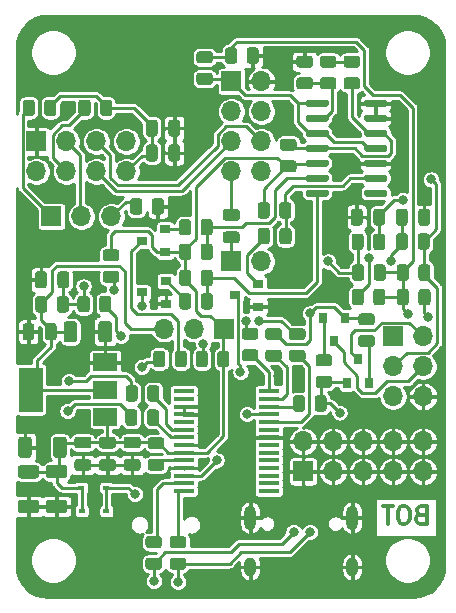
<source format=gbr>
G04 #@! TF.GenerationSoftware,KiCad,Pcbnew,(5.1.7)-1*
G04 #@! TF.CreationDate,2020-12-20T16:40:32+01:00*
G04 #@! TF.ProjectId,uart_flash_pcb,75617274-5f66-46c6-9173-685f7063622e,rev?*
G04 #@! TF.SameCoordinates,Original*
G04 #@! TF.FileFunction,Copper,L2,Bot*
G04 #@! TF.FilePolarity,Positive*
%FSLAX46Y46*%
G04 Gerber Fmt 4.6, Leading zero omitted, Abs format (unit mm)*
G04 Created by KiCad (PCBNEW (5.1.7)-1) date 2020-12-20 16:40:32*
%MOMM*%
%LPD*%
G01*
G04 APERTURE LIST*
G04 #@! TA.AperFunction,NonConductor*
%ADD10C,0.300000*%
G04 #@! TD*
G04 #@! TA.AperFunction,ComponentPad*
%ADD11O,1.000000X1.600000*%
G04 #@! TD*
G04 #@! TA.AperFunction,ComponentPad*
%ADD12O,1.000000X2.100000*%
G04 #@! TD*
G04 #@! TA.AperFunction,ComponentPad*
%ADD13O,1.700000X1.700000*%
G04 #@! TD*
G04 #@! TA.AperFunction,ComponentPad*
%ADD14R,1.700000X1.700000*%
G04 #@! TD*
G04 #@! TA.AperFunction,SMDPad,CuDef*
%ADD15R,1.750000X0.450000*%
G04 #@! TD*
G04 #@! TA.AperFunction,SMDPad,CuDef*
%ADD16R,2.000000X1.500000*%
G04 #@! TD*
G04 #@! TA.AperFunction,SMDPad,CuDef*
%ADD17R,2.000000X3.800000*%
G04 #@! TD*
G04 #@! TA.AperFunction,SMDPad,CuDef*
%ADD18R,0.800000X0.900000*%
G04 #@! TD*
G04 #@! TA.AperFunction,SMDPad,CuDef*
%ADD19R,0.900000X0.800000*%
G04 #@! TD*
G04 #@! TA.AperFunction,SMDPad,CuDef*
%ADD20R,0.600000X0.450000*%
G04 #@! TD*
G04 #@! TA.AperFunction,ViaPad*
%ADD21C,0.800000*%
G04 #@! TD*
G04 #@! TA.AperFunction,Conductor*
%ADD22C,0.250000*%
G04 #@! TD*
G04 #@! TA.AperFunction,Conductor*
%ADD23C,0.100000*%
G04 #@! TD*
G04 APERTURE END LIST*
D10*
X124610000Y-97622857D02*
X124395714Y-97694285D01*
X124324285Y-97765714D01*
X124252857Y-97908571D01*
X124252857Y-98122857D01*
X124324285Y-98265714D01*
X124395714Y-98337142D01*
X124538571Y-98408571D01*
X125110000Y-98408571D01*
X125110000Y-96908571D01*
X124610000Y-96908571D01*
X124467142Y-96980000D01*
X124395714Y-97051428D01*
X124324285Y-97194285D01*
X124324285Y-97337142D01*
X124395714Y-97480000D01*
X124467142Y-97551428D01*
X124610000Y-97622857D01*
X125110000Y-97622857D01*
X123324285Y-96908571D02*
X123038571Y-96908571D01*
X122895714Y-96980000D01*
X122752857Y-97122857D01*
X122681428Y-97408571D01*
X122681428Y-97908571D01*
X122752857Y-98194285D01*
X122895714Y-98337142D01*
X123038571Y-98408571D01*
X123324285Y-98408571D01*
X123467142Y-98337142D01*
X123610000Y-98194285D01*
X123681428Y-97908571D01*
X123681428Y-97408571D01*
X123610000Y-97122857D01*
X123467142Y-96980000D01*
X123324285Y-96908571D01*
X122252857Y-96908571D02*
X121395714Y-96908571D01*
X121824285Y-98408571D02*
X121824285Y-96908571D01*
G04 #@! TA.AperFunction,SMDPad,CuDef*
G36*
G01*
X119690000Y-71965000D02*
X119690000Y-72915000D01*
G75*
G02*
X119440000Y-73165000I-250000J0D01*
G01*
X118940000Y-73165000D01*
G75*
G02*
X118690000Y-72915000I0J250000D01*
G01*
X118690000Y-71965000D01*
G75*
G02*
X118940000Y-71715000I250000J0D01*
G01*
X119440000Y-71715000D01*
G75*
G02*
X119690000Y-71965000I0J-250000D01*
G01*
G37*
G04 #@! TD.AperFunction*
G04 #@! TA.AperFunction,SMDPad,CuDef*
G36*
G01*
X121590000Y-71965000D02*
X121590000Y-72915000D01*
G75*
G02*
X121340000Y-73165000I-250000J0D01*
G01*
X120840000Y-73165000D01*
G75*
G02*
X120590000Y-72915000I0J250000D01*
G01*
X120590000Y-71965000D01*
G75*
G02*
X120840000Y-71715000I250000J0D01*
G01*
X121340000Y-71715000D01*
G75*
G02*
X121590000Y-71965000I0J-250000D01*
G01*
G37*
G04 #@! TD.AperFunction*
G04 #@! TA.AperFunction,SMDPad,CuDef*
G36*
G01*
X111699999Y-83660000D02*
X112600001Y-83660000D01*
G75*
G02*
X112850000Y-83909999I0J-249999D01*
G01*
X112850000Y-84435001D01*
G75*
G02*
X112600001Y-84685000I-249999J0D01*
G01*
X111699999Y-84685000D01*
G75*
G02*
X111450000Y-84435001I0J249999D01*
G01*
X111450000Y-83909999D01*
G75*
G02*
X111699999Y-83660000I249999J0D01*
G01*
G37*
G04 #@! TD.AperFunction*
G04 #@! TA.AperFunction,SMDPad,CuDef*
G36*
G01*
X111699999Y-81835000D02*
X112600001Y-81835000D01*
G75*
G02*
X112850000Y-82084999I0J-249999D01*
G01*
X112850000Y-82610001D01*
G75*
G02*
X112600001Y-82860000I-249999J0D01*
G01*
X111699999Y-82860000D01*
G75*
G02*
X111450000Y-82610001I0J249999D01*
G01*
X111450000Y-82084999D01*
G75*
G02*
X111699999Y-81835000I249999J0D01*
G01*
G37*
G04 #@! TD.AperFunction*
D11*
X118820000Y-102075000D03*
X110180000Y-102075000D03*
D12*
X118820000Y-97895000D03*
X110180000Y-97895000D03*
D13*
X99695000Y-68580000D03*
X99695000Y-66040000D03*
X97155000Y-68580000D03*
X97155000Y-66040000D03*
X94615000Y-68580000D03*
X94615000Y-66040000D03*
X92075000Y-68580000D03*
D14*
X92075000Y-66040000D03*
D13*
X111125000Y-68580000D03*
X108585000Y-68580000D03*
X111125000Y-66040000D03*
X108585000Y-66040000D03*
X111125000Y-63500000D03*
X108585000Y-63500000D03*
X111125000Y-60960000D03*
D14*
X108585000Y-60960000D03*
G04 #@! TA.AperFunction,SMDPad,CuDef*
G36*
G01*
X119820000Y-70570000D02*
X119820000Y-70270000D01*
G75*
G02*
X119970000Y-70120000I150000J0D01*
G01*
X121620000Y-70120000D01*
G75*
G02*
X121770000Y-70270000I0J-150000D01*
G01*
X121770000Y-70570000D01*
G75*
G02*
X121620000Y-70720000I-150000J0D01*
G01*
X119970000Y-70720000D01*
G75*
G02*
X119820000Y-70570000I0J150000D01*
G01*
G37*
G04 #@! TD.AperFunction*
G04 #@! TA.AperFunction,SMDPad,CuDef*
G36*
G01*
X119820000Y-69300000D02*
X119820000Y-69000000D01*
G75*
G02*
X119970000Y-68850000I150000J0D01*
G01*
X121620000Y-68850000D01*
G75*
G02*
X121770000Y-69000000I0J-150000D01*
G01*
X121770000Y-69300000D01*
G75*
G02*
X121620000Y-69450000I-150000J0D01*
G01*
X119970000Y-69450000D01*
G75*
G02*
X119820000Y-69300000I0J150000D01*
G01*
G37*
G04 #@! TD.AperFunction*
G04 #@! TA.AperFunction,SMDPad,CuDef*
G36*
G01*
X119820000Y-68030000D02*
X119820000Y-67730000D01*
G75*
G02*
X119970000Y-67580000I150000J0D01*
G01*
X121620000Y-67580000D01*
G75*
G02*
X121770000Y-67730000I0J-150000D01*
G01*
X121770000Y-68030000D01*
G75*
G02*
X121620000Y-68180000I-150000J0D01*
G01*
X119970000Y-68180000D01*
G75*
G02*
X119820000Y-68030000I0J150000D01*
G01*
G37*
G04 #@! TD.AperFunction*
G04 #@! TA.AperFunction,SMDPad,CuDef*
G36*
G01*
X119820000Y-66760000D02*
X119820000Y-66460000D01*
G75*
G02*
X119970000Y-66310000I150000J0D01*
G01*
X121620000Y-66310000D01*
G75*
G02*
X121770000Y-66460000I0J-150000D01*
G01*
X121770000Y-66760000D01*
G75*
G02*
X121620000Y-66910000I-150000J0D01*
G01*
X119970000Y-66910000D01*
G75*
G02*
X119820000Y-66760000I0J150000D01*
G01*
G37*
G04 #@! TD.AperFunction*
G04 #@! TA.AperFunction,SMDPad,CuDef*
G36*
G01*
X119820000Y-65490000D02*
X119820000Y-65190000D01*
G75*
G02*
X119970000Y-65040000I150000J0D01*
G01*
X121620000Y-65040000D01*
G75*
G02*
X121770000Y-65190000I0J-150000D01*
G01*
X121770000Y-65490000D01*
G75*
G02*
X121620000Y-65640000I-150000J0D01*
G01*
X119970000Y-65640000D01*
G75*
G02*
X119820000Y-65490000I0J150000D01*
G01*
G37*
G04 #@! TD.AperFunction*
G04 #@! TA.AperFunction,SMDPad,CuDef*
G36*
G01*
X119820000Y-64220000D02*
X119820000Y-63920000D01*
G75*
G02*
X119970000Y-63770000I150000J0D01*
G01*
X121620000Y-63770000D01*
G75*
G02*
X121770000Y-63920000I0J-150000D01*
G01*
X121770000Y-64220000D01*
G75*
G02*
X121620000Y-64370000I-150000J0D01*
G01*
X119970000Y-64370000D01*
G75*
G02*
X119820000Y-64220000I0J150000D01*
G01*
G37*
G04 #@! TD.AperFunction*
G04 #@! TA.AperFunction,SMDPad,CuDef*
G36*
G01*
X119820000Y-62950000D02*
X119820000Y-62650000D01*
G75*
G02*
X119970000Y-62500000I150000J0D01*
G01*
X121620000Y-62500000D01*
G75*
G02*
X121770000Y-62650000I0J-150000D01*
G01*
X121770000Y-62950000D01*
G75*
G02*
X121620000Y-63100000I-150000J0D01*
G01*
X119970000Y-63100000D01*
G75*
G02*
X119820000Y-62950000I0J150000D01*
G01*
G37*
G04 #@! TD.AperFunction*
G04 #@! TA.AperFunction,SMDPad,CuDef*
G36*
G01*
X114870000Y-62950000D02*
X114870000Y-62650000D01*
G75*
G02*
X115020000Y-62500000I150000J0D01*
G01*
X116670000Y-62500000D01*
G75*
G02*
X116820000Y-62650000I0J-150000D01*
G01*
X116820000Y-62950000D01*
G75*
G02*
X116670000Y-63100000I-150000J0D01*
G01*
X115020000Y-63100000D01*
G75*
G02*
X114870000Y-62950000I0J150000D01*
G01*
G37*
G04 #@! TD.AperFunction*
G04 #@! TA.AperFunction,SMDPad,CuDef*
G36*
G01*
X114870000Y-64220000D02*
X114870000Y-63920000D01*
G75*
G02*
X115020000Y-63770000I150000J0D01*
G01*
X116670000Y-63770000D01*
G75*
G02*
X116820000Y-63920000I0J-150000D01*
G01*
X116820000Y-64220000D01*
G75*
G02*
X116670000Y-64370000I-150000J0D01*
G01*
X115020000Y-64370000D01*
G75*
G02*
X114870000Y-64220000I0J150000D01*
G01*
G37*
G04 #@! TD.AperFunction*
G04 #@! TA.AperFunction,SMDPad,CuDef*
G36*
G01*
X114870000Y-65490000D02*
X114870000Y-65190000D01*
G75*
G02*
X115020000Y-65040000I150000J0D01*
G01*
X116670000Y-65040000D01*
G75*
G02*
X116820000Y-65190000I0J-150000D01*
G01*
X116820000Y-65490000D01*
G75*
G02*
X116670000Y-65640000I-150000J0D01*
G01*
X115020000Y-65640000D01*
G75*
G02*
X114870000Y-65490000I0J150000D01*
G01*
G37*
G04 #@! TD.AperFunction*
G04 #@! TA.AperFunction,SMDPad,CuDef*
G36*
G01*
X114870000Y-66760000D02*
X114870000Y-66460000D01*
G75*
G02*
X115020000Y-66310000I150000J0D01*
G01*
X116670000Y-66310000D01*
G75*
G02*
X116820000Y-66460000I0J-150000D01*
G01*
X116820000Y-66760000D01*
G75*
G02*
X116670000Y-66910000I-150000J0D01*
G01*
X115020000Y-66910000D01*
G75*
G02*
X114870000Y-66760000I0J150000D01*
G01*
G37*
G04 #@! TD.AperFunction*
G04 #@! TA.AperFunction,SMDPad,CuDef*
G36*
G01*
X114870000Y-68030000D02*
X114870000Y-67730000D01*
G75*
G02*
X115020000Y-67580000I150000J0D01*
G01*
X116670000Y-67580000D01*
G75*
G02*
X116820000Y-67730000I0J-150000D01*
G01*
X116820000Y-68030000D01*
G75*
G02*
X116670000Y-68180000I-150000J0D01*
G01*
X115020000Y-68180000D01*
G75*
G02*
X114870000Y-68030000I0J150000D01*
G01*
G37*
G04 #@! TD.AperFunction*
G04 #@! TA.AperFunction,SMDPad,CuDef*
G36*
G01*
X114870000Y-69300000D02*
X114870000Y-69000000D01*
G75*
G02*
X115020000Y-68850000I150000J0D01*
G01*
X116670000Y-68850000D01*
G75*
G02*
X116820000Y-69000000I0J-150000D01*
G01*
X116820000Y-69300000D01*
G75*
G02*
X116670000Y-69450000I-150000J0D01*
G01*
X115020000Y-69450000D01*
G75*
G02*
X114870000Y-69300000I0J150000D01*
G01*
G37*
G04 #@! TD.AperFunction*
G04 #@! TA.AperFunction,SMDPad,CuDef*
G36*
G01*
X114870000Y-70570000D02*
X114870000Y-70270000D01*
G75*
G02*
X115020000Y-70120000I150000J0D01*
G01*
X116670000Y-70120000D01*
G75*
G02*
X116820000Y-70270000I0J-150000D01*
G01*
X116820000Y-70570000D01*
G75*
G02*
X116670000Y-70720000I-150000J0D01*
G01*
X115020000Y-70720000D01*
G75*
G02*
X114870000Y-70570000I0J150000D01*
G01*
G37*
G04 #@! TD.AperFunction*
D15*
X104560000Y-87185000D03*
X104560000Y-87835000D03*
X104560000Y-88485000D03*
X104560000Y-89135000D03*
X104560000Y-89785000D03*
X104560000Y-90435000D03*
X104560000Y-91085000D03*
X104560000Y-91735000D03*
X104560000Y-92385000D03*
X104560000Y-93035000D03*
X104560000Y-93685000D03*
X104560000Y-94335000D03*
X104560000Y-94985000D03*
X104560000Y-95635000D03*
X111760000Y-95635000D03*
X111760000Y-94985000D03*
X111760000Y-94335000D03*
X111760000Y-93685000D03*
X111760000Y-93035000D03*
X111760000Y-92385000D03*
X111760000Y-91735000D03*
X111760000Y-91085000D03*
X111760000Y-90435000D03*
X111760000Y-89785000D03*
X111760000Y-89135000D03*
X111760000Y-88485000D03*
X111760000Y-87835000D03*
X111760000Y-87185000D03*
D16*
X97900000Y-84750000D03*
X97900000Y-89350000D03*
X97900000Y-87050000D03*
D17*
X91600000Y-87050000D03*
G04 #@! TA.AperFunction,SMDPad,CuDef*
G36*
G01*
X116860001Y-85080000D02*
X115959999Y-85080000D01*
G75*
G02*
X115710000Y-84830001I0J249999D01*
G01*
X115710000Y-84304999D01*
G75*
G02*
X115959999Y-84055000I249999J0D01*
G01*
X116860001Y-84055000D01*
G75*
G02*
X117110000Y-84304999I0J-249999D01*
G01*
X117110000Y-84830001D01*
G75*
G02*
X116860001Y-85080000I-249999J0D01*
G01*
G37*
G04 #@! TD.AperFunction*
G04 #@! TA.AperFunction,SMDPad,CuDef*
G36*
G01*
X116860001Y-86905000D02*
X115959999Y-86905000D01*
G75*
G02*
X115710000Y-86655001I0J249999D01*
G01*
X115710000Y-86129999D01*
G75*
G02*
X115959999Y-85880000I249999J0D01*
G01*
X116860001Y-85880000D01*
G75*
G02*
X117110000Y-86129999I0J-249999D01*
G01*
X117110000Y-86655001D01*
G75*
G02*
X116860001Y-86905000I-249999J0D01*
G01*
G37*
G04 #@! TD.AperFunction*
G04 #@! TA.AperFunction,SMDPad,CuDef*
G36*
G01*
X119569999Y-82420000D02*
X120470001Y-82420000D01*
G75*
G02*
X120720000Y-82669999I0J-249999D01*
G01*
X120720000Y-83195001D01*
G75*
G02*
X120470001Y-83445000I-249999J0D01*
G01*
X119569999Y-83445000D01*
G75*
G02*
X119320000Y-83195001I0J249999D01*
G01*
X119320000Y-82669999D01*
G75*
G02*
X119569999Y-82420000I249999J0D01*
G01*
G37*
G04 #@! TD.AperFunction*
G04 #@! TA.AperFunction,SMDPad,CuDef*
G36*
G01*
X119569999Y-80595000D02*
X120470001Y-80595000D01*
G75*
G02*
X120720000Y-80844999I0J-249999D01*
G01*
X120720000Y-81370001D01*
G75*
G02*
X120470001Y-81620000I-249999J0D01*
G01*
X119569999Y-81620000D01*
G75*
G02*
X119320000Y-81370001I0J249999D01*
G01*
X119320000Y-80844999D01*
G75*
G02*
X119569999Y-80595000I249999J0D01*
G01*
G37*
G04 #@! TD.AperFunction*
G04 #@! TA.AperFunction,SMDPad,CuDef*
G36*
G01*
X123550000Y-74059999D02*
X123550000Y-74960001D01*
G75*
G02*
X123300001Y-75210000I-249999J0D01*
G01*
X122774999Y-75210000D01*
G75*
G02*
X122525000Y-74960001I0J249999D01*
G01*
X122525000Y-74059999D01*
G75*
G02*
X122774999Y-73810000I249999J0D01*
G01*
X123300001Y-73810000D01*
G75*
G02*
X123550000Y-74059999I0J-249999D01*
G01*
G37*
G04 #@! TD.AperFunction*
G04 #@! TA.AperFunction,SMDPad,CuDef*
G36*
G01*
X125375000Y-74059999D02*
X125375000Y-74960001D01*
G75*
G02*
X125125001Y-75210000I-249999J0D01*
G01*
X124599999Y-75210000D01*
G75*
G02*
X124350000Y-74960001I0J249999D01*
G01*
X124350000Y-74059999D01*
G75*
G02*
X124599999Y-73810000I249999J0D01*
G01*
X125125001Y-73810000D01*
G75*
G02*
X125375000Y-74059999I0J-249999D01*
G01*
G37*
G04 #@! TD.AperFunction*
G04 #@! TA.AperFunction,SMDPad,CuDef*
G36*
G01*
X120580000Y-74990001D02*
X120580000Y-74089999D01*
G75*
G02*
X120829999Y-73840000I249999J0D01*
G01*
X121355001Y-73840000D01*
G75*
G02*
X121605000Y-74089999I0J-249999D01*
G01*
X121605000Y-74990001D01*
G75*
G02*
X121355001Y-75240000I-249999J0D01*
G01*
X120829999Y-75240000D01*
G75*
G02*
X120580000Y-74990001I0J249999D01*
G01*
G37*
G04 #@! TD.AperFunction*
G04 #@! TA.AperFunction,SMDPad,CuDef*
G36*
G01*
X118755000Y-74990001D02*
X118755000Y-74089999D01*
G75*
G02*
X119004999Y-73840000I249999J0D01*
G01*
X119530001Y-73840000D01*
G75*
G02*
X119780000Y-74089999I0J-249999D01*
G01*
X119780000Y-74990001D01*
G75*
G02*
X119530001Y-75240000I-249999J0D01*
G01*
X119004999Y-75240000D01*
G75*
G02*
X118755000Y-74990001I0J249999D01*
G01*
G37*
G04 #@! TD.AperFunction*
G04 #@! TA.AperFunction,SMDPad,CuDef*
G36*
G01*
X124420000Y-79660001D02*
X124420000Y-78759999D01*
G75*
G02*
X124669999Y-78510000I249999J0D01*
G01*
X125195001Y-78510000D01*
G75*
G02*
X125445000Y-78759999I0J-249999D01*
G01*
X125445000Y-79660001D01*
G75*
G02*
X125195001Y-79910000I-249999J0D01*
G01*
X124669999Y-79910000D01*
G75*
G02*
X124420000Y-79660001I0J249999D01*
G01*
G37*
G04 #@! TD.AperFunction*
G04 #@! TA.AperFunction,SMDPad,CuDef*
G36*
G01*
X122595000Y-79660001D02*
X122595000Y-78759999D01*
G75*
G02*
X122844999Y-78510000I249999J0D01*
G01*
X123370001Y-78510000D01*
G75*
G02*
X123620000Y-78759999I0J-249999D01*
G01*
X123620000Y-79660001D01*
G75*
G02*
X123370001Y-79910000I-249999J0D01*
G01*
X122844999Y-79910000D01*
G75*
G02*
X122595000Y-79660001I0J249999D01*
G01*
G37*
G04 #@! TD.AperFunction*
G04 #@! TA.AperFunction,SMDPad,CuDef*
G36*
G01*
X124410000Y-77590001D02*
X124410000Y-76689999D01*
G75*
G02*
X124659999Y-76440000I249999J0D01*
G01*
X125185001Y-76440000D01*
G75*
G02*
X125435000Y-76689999I0J-249999D01*
G01*
X125435000Y-77590001D01*
G75*
G02*
X125185001Y-77840000I-249999J0D01*
G01*
X124659999Y-77840000D01*
G75*
G02*
X124410000Y-77590001I0J249999D01*
G01*
G37*
G04 #@! TD.AperFunction*
G04 #@! TA.AperFunction,SMDPad,CuDef*
G36*
G01*
X122585000Y-77590001D02*
X122585000Y-76689999D01*
G75*
G02*
X122834999Y-76440000I249999J0D01*
G01*
X123360001Y-76440000D01*
G75*
G02*
X123610000Y-76689999I0J-249999D01*
G01*
X123610000Y-77590001D01*
G75*
G02*
X123360001Y-77840000I-249999J0D01*
G01*
X122834999Y-77840000D01*
G75*
G02*
X122585000Y-77590001I0J249999D01*
G01*
G37*
G04 #@! TD.AperFunction*
G04 #@! TA.AperFunction,SMDPad,CuDef*
G36*
G01*
X119800000Y-78759999D02*
X119800000Y-79660001D01*
G75*
G02*
X119550001Y-79910000I-249999J0D01*
G01*
X119024999Y-79910000D01*
G75*
G02*
X118775000Y-79660001I0J249999D01*
G01*
X118775000Y-78759999D01*
G75*
G02*
X119024999Y-78510000I249999J0D01*
G01*
X119550001Y-78510000D01*
G75*
G02*
X119800000Y-78759999I0J-249999D01*
G01*
G37*
G04 #@! TD.AperFunction*
G04 #@! TA.AperFunction,SMDPad,CuDef*
G36*
G01*
X121625000Y-78759999D02*
X121625000Y-79660001D01*
G75*
G02*
X121375001Y-79910000I-249999J0D01*
G01*
X120849999Y-79910000D01*
G75*
G02*
X120600000Y-79660001I0J249999D01*
G01*
X120600000Y-78759999D01*
G75*
G02*
X120849999Y-78510000I249999J0D01*
G01*
X121375001Y-78510000D01*
G75*
G02*
X121625000Y-78759999I0J-249999D01*
G01*
G37*
G04 #@! TD.AperFunction*
G04 #@! TA.AperFunction,SMDPad,CuDef*
G36*
G01*
X119830000Y-76689999D02*
X119830000Y-77590001D01*
G75*
G02*
X119580001Y-77840000I-249999J0D01*
G01*
X119054999Y-77840000D01*
G75*
G02*
X118805000Y-77590001I0J249999D01*
G01*
X118805000Y-76689999D01*
G75*
G02*
X119054999Y-76440000I249999J0D01*
G01*
X119580001Y-76440000D01*
G75*
G02*
X119830000Y-76689999I0J-249999D01*
G01*
G37*
G04 #@! TD.AperFunction*
G04 #@! TA.AperFunction,SMDPad,CuDef*
G36*
G01*
X121655000Y-76689999D02*
X121655000Y-77590001D01*
G75*
G02*
X121405001Y-77840000I-249999J0D01*
G01*
X120879999Y-77840000D01*
G75*
G02*
X120630000Y-77590001I0J249999D01*
G01*
X120630000Y-76689999D01*
G75*
G02*
X120879999Y-76440000I249999J0D01*
G01*
X121405001Y-76440000D01*
G75*
G02*
X121655000Y-76689999I0J-249999D01*
G01*
G37*
G04 #@! TD.AperFunction*
G04 #@! TA.AperFunction,SMDPad,CuDef*
G36*
G01*
X112650000Y-74500001D02*
X112650000Y-73599999D01*
G75*
G02*
X112899999Y-73350000I249999J0D01*
G01*
X113425001Y-73350000D01*
G75*
G02*
X113675000Y-73599999I0J-249999D01*
G01*
X113675000Y-74500001D01*
G75*
G02*
X113425001Y-74750000I-249999J0D01*
G01*
X112899999Y-74750000D01*
G75*
G02*
X112650000Y-74500001I0J249999D01*
G01*
G37*
G04 #@! TD.AperFunction*
G04 #@! TA.AperFunction,SMDPad,CuDef*
G36*
G01*
X110825000Y-74500001D02*
X110825000Y-73599999D01*
G75*
G02*
X111074999Y-73350000I249999J0D01*
G01*
X111600001Y-73350000D01*
G75*
G02*
X111850000Y-73599999I0J-249999D01*
G01*
X111850000Y-74500001D01*
G75*
G02*
X111600001Y-74750000I-249999J0D01*
G01*
X111074999Y-74750000D01*
G75*
G02*
X110825000Y-74500001I0J249999D01*
G01*
G37*
G04 #@! TD.AperFunction*
G04 #@! TA.AperFunction,SMDPad,CuDef*
G36*
G01*
X112640000Y-72320001D02*
X112640000Y-71419999D01*
G75*
G02*
X112889999Y-71170000I249999J0D01*
G01*
X113415001Y-71170000D01*
G75*
G02*
X113665000Y-71419999I0J-249999D01*
G01*
X113665000Y-72320001D01*
G75*
G02*
X113415001Y-72570000I-249999J0D01*
G01*
X112889999Y-72570000D01*
G75*
G02*
X112640000Y-72320001I0J249999D01*
G01*
G37*
G04 #@! TD.AperFunction*
G04 #@! TA.AperFunction,SMDPad,CuDef*
G36*
G01*
X110815000Y-72320001D02*
X110815000Y-71419999D01*
G75*
G02*
X111064999Y-71170000I249999J0D01*
G01*
X111590001Y-71170000D01*
G75*
G02*
X111840000Y-71419999I0J-249999D01*
G01*
X111840000Y-72320001D01*
G75*
G02*
X111590001Y-72570000I-249999J0D01*
G01*
X111064999Y-72570000D01*
G75*
G02*
X110815000Y-72320001I0J249999D01*
G01*
G37*
G04 #@! TD.AperFunction*
G04 #@! TA.AperFunction,SMDPad,CuDef*
G36*
G01*
X109880000Y-59220001D02*
X109880000Y-58319999D01*
G75*
G02*
X110129999Y-58070000I249999J0D01*
G01*
X110655001Y-58070000D01*
G75*
G02*
X110905000Y-58319999I0J-249999D01*
G01*
X110905000Y-59220001D01*
G75*
G02*
X110655001Y-59470000I-249999J0D01*
G01*
X110129999Y-59470000D01*
G75*
G02*
X109880000Y-59220001I0J249999D01*
G01*
G37*
G04 #@! TD.AperFunction*
G04 #@! TA.AperFunction,SMDPad,CuDef*
G36*
G01*
X108055000Y-59220001D02*
X108055000Y-58319999D01*
G75*
G02*
X108304999Y-58070000I249999J0D01*
G01*
X108830001Y-58070000D01*
G75*
G02*
X109080000Y-58319999I0J-249999D01*
G01*
X109080000Y-59220001D01*
G75*
G02*
X108830001Y-59470000I-249999J0D01*
G01*
X108304999Y-59470000D01*
G75*
G02*
X108055000Y-59220001I0J249999D01*
G01*
G37*
G04 #@! TD.AperFunction*
G04 #@! TA.AperFunction,SMDPad,CuDef*
G36*
G01*
X106770001Y-59420000D02*
X105869999Y-59420000D01*
G75*
G02*
X105620000Y-59170001I0J249999D01*
G01*
X105620000Y-58644999D01*
G75*
G02*
X105869999Y-58395000I249999J0D01*
G01*
X106770001Y-58395000D01*
G75*
G02*
X107020000Y-58644999I0J-249999D01*
G01*
X107020000Y-59170001D01*
G75*
G02*
X106770001Y-59420000I-249999J0D01*
G01*
G37*
G04 #@! TD.AperFunction*
G04 #@! TA.AperFunction,SMDPad,CuDef*
G36*
G01*
X106770001Y-61245000D02*
X105869999Y-61245000D01*
G75*
G02*
X105620000Y-60995001I0J249999D01*
G01*
X105620000Y-60469999D01*
G75*
G02*
X105869999Y-60220000I249999J0D01*
G01*
X106770001Y-60220000D01*
G75*
G02*
X107020000Y-60469999I0J-249999D01*
G01*
X107020000Y-60995001D01*
G75*
G02*
X106770001Y-61245000I-249999J0D01*
G01*
G37*
G04 #@! TD.AperFunction*
G04 #@! TA.AperFunction,SMDPad,CuDef*
G36*
G01*
X106600000Y-84009999D02*
X106600000Y-84910001D01*
G75*
G02*
X106350001Y-85160000I-249999J0D01*
G01*
X105824999Y-85160000D01*
G75*
G02*
X105575000Y-84910001I0J249999D01*
G01*
X105575000Y-84009999D01*
G75*
G02*
X105824999Y-83760000I249999J0D01*
G01*
X106350001Y-83760000D01*
G75*
G02*
X106600000Y-84009999I0J-249999D01*
G01*
G37*
G04 #@! TD.AperFunction*
G04 #@! TA.AperFunction,SMDPad,CuDef*
G36*
G01*
X108425000Y-84009999D02*
X108425000Y-84910001D01*
G75*
G02*
X108175001Y-85160000I-249999J0D01*
G01*
X107649999Y-85160000D01*
G75*
G02*
X107400000Y-84910001I0J249999D01*
G01*
X107400000Y-84009999D01*
G75*
G02*
X107649999Y-83760000I249999J0D01*
G01*
X108175001Y-83760000D01*
G75*
G02*
X108425000Y-84009999I0J-249999D01*
G01*
G37*
G04 #@! TD.AperFunction*
G04 #@! TA.AperFunction,SMDPad,CuDef*
G36*
G01*
X115230001Y-59800000D02*
X114329999Y-59800000D01*
G75*
G02*
X114080000Y-59550001I0J249999D01*
G01*
X114080000Y-59024999D01*
G75*
G02*
X114329999Y-58775000I249999J0D01*
G01*
X115230001Y-58775000D01*
G75*
G02*
X115480000Y-59024999I0J-249999D01*
G01*
X115480000Y-59550001D01*
G75*
G02*
X115230001Y-59800000I-249999J0D01*
G01*
G37*
G04 #@! TD.AperFunction*
G04 #@! TA.AperFunction,SMDPad,CuDef*
G36*
G01*
X115230001Y-61625000D02*
X114329999Y-61625000D01*
G75*
G02*
X114080000Y-61375001I0J249999D01*
G01*
X114080000Y-60849999D01*
G75*
G02*
X114329999Y-60600000I249999J0D01*
G01*
X115230001Y-60600000D01*
G75*
G02*
X115480000Y-60849999I0J-249999D01*
G01*
X115480000Y-61375001D01*
G75*
G02*
X115230001Y-61625000I-249999J0D01*
G01*
G37*
G04 #@! TD.AperFunction*
G04 #@! TA.AperFunction,SMDPad,CuDef*
G36*
G01*
X105990000Y-80020001D02*
X105990000Y-79119999D01*
G75*
G02*
X106239999Y-78870000I249999J0D01*
G01*
X106765001Y-78870000D01*
G75*
G02*
X107015000Y-79119999I0J-249999D01*
G01*
X107015000Y-80020001D01*
G75*
G02*
X106765001Y-80270000I-249999J0D01*
G01*
X106239999Y-80270000D01*
G75*
G02*
X105990000Y-80020001I0J249999D01*
G01*
G37*
G04 #@! TD.AperFunction*
G04 #@! TA.AperFunction,SMDPad,CuDef*
G36*
G01*
X104165000Y-80020001D02*
X104165000Y-79119999D01*
G75*
G02*
X104414999Y-78870000I249999J0D01*
G01*
X104940001Y-78870000D01*
G75*
G02*
X105190000Y-79119999I0J-249999D01*
G01*
X105190000Y-80020001D01*
G75*
G02*
X104940001Y-80270000I-249999J0D01*
G01*
X104414999Y-80270000D01*
G75*
G02*
X104165000Y-80020001I0J249999D01*
G01*
G37*
G04 #@! TD.AperFunction*
G04 #@! TA.AperFunction,SMDPad,CuDef*
G36*
G01*
X101430000Y-89870001D02*
X101430000Y-88969999D01*
G75*
G02*
X101679999Y-88720000I249999J0D01*
G01*
X102205001Y-88720000D01*
G75*
G02*
X102455000Y-88969999I0J-249999D01*
G01*
X102455000Y-89870001D01*
G75*
G02*
X102205001Y-90120000I-249999J0D01*
G01*
X101679999Y-90120000D01*
G75*
G02*
X101430000Y-89870001I0J249999D01*
G01*
G37*
G04 #@! TD.AperFunction*
G04 #@! TA.AperFunction,SMDPad,CuDef*
G36*
G01*
X99605000Y-89870001D02*
X99605000Y-88969999D01*
G75*
G02*
X99854999Y-88720000I249999J0D01*
G01*
X100380001Y-88720000D01*
G75*
G02*
X100630000Y-88969999I0J-249999D01*
G01*
X100630000Y-89870001D01*
G75*
G02*
X100380001Y-90120000I-249999J0D01*
G01*
X99854999Y-90120000D01*
G75*
G02*
X99605000Y-89870001I0J249999D01*
G01*
G37*
G04 #@! TD.AperFunction*
G04 #@! TA.AperFunction,SMDPad,CuDef*
G36*
G01*
X105990000Y-78040001D02*
X105990000Y-77139999D01*
G75*
G02*
X106239999Y-76890000I249999J0D01*
G01*
X106765001Y-76890000D01*
G75*
G02*
X107015000Y-77139999I0J-249999D01*
G01*
X107015000Y-78040001D01*
G75*
G02*
X106765001Y-78290000I-249999J0D01*
G01*
X106239999Y-78290000D01*
G75*
G02*
X105990000Y-78040001I0J249999D01*
G01*
G37*
G04 #@! TD.AperFunction*
G04 #@! TA.AperFunction,SMDPad,CuDef*
G36*
G01*
X104165000Y-78040001D02*
X104165000Y-77139999D01*
G75*
G02*
X104414999Y-76890000I249999J0D01*
G01*
X104940001Y-76890000D01*
G75*
G02*
X105190000Y-77139999I0J-249999D01*
G01*
X105190000Y-78040001D01*
G75*
G02*
X104940001Y-78290000I-249999J0D01*
G01*
X104414999Y-78290000D01*
G75*
G02*
X104165000Y-78040001I0J249999D01*
G01*
G37*
G04 #@! TD.AperFunction*
G04 #@! TA.AperFunction,SMDPad,CuDef*
G36*
G01*
X97380000Y-80250001D02*
X97380000Y-79349999D01*
G75*
G02*
X97629999Y-79100000I249999J0D01*
G01*
X98155001Y-79100000D01*
G75*
G02*
X98405000Y-79349999I0J-249999D01*
G01*
X98405000Y-80250001D01*
G75*
G02*
X98155001Y-80500000I-249999J0D01*
G01*
X97629999Y-80500000D01*
G75*
G02*
X97380000Y-80250001I0J249999D01*
G01*
G37*
G04 #@! TD.AperFunction*
G04 #@! TA.AperFunction,SMDPad,CuDef*
G36*
G01*
X95555000Y-80250001D02*
X95555000Y-79349999D01*
G75*
G02*
X95804999Y-79100000I249999J0D01*
G01*
X96330001Y-79100000D01*
G75*
G02*
X96580000Y-79349999I0J-249999D01*
G01*
X96580000Y-80250001D01*
G75*
G02*
X96330001Y-80500000I-249999J0D01*
G01*
X95804999Y-80500000D01*
G75*
G02*
X95555000Y-80250001I0J249999D01*
G01*
G37*
G04 #@! TD.AperFunction*
G04 #@! TA.AperFunction,SMDPad,CuDef*
G36*
G01*
X101460000Y-87820001D02*
X101460000Y-86919999D01*
G75*
G02*
X101709999Y-86670000I249999J0D01*
G01*
X102235001Y-86670000D01*
G75*
G02*
X102485000Y-86919999I0J-249999D01*
G01*
X102485000Y-87820001D01*
G75*
G02*
X102235001Y-88070000I-249999J0D01*
G01*
X101709999Y-88070000D01*
G75*
G02*
X101460000Y-87820001I0J249999D01*
G01*
G37*
G04 #@! TD.AperFunction*
G04 #@! TA.AperFunction,SMDPad,CuDef*
G36*
G01*
X99635000Y-87820001D02*
X99635000Y-86919999D01*
G75*
G02*
X99884999Y-86670000I249999J0D01*
G01*
X100410001Y-86670000D01*
G75*
G02*
X100660000Y-86919999I0J-249999D01*
G01*
X100660000Y-87820001D01*
G75*
G02*
X100410001Y-88070000I-249999J0D01*
G01*
X99884999Y-88070000D01*
G75*
G02*
X99635000Y-87820001I0J249999D01*
G01*
G37*
G04 #@! TD.AperFunction*
G04 #@! TA.AperFunction,SMDPad,CuDef*
G36*
G01*
X116329999Y-60600000D02*
X117230001Y-60600000D01*
G75*
G02*
X117480000Y-60849999I0J-249999D01*
G01*
X117480000Y-61375001D01*
G75*
G02*
X117230001Y-61625000I-249999J0D01*
G01*
X116329999Y-61625000D01*
G75*
G02*
X116080000Y-61375001I0J249999D01*
G01*
X116080000Y-60849999D01*
G75*
G02*
X116329999Y-60600000I249999J0D01*
G01*
G37*
G04 #@! TD.AperFunction*
G04 #@! TA.AperFunction,SMDPad,CuDef*
G36*
G01*
X116329999Y-58775000D02*
X117230001Y-58775000D01*
G75*
G02*
X117480000Y-59024999I0J-249999D01*
G01*
X117480000Y-59550001D01*
G75*
G02*
X117230001Y-59800000I-249999J0D01*
G01*
X116329999Y-59800000D01*
G75*
G02*
X116080000Y-59550001I0J249999D01*
G01*
X116080000Y-59024999D01*
G75*
G02*
X116329999Y-58775000I249999J0D01*
G01*
G37*
G04 #@! TD.AperFunction*
G04 #@! TA.AperFunction,SMDPad,CuDef*
G36*
G01*
X102990000Y-84004999D02*
X102990000Y-84905001D01*
G75*
G02*
X102740001Y-85155000I-249999J0D01*
G01*
X102214999Y-85155000D01*
G75*
G02*
X101965000Y-84905001I0J249999D01*
G01*
X101965000Y-84004999D01*
G75*
G02*
X102214999Y-83755000I249999J0D01*
G01*
X102740001Y-83755000D01*
G75*
G02*
X102990000Y-84004999I0J-249999D01*
G01*
G37*
G04 #@! TD.AperFunction*
G04 #@! TA.AperFunction,SMDPad,CuDef*
G36*
G01*
X104815000Y-84004999D02*
X104815000Y-84905001D01*
G75*
G02*
X104565001Y-85155000I-249999J0D01*
G01*
X104039999Y-85155000D01*
G75*
G02*
X103790000Y-84905001I0J249999D01*
G01*
X103790000Y-84004999D01*
G75*
G02*
X104039999Y-83755000I249999J0D01*
G01*
X104565001Y-83755000D01*
G75*
G02*
X104815000Y-84004999I0J-249999D01*
G01*
G37*
G04 #@! TD.AperFunction*
G04 #@! TA.AperFunction,SMDPad,CuDef*
G36*
G01*
X119230001Y-59800000D02*
X118329999Y-59800000D01*
G75*
G02*
X118080000Y-59550001I0J249999D01*
G01*
X118080000Y-59024999D01*
G75*
G02*
X118329999Y-58775000I249999J0D01*
G01*
X119230001Y-58775000D01*
G75*
G02*
X119480000Y-59024999I0J-249999D01*
G01*
X119480000Y-59550001D01*
G75*
G02*
X119230001Y-59800000I-249999J0D01*
G01*
G37*
G04 #@! TD.AperFunction*
G04 #@! TA.AperFunction,SMDPad,CuDef*
G36*
G01*
X119230001Y-61625000D02*
X118329999Y-61625000D01*
G75*
G02*
X118080000Y-61375001I0J249999D01*
G01*
X118080000Y-60849999D01*
G75*
G02*
X118329999Y-60600000I249999J0D01*
G01*
X119230001Y-60600000D01*
G75*
G02*
X119480000Y-60849999I0J-249999D01*
G01*
X119480000Y-61375001D01*
G75*
G02*
X119230001Y-61625000I-249999J0D01*
G01*
G37*
G04 #@! TD.AperFunction*
G04 #@! TA.AperFunction,SMDPad,CuDef*
G36*
G01*
X101559999Y-101270000D02*
X102460001Y-101270000D01*
G75*
G02*
X102710000Y-101519999I0J-249999D01*
G01*
X102710000Y-102045001D01*
G75*
G02*
X102460001Y-102295000I-249999J0D01*
G01*
X101559999Y-102295000D01*
G75*
G02*
X101310000Y-102045001I0J249999D01*
G01*
X101310000Y-101519999D01*
G75*
G02*
X101559999Y-101270000I249999J0D01*
G01*
G37*
G04 #@! TD.AperFunction*
G04 #@! TA.AperFunction,SMDPad,CuDef*
G36*
G01*
X101559999Y-99445000D02*
X102460001Y-99445000D01*
G75*
G02*
X102710000Y-99694999I0J-249999D01*
G01*
X102710000Y-100220001D01*
G75*
G02*
X102460001Y-100470000I-249999J0D01*
G01*
X101559999Y-100470000D01*
G75*
G02*
X101310000Y-100220001I0J249999D01*
G01*
X101310000Y-99694999D01*
G75*
G02*
X101559999Y-99445000I249999J0D01*
G01*
G37*
G04 #@! TD.AperFunction*
G04 #@! TA.AperFunction,SMDPad,CuDef*
G36*
G01*
X103609999Y-101270000D02*
X104510001Y-101270000D01*
G75*
G02*
X104760000Y-101519999I0J-249999D01*
G01*
X104760000Y-102045001D01*
G75*
G02*
X104510001Y-102295000I-249999J0D01*
G01*
X103609999Y-102295000D01*
G75*
G02*
X103360000Y-102045001I0J249999D01*
G01*
X103360000Y-101519999D01*
G75*
G02*
X103609999Y-101270000I249999J0D01*
G01*
G37*
G04 #@! TD.AperFunction*
G04 #@! TA.AperFunction,SMDPad,CuDef*
G36*
G01*
X103609999Y-99445000D02*
X104510001Y-99445000D01*
G75*
G02*
X104760000Y-99694999I0J-249999D01*
G01*
X104760000Y-100220001D01*
G75*
G02*
X104510001Y-100470000I-249999J0D01*
G01*
X103609999Y-100470000D01*
G75*
G02*
X103360000Y-100220001I0J249999D01*
G01*
X103360000Y-99694999D01*
G75*
G02*
X103609999Y-99445000I249999J0D01*
G01*
G37*
G04 #@! TD.AperFunction*
G04 #@! TA.AperFunction,SMDPad,CuDef*
G36*
G01*
X114830000Y-87769999D02*
X114830000Y-88670001D01*
G75*
G02*
X114580001Y-88920000I-249999J0D01*
G01*
X114054999Y-88920000D01*
G75*
G02*
X113805000Y-88670001I0J249999D01*
G01*
X113805000Y-87769999D01*
G75*
G02*
X114054999Y-87520000I249999J0D01*
G01*
X114580001Y-87520000D01*
G75*
G02*
X114830000Y-87769999I0J-249999D01*
G01*
G37*
G04 #@! TD.AperFunction*
G04 #@! TA.AperFunction,SMDPad,CuDef*
G36*
G01*
X116655000Y-87769999D02*
X116655000Y-88670001D01*
G75*
G02*
X116405001Y-88920000I-249999J0D01*
G01*
X115879999Y-88920000D01*
G75*
G02*
X115630000Y-88670001I0J249999D01*
G01*
X115630000Y-87769999D01*
G75*
G02*
X115879999Y-87520000I249999J0D01*
G01*
X116405001Y-87520000D01*
G75*
G02*
X116655000Y-87769999I0J-249999D01*
G01*
G37*
G04 #@! TD.AperFunction*
G04 #@! TA.AperFunction,SMDPad,CuDef*
G36*
G01*
X105970000Y-73750001D02*
X105970000Y-72849999D01*
G75*
G02*
X106219999Y-72600000I249999J0D01*
G01*
X106745001Y-72600000D01*
G75*
G02*
X106995000Y-72849999I0J-249999D01*
G01*
X106995000Y-73750001D01*
G75*
G02*
X106745001Y-74000000I-249999J0D01*
G01*
X106219999Y-74000000D01*
G75*
G02*
X105970000Y-73750001I0J249999D01*
G01*
G37*
G04 #@! TD.AperFunction*
G04 #@! TA.AperFunction,SMDPad,CuDef*
G36*
G01*
X104145000Y-73750001D02*
X104145000Y-72849999D01*
G75*
G02*
X104394999Y-72600000I249999J0D01*
G01*
X104920001Y-72600000D01*
G75*
G02*
X105170000Y-72849999I0J-249999D01*
G01*
X105170000Y-73750001D01*
G75*
G02*
X104920001Y-74000000I-249999J0D01*
G01*
X104394999Y-74000000D01*
G75*
G02*
X104145000Y-73750001I0J249999D01*
G01*
G37*
G04 #@! TD.AperFunction*
G04 #@! TA.AperFunction,SMDPad,CuDef*
G36*
G01*
X113709999Y-83670000D02*
X114610001Y-83670000D01*
G75*
G02*
X114860000Y-83919999I0J-249999D01*
G01*
X114860000Y-84445001D01*
G75*
G02*
X114610001Y-84695000I-249999J0D01*
G01*
X113709999Y-84695000D01*
G75*
G02*
X113460000Y-84445001I0J249999D01*
G01*
X113460000Y-83919999D01*
G75*
G02*
X113709999Y-83670000I249999J0D01*
G01*
G37*
G04 #@! TD.AperFunction*
G04 #@! TA.AperFunction,SMDPad,CuDef*
G36*
G01*
X113709999Y-81845000D02*
X114610001Y-81845000D01*
G75*
G02*
X114860000Y-82094999I0J-249999D01*
G01*
X114860000Y-82620001D01*
G75*
G02*
X114610001Y-82870000I-249999J0D01*
G01*
X113709999Y-82870000D01*
G75*
G02*
X113460000Y-82620001I0J249999D01*
G01*
X113460000Y-82094999D01*
G75*
G02*
X113709999Y-81845000I249999J0D01*
G01*
G37*
G04 #@! TD.AperFunction*
G04 #@! TA.AperFunction,SMDPad,CuDef*
G36*
G01*
X109719999Y-83640000D02*
X110620001Y-83640000D01*
G75*
G02*
X110870000Y-83889999I0J-249999D01*
G01*
X110870000Y-84415001D01*
G75*
G02*
X110620001Y-84665000I-249999J0D01*
G01*
X109719999Y-84665000D01*
G75*
G02*
X109470000Y-84415001I0J249999D01*
G01*
X109470000Y-83889999D01*
G75*
G02*
X109719999Y-83640000I249999J0D01*
G01*
G37*
G04 #@! TD.AperFunction*
G04 #@! TA.AperFunction,SMDPad,CuDef*
G36*
G01*
X109719999Y-81815000D02*
X110620001Y-81815000D01*
G75*
G02*
X110870000Y-82064999I0J-249999D01*
G01*
X110870000Y-82590001D01*
G75*
G02*
X110620001Y-82840000I-249999J0D01*
G01*
X109719999Y-82840000D01*
G75*
G02*
X109470000Y-82590001I0J249999D01*
G01*
X109470000Y-82064999D01*
G75*
G02*
X109719999Y-81815000I249999J0D01*
G01*
G37*
G04 #@! TD.AperFunction*
G04 #@! TA.AperFunction,SMDPad,CuDef*
G36*
G01*
X105980000Y-75830001D02*
X105980000Y-74929999D01*
G75*
G02*
X106229999Y-74680000I249999J0D01*
G01*
X106755001Y-74680000D01*
G75*
G02*
X107005000Y-74929999I0J-249999D01*
G01*
X107005000Y-75830001D01*
G75*
G02*
X106755001Y-76080000I-249999J0D01*
G01*
X106229999Y-76080000D01*
G75*
G02*
X105980000Y-75830001I0J249999D01*
G01*
G37*
G04 #@! TD.AperFunction*
G04 #@! TA.AperFunction,SMDPad,CuDef*
G36*
G01*
X104155000Y-75830001D02*
X104155000Y-74929999D01*
G75*
G02*
X104404999Y-74680000I249999J0D01*
G01*
X104930001Y-74680000D01*
G75*
G02*
X105180000Y-74929999I0J-249999D01*
G01*
X105180000Y-75830001D01*
G75*
G02*
X104930001Y-76080000I-249999J0D01*
G01*
X104404999Y-76080000D01*
G75*
G02*
X104155000Y-75830001I0J249999D01*
G01*
G37*
G04 #@! TD.AperFunction*
G04 #@! TA.AperFunction,SMDPad,CuDef*
G36*
G01*
X113850001Y-66830000D02*
X112949999Y-66830000D01*
G75*
G02*
X112700000Y-66580001I0J249999D01*
G01*
X112700000Y-66054999D01*
G75*
G02*
X112949999Y-65805000I249999J0D01*
G01*
X113850001Y-65805000D01*
G75*
G02*
X114100000Y-66054999I0J-249999D01*
G01*
X114100000Y-66580001D01*
G75*
G02*
X113850001Y-66830000I-249999J0D01*
G01*
G37*
G04 #@! TD.AperFunction*
G04 #@! TA.AperFunction,SMDPad,CuDef*
G36*
G01*
X113850001Y-68655000D02*
X112949999Y-68655000D01*
G75*
G02*
X112700000Y-68405001I0J249999D01*
G01*
X112700000Y-67879999D01*
G75*
G02*
X112949999Y-67630000I249999J0D01*
G01*
X113850001Y-67630000D01*
G75*
G02*
X114100000Y-67879999I0J-249999D01*
G01*
X114100000Y-68405001D01*
G75*
G02*
X113850001Y-68655000I-249999J0D01*
G01*
G37*
G04 #@! TD.AperFunction*
G04 #@! TA.AperFunction,SMDPad,CuDef*
G36*
G01*
X101749999Y-92900000D02*
X102650001Y-92900000D01*
G75*
G02*
X102900000Y-93149999I0J-249999D01*
G01*
X102900000Y-93675001D01*
G75*
G02*
X102650001Y-93925000I-249999J0D01*
G01*
X101749999Y-93925000D01*
G75*
G02*
X101500000Y-93675001I0J249999D01*
G01*
X101500000Y-93149999D01*
G75*
G02*
X101749999Y-92900000I249999J0D01*
G01*
G37*
G04 #@! TD.AperFunction*
G04 #@! TA.AperFunction,SMDPad,CuDef*
G36*
G01*
X101749999Y-91075000D02*
X102650001Y-91075000D01*
G75*
G02*
X102900000Y-91324999I0J-249999D01*
G01*
X102900000Y-91850001D01*
G75*
G02*
X102650001Y-92100000I-249999J0D01*
G01*
X101749999Y-92100000D01*
G75*
G02*
X101500000Y-91850001I0J249999D01*
G01*
X101500000Y-91324999D01*
G75*
G02*
X101749999Y-91075000I249999J0D01*
G01*
G37*
G04 #@! TD.AperFunction*
G04 #@! TA.AperFunction,SMDPad,CuDef*
G36*
G01*
X93800000Y-80280001D02*
X93800000Y-79379999D01*
G75*
G02*
X94049999Y-79130000I249999J0D01*
G01*
X94575001Y-79130000D01*
G75*
G02*
X94825000Y-79379999I0J-249999D01*
G01*
X94825000Y-80280001D01*
G75*
G02*
X94575001Y-80530000I-249999J0D01*
G01*
X94049999Y-80530000D01*
G75*
G02*
X93800000Y-80280001I0J249999D01*
G01*
G37*
G04 #@! TD.AperFunction*
G04 #@! TA.AperFunction,SMDPad,CuDef*
G36*
G01*
X91975000Y-80280001D02*
X91975000Y-79379999D01*
G75*
G02*
X92224999Y-79130000I249999J0D01*
G01*
X92750001Y-79130000D01*
G75*
G02*
X93000000Y-79379999I0J-249999D01*
G01*
X93000000Y-80280001D01*
G75*
G02*
X92750001Y-80530000I-249999J0D01*
G01*
X92224999Y-80530000D01*
G75*
G02*
X91975000Y-80280001I0J249999D01*
G01*
G37*
G04 #@! TD.AperFunction*
G04 #@! TA.AperFunction,SMDPad,CuDef*
G36*
G01*
X97939999Y-76990000D02*
X98840001Y-76990000D01*
G75*
G02*
X99090000Y-77239999I0J-249999D01*
G01*
X99090000Y-77765001D01*
G75*
G02*
X98840001Y-78015000I-249999J0D01*
G01*
X97939999Y-78015000D01*
G75*
G02*
X97690000Y-77765001I0J249999D01*
G01*
X97690000Y-77239999D01*
G75*
G02*
X97939999Y-76990000I249999J0D01*
G01*
G37*
G04 #@! TD.AperFunction*
G04 #@! TA.AperFunction,SMDPad,CuDef*
G36*
G01*
X97939999Y-75165000D02*
X98840001Y-75165000D01*
G75*
G02*
X99090000Y-75414999I0J-249999D01*
G01*
X99090000Y-75940001D01*
G75*
G02*
X98840001Y-76190000I-249999J0D01*
G01*
X97939999Y-76190000D01*
G75*
G02*
X97690000Y-75940001I0J249999D01*
G01*
X97690000Y-75414999D01*
G75*
G02*
X97939999Y-75165000I249999J0D01*
G01*
G37*
G04 #@! TD.AperFunction*
G04 #@! TA.AperFunction,SMDPad,CuDef*
G36*
G01*
X101840000Y-71990001D02*
X101840000Y-71089999D01*
G75*
G02*
X102089999Y-70840000I249999J0D01*
G01*
X102615001Y-70840000D01*
G75*
G02*
X102865000Y-71089999I0J-249999D01*
G01*
X102865000Y-71990001D01*
G75*
G02*
X102615001Y-72240000I-249999J0D01*
G01*
X102089999Y-72240000D01*
G75*
G02*
X101840000Y-71990001I0J249999D01*
G01*
G37*
G04 #@! TD.AperFunction*
G04 #@! TA.AperFunction,SMDPad,CuDef*
G36*
G01*
X100015000Y-71990001D02*
X100015000Y-71089999D01*
G75*
G02*
X100264999Y-70840000I249999J0D01*
G01*
X100790001Y-70840000D01*
G75*
G02*
X101040000Y-71089999I0J-249999D01*
G01*
X101040000Y-71990001D01*
G75*
G02*
X100790001Y-72240000I-249999J0D01*
G01*
X100264999Y-72240000D01*
G75*
G02*
X100015000Y-71990001I0J249999D01*
G01*
G37*
G04 #@! TD.AperFunction*
G04 #@! TA.AperFunction,SMDPad,CuDef*
G36*
G01*
X96660000Y-62739999D02*
X96660000Y-63640001D01*
G75*
G02*
X96410001Y-63890000I-249999J0D01*
G01*
X95884999Y-63890000D01*
G75*
G02*
X95635000Y-63640001I0J249999D01*
G01*
X95635000Y-62739999D01*
G75*
G02*
X95884999Y-62490000I249999J0D01*
G01*
X96410001Y-62490000D01*
G75*
G02*
X96660000Y-62739999I0J-249999D01*
G01*
G37*
G04 #@! TD.AperFunction*
G04 #@! TA.AperFunction,SMDPad,CuDef*
G36*
G01*
X98485000Y-62739999D02*
X98485000Y-63640001D01*
G75*
G02*
X98235001Y-63890000I-249999J0D01*
G01*
X97709999Y-63890000D01*
G75*
G02*
X97460000Y-63640001I0J249999D01*
G01*
X97460000Y-62739999D01*
G75*
G02*
X97709999Y-62490000I249999J0D01*
G01*
X98235001Y-62490000D01*
G75*
G02*
X98485000Y-62739999I0J-249999D01*
G01*
G37*
G04 #@! TD.AperFunction*
G04 #@! TA.AperFunction,SMDPad,CuDef*
G36*
G01*
X91940000Y-62739999D02*
X91940000Y-63640001D01*
G75*
G02*
X91690001Y-63890000I-249999J0D01*
G01*
X91164999Y-63890000D01*
G75*
G02*
X90915000Y-63640001I0J249999D01*
G01*
X90915000Y-62739999D01*
G75*
G02*
X91164999Y-62490000I249999J0D01*
G01*
X91690001Y-62490000D01*
G75*
G02*
X91940000Y-62739999I0J-249999D01*
G01*
G37*
G04 #@! TD.AperFunction*
G04 #@! TA.AperFunction,SMDPad,CuDef*
G36*
G01*
X93765000Y-62739999D02*
X93765000Y-63640001D01*
G75*
G02*
X93515001Y-63890000I-249999J0D01*
G01*
X92989999Y-63890000D01*
G75*
G02*
X92740000Y-63640001I0J249999D01*
G01*
X92740000Y-62739999D01*
G75*
G02*
X92989999Y-62490000I249999J0D01*
G01*
X93515001Y-62490000D01*
G75*
G02*
X93765000Y-62739999I0J-249999D01*
G01*
G37*
G04 #@! TD.AperFunction*
D18*
X117250000Y-82970000D03*
X118200000Y-80970000D03*
X116300000Y-80970000D03*
X119300000Y-84490000D03*
X118350000Y-86490000D03*
X120250000Y-86490000D03*
D19*
X108870000Y-79080000D03*
X110870000Y-80030000D03*
X110870000Y-78130000D03*
X101040000Y-78820000D03*
X103040000Y-79770000D03*
X103040000Y-77870000D03*
X100980000Y-74430000D03*
X102980000Y-75380000D03*
X102980000Y-73480000D03*
D13*
X102870000Y-81915000D03*
X105410000Y-81915000D03*
D14*
X107950000Y-81915000D03*
D13*
X98425000Y-72390000D03*
X95885000Y-72390000D03*
D14*
X93345000Y-72390000D03*
D13*
X124825000Y-87630000D03*
X122285000Y-87630000D03*
X124825000Y-85090000D03*
X122285000Y-85090000D03*
X124825000Y-82550000D03*
D14*
X122285000Y-82550000D03*
D13*
X124825000Y-91440000D03*
X124825000Y-93980000D03*
X122285000Y-91440000D03*
X122285000Y-93980000D03*
X119745000Y-91440000D03*
X119745000Y-93980000D03*
X117205000Y-91440000D03*
X117205000Y-93980000D03*
X114665000Y-91440000D03*
D14*
X114665000Y-93980000D03*
D13*
X111125000Y-76200000D03*
D14*
X108585000Y-76200000D03*
D20*
X98010000Y-97350000D03*
X95910000Y-97350000D03*
X97990000Y-95350000D03*
X95890000Y-95350000D03*
G04 #@! TA.AperFunction,SMDPad,CuDef*
G36*
G01*
X124410000Y-72935000D02*
X124410000Y-71985000D01*
G75*
G02*
X124660000Y-71735000I250000J0D01*
G01*
X125160000Y-71735000D01*
G75*
G02*
X125410000Y-71985000I0J-250000D01*
G01*
X125410000Y-72935000D01*
G75*
G02*
X125160000Y-73185000I-250000J0D01*
G01*
X124660000Y-73185000D01*
G75*
G02*
X124410000Y-72935000I0J250000D01*
G01*
G37*
G04 #@! TD.AperFunction*
G04 #@! TA.AperFunction,SMDPad,CuDef*
G36*
G01*
X122510000Y-72935000D02*
X122510000Y-71985000D01*
G75*
G02*
X122760000Y-71735000I250000J0D01*
G01*
X123260000Y-71735000D01*
G75*
G02*
X123510000Y-71985000I0J-250000D01*
G01*
X123510000Y-72935000D01*
G75*
G02*
X123260000Y-73185000I-250000J0D01*
G01*
X122760000Y-73185000D01*
G75*
G02*
X122510000Y-72935000I0J250000D01*
G01*
G37*
G04 #@! TD.AperFunction*
G04 #@! TA.AperFunction,SMDPad,CuDef*
G36*
G01*
X92960000Y-77275000D02*
X92960000Y-78225000D01*
G75*
G02*
X92710000Y-78475000I-250000J0D01*
G01*
X92210000Y-78475000D01*
G75*
G02*
X91960000Y-78225000I0J250000D01*
G01*
X91960000Y-77275000D01*
G75*
G02*
X92210000Y-77025000I250000J0D01*
G01*
X92710000Y-77025000D01*
G75*
G02*
X92960000Y-77275000I0J-250000D01*
G01*
G37*
G04 #@! TD.AperFunction*
G04 #@! TA.AperFunction,SMDPad,CuDef*
G36*
G01*
X94860000Y-77275000D02*
X94860000Y-78225000D01*
G75*
G02*
X94610000Y-78475000I-250000J0D01*
G01*
X94110000Y-78475000D01*
G75*
G02*
X93860000Y-78225000I0J250000D01*
G01*
X93860000Y-77275000D01*
G75*
G02*
X94110000Y-77025000I250000J0D01*
G01*
X94610000Y-77025000D01*
G75*
G02*
X94860000Y-77275000I0J-250000D01*
G01*
G37*
G04 #@! TD.AperFunction*
G04 #@! TA.AperFunction,SMDPad,CuDef*
G36*
G01*
X93129999Y-96370000D02*
X94430001Y-96370000D01*
G75*
G02*
X94680000Y-96619999I0J-249999D01*
G01*
X94680000Y-97270001D01*
G75*
G02*
X94430001Y-97520000I-249999J0D01*
G01*
X93129999Y-97520000D01*
G75*
G02*
X92880000Y-97270001I0J249999D01*
G01*
X92880000Y-96619999D01*
G75*
G02*
X93129999Y-96370000I249999J0D01*
G01*
G37*
G04 #@! TD.AperFunction*
G04 #@! TA.AperFunction,SMDPad,CuDef*
G36*
G01*
X93129999Y-93420000D02*
X94430001Y-93420000D01*
G75*
G02*
X94680000Y-93669999I0J-249999D01*
G01*
X94680000Y-94320001D01*
G75*
G02*
X94430001Y-94570000I-249999J0D01*
G01*
X93129999Y-94570000D01*
G75*
G02*
X92880000Y-94320001I0J249999D01*
G01*
X92880000Y-93669999D01*
G75*
G02*
X93129999Y-93420000I249999J0D01*
G01*
G37*
G04 #@! TD.AperFunction*
G04 #@! TA.AperFunction,SMDPad,CuDef*
G36*
G01*
X90759999Y-96380000D02*
X92060001Y-96380000D01*
G75*
G02*
X92310000Y-96629999I0J-249999D01*
G01*
X92310000Y-97280001D01*
G75*
G02*
X92060001Y-97530000I-249999J0D01*
G01*
X90759999Y-97530000D01*
G75*
G02*
X90510000Y-97280001I0J249999D01*
G01*
X90510000Y-96629999D01*
G75*
G02*
X90759999Y-96380000I249999J0D01*
G01*
G37*
G04 #@! TD.AperFunction*
G04 #@! TA.AperFunction,SMDPad,CuDef*
G36*
G01*
X90759999Y-93430000D02*
X92060001Y-93430000D01*
G75*
G02*
X92310000Y-93679999I0J-249999D01*
G01*
X92310000Y-94330001D01*
G75*
G02*
X92060001Y-94580000I-249999J0D01*
G01*
X90759999Y-94580000D01*
G75*
G02*
X90510000Y-94330001I0J249999D01*
G01*
X90510000Y-93679999D01*
G75*
G02*
X90759999Y-93430000I249999J0D01*
G01*
G37*
G04 #@! TD.AperFunction*
G04 #@! TA.AperFunction,SMDPad,CuDef*
G36*
G01*
X97615000Y-92940000D02*
X98565000Y-92940000D01*
G75*
G02*
X98815000Y-93190000I0J-250000D01*
G01*
X98815000Y-93690000D01*
G75*
G02*
X98565000Y-93940000I-250000J0D01*
G01*
X97615000Y-93940000D01*
G75*
G02*
X97365000Y-93690000I0J250000D01*
G01*
X97365000Y-93190000D01*
G75*
G02*
X97615000Y-92940000I250000J0D01*
G01*
G37*
G04 #@! TD.AperFunction*
G04 #@! TA.AperFunction,SMDPad,CuDef*
G36*
G01*
X97615000Y-91040000D02*
X98565000Y-91040000D01*
G75*
G02*
X98815000Y-91290000I0J-250000D01*
G01*
X98815000Y-91790000D01*
G75*
G02*
X98565000Y-92040000I-250000J0D01*
G01*
X97615000Y-92040000D01*
G75*
G02*
X97365000Y-91790000I0J250000D01*
G01*
X97365000Y-91290000D01*
G75*
G02*
X97615000Y-91040000I250000J0D01*
G01*
G37*
G04 #@! TD.AperFunction*
G04 #@! TA.AperFunction,SMDPad,CuDef*
G36*
G01*
X99705000Y-92930000D02*
X100655000Y-92930000D01*
G75*
G02*
X100905000Y-93180000I0J-250000D01*
G01*
X100905000Y-93680000D01*
G75*
G02*
X100655000Y-93930000I-250000J0D01*
G01*
X99705000Y-93930000D01*
G75*
G02*
X99455000Y-93680000I0J250000D01*
G01*
X99455000Y-93180000D01*
G75*
G02*
X99705000Y-92930000I250000J0D01*
G01*
G37*
G04 #@! TD.AperFunction*
G04 #@! TA.AperFunction,SMDPad,CuDef*
G36*
G01*
X99705000Y-91030000D02*
X100655000Y-91030000D01*
G75*
G02*
X100905000Y-91280000I0J-250000D01*
G01*
X100905000Y-91780000D01*
G75*
G02*
X100655000Y-92030000I-250000J0D01*
G01*
X99705000Y-92030000D01*
G75*
G02*
X99455000Y-91780000I0J250000D01*
G01*
X99455000Y-91280000D01*
G75*
G02*
X99705000Y-91030000I250000J0D01*
G01*
G37*
G04 #@! TD.AperFunction*
G04 #@! TA.AperFunction,SMDPad,CuDef*
G36*
G01*
X103250000Y-67485000D02*
X103250000Y-66535000D01*
G75*
G02*
X103500000Y-66285000I250000J0D01*
G01*
X104000000Y-66285000D01*
G75*
G02*
X104250000Y-66535000I0J-250000D01*
G01*
X104250000Y-67485000D01*
G75*
G02*
X104000000Y-67735000I-250000J0D01*
G01*
X103500000Y-67735000D01*
G75*
G02*
X103250000Y-67485000I0J250000D01*
G01*
G37*
G04 #@! TD.AperFunction*
G04 #@! TA.AperFunction,SMDPad,CuDef*
G36*
G01*
X101350000Y-67485000D02*
X101350000Y-66535000D01*
G75*
G02*
X101600000Y-66285000I250000J0D01*
G01*
X102100000Y-66285000D01*
G75*
G02*
X102350000Y-66535000I0J-250000D01*
G01*
X102350000Y-67485000D01*
G75*
G02*
X102100000Y-67735000I-250000J0D01*
G01*
X101600000Y-67735000D01*
G75*
G02*
X101350000Y-67485000I0J250000D01*
G01*
G37*
G04 #@! TD.AperFunction*
G04 #@! TA.AperFunction,SMDPad,CuDef*
G36*
G01*
X103250000Y-65385000D02*
X103250000Y-64435000D01*
G75*
G02*
X103500000Y-64185000I250000J0D01*
G01*
X104000000Y-64185000D01*
G75*
G02*
X104250000Y-64435000I0J-250000D01*
G01*
X104250000Y-65385000D01*
G75*
G02*
X104000000Y-65635000I-250000J0D01*
G01*
X103500000Y-65635000D01*
G75*
G02*
X103250000Y-65385000I0J250000D01*
G01*
G37*
G04 #@! TD.AperFunction*
G04 #@! TA.AperFunction,SMDPad,CuDef*
G36*
G01*
X101350000Y-65385000D02*
X101350000Y-64435000D01*
G75*
G02*
X101600000Y-64185000I250000J0D01*
G01*
X102100000Y-64185000D01*
G75*
G02*
X102350000Y-64435000I0J-250000D01*
G01*
X102350000Y-65385000D01*
G75*
G02*
X102100000Y-65635000I-250000J0D01*
G01*
X101600000Y-65635000D01*
G75*
G02*
X101350000Y-65385000I0J250000D01*
G01*
G37*
G04 #@! TD.AperFunction*
G04 #@! TA.AperFunction,SMDPad,CuDef*
G36*
G01*
X91900000Y-81675000D02*
X91900000Y-82625000D01*
G75*
G02*
X91650000Y-82875000I-250000J0D01*
G01*
X91150000Y-82875000D01*
G75*
G02*
X90900000Y-82625000I0J250000D01*
G01*
X90900000Y-81675000D01*
G75*
G02*
X91150000Y-81425000I250000J0D01*
G01*
X91650000Y-81425000D01*
G75*
G02*
X91900000Y-81675000I0J-250000D01*
G01*
G37*
G04 #@! TD.AperFunction*
G04 #@! TA.AperFunction,SMDPad,CuDef*
G36*
G01*
X93800000Y-81675000D02*
X93800000Y-82625000D01*
G75*
G02*
X93550000Y-82875000I-250000J0D01*
G01*
X93050000Y-82875000D01*
G75*
G02*
X92800000Y-82625000I0J250000D01*
G01*
X92800000Y-81675000D01*
G75*
G02*
X93050000Y-81425000I250000J0D01*
G01*
X93550000Y-81425000D01*
G75*
G02*
X93800000Y-81675000I0J-250000D01*
G01*
G37*
G04 #@! TD.AperFunction*
G04 #@! TA.AperFunction,SMDPad,CuDef*
G36*
G01*
X97325000Y-82800001D02*
X97325000Y-81499999D01*
G75*
G02*
X97574999Y-81250000I249999J0D01*
G01*
X98225001Y-81250000D01*
G75*
G02*
X98475000Y-81499999I0J-249999D01*
G01*
X98475000Y-82800001D01*
G75*
G02*
X98225001Y-83050000I-249999J0D01*
G01*
X97574999Y-83050000D01*
G75*
G02*
X97325000Y-82800001I0J249999D01*
G01*
G37*
G04 #@! TD.AperFunction*
G04 #@! TA.AperFunction,SMDPad,CuDef*
G36*
G01*
X94375000Y-82800001D02*
X94375000Y-81499999D01*
G75*
G02*
X94624999Y-81250000I249999J0D01*
G01*
X95275001Y-81250000D01*
G75*
G02*
X95525000Y-81499999I0J-249999D01*
G01*
X95525000Y-82800001D01*
G75*
G02*
X95275001Y-83050000I-249999J0D01*
G01*
X94624999Y-83050000D01*
G75*
G02*
X94375000Y-82800001I0J249999D01*
G01*
G37*
G04 #@! TD.AperFunction*
G04 #@! TA.AperFunction,SMDPad,CuDef*
G36*
G01*
X91680000Y-91279999D02*
X91680000Y-92580001D01*
G75*
G02*
X91430001Y-92830000I-249999J0D01*
G01*
X90779999Y-92830000D01*
G75*
G02*
X90530000Y-92580001I0J249999D01*
G01*
X90530000Y-91279999D01*
G75*
G02*
X90779999Y-91030000I249999J0D01*
G01*
X91430001Y-91030000D01*
G75*
G02*
X91680000Y-91279999I0J-249999D01*
G01*
G37*
G04 #@! TD.AperFunction*
G04 #@! TA.AperFunction,SMDPad,CuDef*
G36*
G01*
X94630000Y-91279999D02*
X94630000Y-92580001D01*
G75*
G02*
X94380001Y-92830000I-249999J0D01*
G01*
X93729999Y-92830000D01*
G75*
G02*
X93480000Y-92580001I0J249999D01*
G01*
X93480000Y-91279999D01*
G75*
G02*
X93729999Y-91030000I249999J0D01*
G01*
X94380001Y-91030000D01*
G75*
G02*
X94630000Y-91279999I0J-249999D01*
G01*
G37*
G04 #@! TD.AperFunction*
G04 #@! TA.AperFunction,SMDPad,CuDef*
G36*
G01*
X95535000Y-92930000D02*
X96485000Y-92930000D01*
G75*
G02*
X96735000Y-93180000I0J-250000D01*
G01*
X96735000Y-93680000D01*
G75*
G02*
X96485000Y-93930000I-250000J0D01*
G01*
X95535000Y-93930000D01*
G75*
G02*
X95285000Y-93680000I0J250000D01*
G01*
X95285000Y-93180000D01*
G75*
G02*
X95535000Y-92930000I250000J0D01*
G01*
G37*
G04 #@! TD.AperFunction*
G04 #@! TA.AperFunction,SMDPad,CuDef*
G36*
G01*
X95535000Y-91030000D02*
X96485000Y-91030000D01*
G75*
G02*
X96735000Y-91280000I0J-250000D01*
G01*
X96735000Y-91780000D01*
G75*
G02*
X96485000Y-92030000I-250000J0D01*
G01*
X95535000Y-92030000D01*
G75*
G02*
X95285000Y-91780000I0J250000D01*
G01*
X95285000Y-91280000D01*
G75*
G02*
X95535000Y-91030000I250000J0D01*
G01*
G37*
G04 #@! TD.AperFunction*
G04 #@! TA.AperFunction,SMDPad,CuDef*
G36*
G01*
X108095000Y-73660000D02*
X109045000Y-73660000D01*
G75*
G02*
X109295000Y-73910000I0J-250000D01*
G01*
X109295000Y-74410000D01*
G75*
G02*
X109045000Y-74660000I-250000J0D01*
G01*
X108095000Y-74660000D01*
G75*
G02*
X107845000Y-74410000I0J250000D01*
G01*
X107845000Y-73910000D01*
G75*
G02*
X108095000Y-73660000I250000J0D01*
G01*
G37*
G04 #@! TD.AperFunction*
G04 #@! TA.AperFunction,SMDPad,CuDef*
G36*
G01*
X108095000Y-71760000D02*
X109045000Y-71760000D01*
G75*
G02*
X109295000Y-72010000I0J-250000D01*
G01*
X109295000Y-72510000D01*
G75*
G02*
X109045000Y-72760000I-250000J0D01*
G01*
X108095000Y-72760000D01*
G75*
G02*
X107845000Y-72510000I0J250000D01*
G01*
X107845000Y-72010000D01*
G75*
G02*
X108095000Y-71760000I250000J0D01*
G01*
G37*
G04 #@! TD.AperFunction*
D21*
X118490000Y-95650000D03*
X109570000Y-95890000D03*
X107570000Y-98920000D03*
X119710000Y-100150000D03*
X109000000Y-92270000D03*
X106660000Y-89420000D03*
X96470000Y-98910000D03*
X100440000Y-83510000D03*
X91050000Y-83910000D03*
X91000000Y-77750000D03*
X91320000Y-74120000D03*
X101390000Y-76270000D03*
X114740000Y-72640000D03*
X118920000Y-68170000D03*
X125270000Y-66310000D03*
X121340000Y-60560000D03*
X112860000Y-59090000D03*
X112930000Y-64550000D03*
X105400000Y-63780000D03*
X104530000Y-57040000D03*
X96750000Y-60250000D03*
X99580000Y-64240000D03*
X94670000Y-63540000D03*
X91740000Y-61210000D03*
X93630000Y-70340000D03*
X114250000Y-86500000D03*
X112490000Y-85920000D03*
X113140000Y-80330000D03*
X104170000Y-71480000D03*
X101500000Y-68590000D03*
X105000000Y-67250000D03*
X95250000Y-75470000D03*
X95490000Y-84700000D03*
X95160000Y-90180000D03*
X92590000Y-90870000D03*
X125400000Y-89530000D03*
X91180000Y-99030000D03*
X117500000Y-64840000D03*
X101750000Y-57750000D03*
X117820000Y-56450000D03*
X114110000Y-77030000D03*
X117190000Y-72000000D03*
X118990000Y-70590000D03*
X125000000Y-70750000D03*
X116970000Y-78210000D03*
X115230000Y-80600000D03*
X98640000Y-78640000D03*
X109915000Y-89135000D03*
X123500000Y-80630000D03*
X109350000Y-85580000D03*
X120250000Y-75880000D03*
X125250000Y-80930000D03*
X109850011Y-81210000D03*
X117750000Y-89000000D03*
X110960000Y-81220000D03*
X116760000Y-76200000D03*
X122100000Y-76150000D03*
X125500000Y-69250000D03*
X123100000Y-71009998D03*
X100990000Y-85120000D03*
X101040000Y-79940002D03*
X94830000Y-86300000D03*
X94710000Y-88880000D03*
X99250000Y-82510000D03*
X106170000Y-83150000D03*
X96067500Y-78302500D03*
X107340000Y-93040000D03*
X100400000Y-95900000D03*
X104060000Y-103350000D03*
X115240000Y-99110000D03*
X102010000Y-103250000D03*
X113850004Y-99126314D03*
D22*
X104560000Y-93685000D02*
X103295000Y-93685000D01*
X95910000Y-95370000D02*
X95890000Y-95350000D01*
X95910000Y-97350000D02*
X95910000Y-95370000D01*
X91420000Y-93995000D02*
X91410000Y-94005000D01*
X93780000Y-93995000D02*
X91420000Y-93995000D01*
X100240000Y-91470000D02*
X100180000Y-91530000D01*
X98332500Y-89782500D02*
X97900000Y-89350000D01*
X98090000Y-89540000D02*
X97900000Y-89350000D01*
X98090000Y-91540000D02*
X98090000Y-89540000D01*
X93780000Y-94920000D02*
X93780000Y-93995000D01*
X94210000Y-95350000D02*
X93780000Y-94920000D01*
X95890000Y-95350000D02*
X94210000Y-95350000D01*
X95960000Y-91580000D02*
X96010000Y-91530000D01*
X94100000Y-91580000D02*
X95960000Y-91580000D01*
X94055000Y-91625000D02*
X94100000Y-91580000D01*
X94055000Y-91930000D02*
X94055000Y-91625000D01*
X103255000Y-92385000D02*
X104560000Y-92385000D01*
X102327500Y-91550000D02*
X102420000Y-91550000D01*
X102420000Y-91550000D02*
X103255000Y-92385000D01*
X102290000Y-91587500D02*
X102327500Y-91550000D01*
X94000000Y-91985000D02*
X94055000Y-91930000D01*
X94000000Y-93775000D02*
X94000000Y-91985000D01*
X93780000Y-93995000D02*
X94000000Y-93775000D01*
X113790000Y-67950000D02*
X115775000Y-67950000D01*
X115775000Y-67950000D02*
X115845000Y-67880000D01*
X113547500Y-68192500D02*
X113790000Y-67950000D01*
X113540000Y-68192500D02*
X113547500Y-68192500D01*
X113520000Y-68212500D02*
X113540000Y-68192500D01*
X107912500Y-81952500D02*
X107950000Y-81915000D01*
X107912500Y-84460000D02*
X107912500Y-81952500D01*
X104677500Y-77807500D02*
X104677500Y-77590000D01*
X105580000Y-78710000D02*
X104677500Y-77807500D01*
X105580000Y-80370000D02*
X105580000Y-78710000D01*
X106010000Y-80800000D02*
X105580000Y-80370000D01*
X106810000Y-80800000D02*
X106010000Y-80800000D01*
X107925000Y-81915000D02*
X106810000Y-80800000D01*
X107950000Y-81915000D02*
X107925000Y-81915000D01*
X102222500Y-91520000D02*
X102290000Y-91587500D01*
X96020000Y-91520000D02*
X102222500Y-91520000D01*
X96010000Y-91530000D02*
X96020000Y-91520000D01*
X100530000Y-91500000D02*
X100600000Y-91570000D01*
X102980000Y-75380000D02*
X104667500Y-75380000D01*
X104667500Y-77580000D02*
X104677500Y-77590000D01*
X104667500Y-75380000D02*
X104667500Y-77580000D01*
X113237500Y-68142500D02*
X113400000Y-68142500D01*
X111327500Y-70052500D02*
X113237500Y-68142500D01*
X111327500Y-71870000D02*
X111327500Y-70052500D01*
X104667500Y-75182500D02*
X104667500Y-75380000D01*
X105560000Y-74290000D02*
X104667500Y-75182500D01*
X105560000Y-69865998D02*
X105560000Y-74290000D01*
X108020999Y-67404999D02*
X105560000Y-69865998D01*
X112464999Y-67404999D02*
X108020999Y-67404999D01*
X113202500Y-68142500D02*
X112464999Y-67404999D01*
X113400000Y-68142500D02*
X113202500Y-68142500D01*
X107912500Y-84460000D02*
X107912500Y-90987500D01*
X106515000Y-92385000D02*
X104560000Y-92385000D01*
X107912500Y-90987500D02*
X106515000Y-92385000D01*
X102260000Y-75380000D02*
X102980000Y-75380000D01*
X101840000Y-74960000D02*
X102260000Y-75380000D01*
X101840000Y-73950000D02*
X101840000Y-74960000D01*
X101520000Y-73630000D02*
X101840000Y-73950000D01*
X98750000Y-73630000D02*
X101520000Y-73630000D01*
X98390000Y-73990000D02*
X98750000Y-73630000D01*
X98390000Y-75677500D02*
X98390000Y-73990000D01*
X119982500Y-80970000D02*
X120080000Y-81067500D01*
X118200000Y-80970000D02*
X119982500Y-80970000D01*
X108570000Y-68595000D02*
X108585000Y-68580000D01*
X108570000Y-72260000D02*
X108570000Y-68595000D01*
X115760000Y-80070000D02*
X115230000Y-80600000D01*
X117300000Y-80070000D02*
X115760000Y-80070000D01*
X118200000Y-80970000D02*
X117300000Y-80070000D01*
X115230000Y-82830000D02*
X115230000Y-80600000D01*
X114864990Y-83195010D02*
X115230000Y-82830000D01*
X113215010Y-83195010D02*
X114864990Y-83195010D01*
X112367500Y-82347500D02*
X113215010Y-83195010D01*
X112150000Y-82347500D02*
X112367500Y-82347500D01*
X98640000Y-77752500D02*
X98640000Y-78640000D01*
X98390000Y-77502500D02*
X98640000Y-77752500D01*
X108430000Y-58907500D02*
X108567500Y-58770000D01*
X106320000Y-58907500D02*
X108430000Y-58907500D01*
X111760000Y-89135000D02*
X109915000Y-89135000D01*
X123080000Y-79180000D02*
X121342500Y-79180000D01*
X123080000Y-77132500D02*
X123080000Y-79180000D01*
X123037500Y-77090000D02*
X123080000Y-77132500D01*
X123037500Y-77090000D02*
X121340000Y-77090000D01*
X123107500Y-80237500D02*
X123500000Y-80630000D01*
X123107500Y-79210000D02*
X123107500Y-80237500D01*
X120570000Y-62110000D02*
X122860000Y-62110000D01*
X123920000Y-76180000D02*
X123037500Y-77062500D01*
X119840000Y-58290000D02*
X119840000Y-61380000D01*
X123037500Y-77062500D02*
X123037500Y-77090000D01*
X119130000Y-57580000D02*
X119840000Y-58290000D01*
X109057500Y-57580000D02*
X119130000Y-57580000D01*
X122860000Y-62110000D02*
X123920000Y-63170000D01*
X119840000Y-61380000D02*
X120570000Y-62110000D01*
X108567500Y-58070000D02*
X109057500Y-57580000D01*
X123920000Y-63170000D02*
X123920000Y-76180000D01*
X108567500Y-58770000D02*
X108567500Y-58070000D01*
X109350000Y-85580000D02*
X109350000Y-85014315D01*
X109125001Y-84789316D02*
X109125001Y-79335001D01*
X109125001Y-79335001D02*
X108870000Y-79080000D01*
X109350000Y-85014315D02*
X109125001Y-84789316D01*
X119287500Y-79210000D02*
X119287500Y-79062500D01*
X119287500Y-79062500D02*
X120250000Y-78100000D01*
X120250000Y-78100000D02*
X120250000Y-75880000D01*
X124900000Y-79217500D02*
X124862500Y-79180000D01*
X124900000Y-80580000D02*
X124900000Y-79217500D01*
X125250000Y-80930000D02*
X124900000Y-80580000D01*
X91600000Y-87050000D02*
X97900000Y-87050000D01*
X91580000Y-87030000D02*
X91600000Y-87050000D01*
X93300000Y-83400000D02*
X93300000Y-82150000D01*
X92130000Y-86520000D02*
X92130000Y-84570000D01*
X92130000Y-84570000D02*
X93300000Y-83400000D01*
X91600000Y-87050000D02*
X92130000Y-86520000D01*
X93450000Y-82150000D02*
X93140000Y-81840000D01*
X94950000Y-82150000D02*
X93450000Y-82150000D01*
X92640000Y-80190000D02*
X92640000Y-80340000D01*
X93300000Y-81980000D02*
X93300000Y-82150000D01*
X92487500Y-81167500D02*
X93300000Y-81980000D01*
X92487500Y-79830000D02*
X92487500Y-81167500D01*
X97972500Y-63002500D02*
X97972500Y-63190000D01*
X97134990Y-62164990D02*
X97972500Y-63002500D01*
X94105010Y-62164990D02*
X97134990Y-62164990D01*
X93252500Y-63017500D02*
X94105010Y-62164990D01*
X93252500Y-63190000D02*
X93252500Y-63017500D01*
X100075000Y-81915000D02*
X102870000Y-81915000D01*
X99550000Y-81390000D02*
X100075000Y-81915000D01*
X99100000Y-76580000D02*
X99550000Y-77030000D01*
X93800000Y-76580000D02*
X99100000Y-76580000D01*
X93420000Y-76960000D02*
X93800000Y-76580000D01*
X99550000Y-77030000D02*
X99550000Y-81390000D01*
X93420000Y-78770000D02*
X93420000Y-76960000D01*
X92487500Y-79702500D02*
X93420000Y-78770000D01*
X92487500Y-79830000D02*
X92487500Y-79702500D01*
X101850000Y-64710000D02*
X100330000Y-63190000D01*
X100330000Y-63190000D02*
X97972500Y-63190000D01*
X101750000Y-67250000D02*
X101850000Y-67150000D01*
X101025000Y-67250000D02*
X101750000Y-67250000D01*
X101850000Y-67150000D02*
X101850000Y-64710000D01*
X99695000Y-68580000D02*
X101025000Y-67250000D01*
X109850000Y-81210011D02*
X109850011Y-81210000D01*
X109850000Y-82270000D02*
X109850000Y-81210011D01*
X109907500Y-82327500D02*
X109850000Y-82270000D01*
X110170000Y-82327500D02*
X109907500Y-82327500D01*
X118252500Y-86392500D02*
X118350000Y-86490000D01*
X116410000Y-86392500D02*
X118252500Y-86392500D01*
X116142500Y-86660000D02*
X116410000Y-86392500D01*
X116142500Y-88220000D02*
X116142500Y-86660000D01*
X116142500Y-88220000D02*
X116970000Y-88220000D01*
X116970000Y-88220000D02*
X117750000Y-89000000D01*
X112800000Y-81220000D02*
X110960000Y-81220000D01*
X113937500Y-82357500D02*
X112800000Y-81220000D01*
X114160000Y-82357500D02*
X113937500Y-82357500D01*
X108585000Y-66040000D02*
X104419989Y-70205011D01*
X104419989Y-70205011D02*
X98780011Y-70205011D01*
X98780011Y-70205011D02*
X97155000Y-68580000D01*
X119317500Y-74590000D02*
X119267500Y-74540000D01*
X119317500Y-77140000D02*
X119317500Y-74590000D01*
X117700000Y-77140000D02*
X116760000Y-76200000D01*
X119317500Y-77140000D02*
X117700000Y-77140000D01*
X123020000Y-74992500D02*
X123037500Y-75010000D01*
X123020000Y-72880000D02*
X123020000Y-74992500D01*
X122100000Y-75670000D02*
X122100000Y-76150000D01*
X123037500Y-74732500D02*
X122100000Y-75670000D01*
X123037500Y-74510000D02*
X123037500Y-74732500D01*
X111125000Y-66040000D02*
X109855000Y-64770000D01*
X109855000Y-64770000D02*
X108115998Y-64770000D01*
X98330001Y-67215001D02*
X97155000Y-66040000D01*
X108115998Y-64770000D02*
X107409999Y-65475999D01*
X107409999Y-65475999D02*
X107409999Y-66390001D01*
X104045000Y-69755000D02*
X98966410Y-69755000D01*
X107409999Y-66390001D02*
X104045000Y-69755000D01*
X98966410Y-69755000D02*
X98330001Y-69118591D01*
X98330001Y-69118591D02*
X98330001Y-67215001D01*
X123460001Y-83914999D02*
X125199003Y-83914999D01*
X122285000Y-85090000D02*
X123460001Y-83914999D01*
X125199003Y-83914999D02*
X126019999Y-83094003D01*
X124862500Y-77080000D02*
X124922500Y-77140000D01*
X124862500Y-74510000D02*
X124862500Y-77080000D01*
X124922500Y-77342500D02*
X126019999Y-78439999D01*
X124922500Y-77140000D02*
X124922500Y-77342500D01*
X126019999Y-83094003D02*
X126019999Y-78439999D01*
X124862500Y-74510000D02*
X125899999Y-73472501D01*
X125899999Y-73472501D02*
X125899999Y-69649999D01*
X125899999Y-69649999D02*
X125500000Y-69250000D01*
X104477500Y-73480000D02*
X104657500Y-73300000D01*
X102980000Y-73480000D02*
X104477500Y-73480000D01*
X104677500Y-79447500D02*
X104677500Y-79740000D01*
X103100000Y-77870000D02*
X104677500Y-79447500D01*
X103040000Y-77870000D02*
X103100000Y-77870000D01*
X109890000Y-77150000D02*
X110870000Y-78130000D01*
X109890000Y-75680000D02*
X109890000Y-77150000D01*
X111337500Y-74232500D02*
X109890000Y-75680000D01*
X111337500Y-74050000D02*
X111337500Y-74232500D01*
X120250000Y-83062500D02*
X120080000Y-82892500D01*
X120250000Y-86490000D02*
X120250000Y-83062500D01*
X110332500Y-84152500D02*
X110150000Y-84152500D01*
X111760000Y-85580000D02*
X110332500Y-84152500D01*
X111760000Y-87185000D02*
X111760000Y-85580000D01*
X114052500Y-88485000D02*
X114317500Y-88220000D01*
X111760000Y-88485000D02*
X114052500Y-88485000D01*
X113280000Y-87440000D02*
X112885000Y-87835000D01*
X113280000Y-85150000D02*
X113280000Y-87440000D01*
X112885000Y-87835000D02*
X111760000Y-87835000D01*
X112302500Y-84172500D02*
X113280000Y-85150000D01*
X112150000Y-84172500D02*
X112302500Y-84172500D01*
X108585000Y-74175000D02*
X108570000Y-74160000D01*
X108585000Y-76200000D02*
X108585000Y-74175000D01*
X121090000Y-74537500D02*
X121092500Y-74540000D01*
X121090000Y-72440000D02*
X121090000Y-74537500D01*
X122320002Y-71009998D02*
X123100000Y-71009998D01*
X121090000Y-72240000D02*
X122320002Y-71009998D01*
X121090000Y-72440000D02*
X121090000Y-72240000D01*
X102360000Y-84670000D02*
X101440000Y-84670000D01*
X101440000Y-84670000D02*
X100990000Y-85120000D01*
X101040000Y-78820000D02*
X101040000Y-79940002D01*
X96277500Y-86300000D02*
X94830000Y-86300000D01*
X96677499Y-85900001D02*
X96277500Y-86300000D01*
X99650001Y-85900001D02*
X96677499Y-85900001D01*
X100047500Y-86297500D02*
X99650001Y-85900001D01*
X100047500Y-86940000D02*
X100047500Y-86297500D01*
X94710000Y-88880000D02*
X94710000Y-88880000D01*
X99160001Y-88274999D02*
X95315001Y-88274999D01*
X95315001Y-88274999D02*
X94710000Y-88880000D01*
X100117500Y-89232498D02*
X99160001Y-88274999D01*
X100117500Y-89420000D02*
X100117500Y-89232498D01*
X98810000Y-80880000D02*
X98810000Y-82060000D01*
X99250000Y-82500000D02*
X99250000Y-82510000D01*
X98810000Y-82060000D02*
X99250000Y-82500000D01*
X97892500Y-79962500D02*
X98810000Y-80880000D01*
X97892500Y-79800000D02*
X97892500Y-79962500D01*
X106170000Y-84377500D02*
X106170000Y-83150000D01*
X106087500Y-84460000D02*
X106170000Y-84377500D01*
X108357500Y-60732500D02*
X108585000Y-60960000D01*
X106320000Y-60732500D02*
X108357500Y-60732500D01*
X114210000Y-62800000D02*
X115845000Y-62800000D01*
X109760001Y-62135001D02*
X108585000Y-60960000D01*
X113545001Y-62135001D02*
X109760001Y-62135001D01*
X114210000Y-62800000D02*
X113545001Y-62135001D01*
X114210000Y-64380000D02*
X114210000Y-62800000D01*
X115170000Y-65340000D02*
X114210000Y-64380000D01*
X115845000Y-65340000D02*
X115170000Y-65340000D01*
X116530000Y-65340000D02*
X115845000Y-65340000D01*
X117300000Y-66110000D02*
X116530000Y-65340000D01*
X119610000Y-66110000D02*
X117300000Y-66110000D01*
X120110000Y-66610000D02*
X119610000Y-66110000D01*
X120795000Y-66610000D02*
X120110000Y-66610000D01*
X99665000Y-71150000D02*
X98425000Y-72390000D01*
X100527500Y-71150000D02*
X99665000Y-71150000D01*
X90899999Y-69944999D02*
X93345000Y-72390000D01*
X90899999Y-63717501D02*
X90899999Y-69944999D01*
X91427500Y-63190000D02*
X90899999Y-63717501D01*
X104302500Y-84455000D02*
X104090000Y-84242500D01*
X104090000Y-84242500D02*
X104090000Y-81260000D01*
X103495003Y-80665003D02*
X100605003Y-80665003D01*
X104090000Y-81260000D02*
X103495003Y-80665003D01*
X100605003Y-80665003D02*
X100110000Y-80170000D01*
X100110000Y-75300000D02*
X100980000Y-74430000D01*
X100110000Y-80170000D02*
X100110000Y-75300000D01*
X116410000Y-81080000D02*
X116300000Y-80970000D01*
X116410000Y-84567500D02*
X116410000Y-81080000D01*
X113782500Y-66610000D02*
X113540000Y-66367500D01*
X115822500Y-66570000D02*
X113760000Y-66570000D01*
X120795000Y-65340000D02*
X120140000Y-65340000D01*
X118780000Y-63980000D02*
X118780000Y-61112500D01*
X120140000Y-65340000D02*
X118780000Y-63980000D01*
X121480000Y-65340000D02*
X120795000Y-65340000D01*
X122120000Y-65980000D02*
X121480000Y-65340000D01*
X122120000Y-66980000D02*
X122120000Y-65980000D01*
X121864990Y-67235010D02*
X122120000Y-66980000D01*
X119635010Y-67235010D02*
X121864990Y-67235010D01*
X119010000Y-66610000D02*
X119635010Y-67235010D01*
X115845000Y-66610000D02*
X119010000Y-66610000D01*
X106482500Y-73520000D02*
X106722500Y-73280000D01*
X106492500Y-73310000D02*
X106482500Y-73300000D01*
X106492500Y-75380000D02*
X106492500Y-73310000D01*
X109470000Y-73300000D02*
X106482500Y-73300000D01*
X109850000Y-72920000D02*
X109470000Y-73300000D01*
X111803190Y-72920000D02*
X109850000Y-72920000D01*
X112250000Y-72473190D02*
X111803190Y-72920000D01*
X112250000Y-70160000D02*
X112250000Y-72473190D01*
X113260000Y-69150000D02*
X112250000Y-70160000D01*
X115845000Y-69150000D02*
X113260000Y-69150000D01*
X115155010Y-89114990D02*
X114485000Y-89785000D01*
X115155010Y-85065010D02*
X115155010Y-89114990D01*
X114272500Y-84182500D02*
X115155010Y-85065010D01*
X114485000Y-89785000D02*
X111760000Y-89785000D01*
X114160000Y-84182500D02*
X114272500Y-84182500D01*
X116780000Y-59287500D02*
X118780000Y-59287500D01*
X116780000Y-61112500D02*
X114780000Y-61112500D01*
X116510000Y-64070000D02*
X115845000Y-64070000D01*
X117145010Y-63434990D02*
X116510000Y-64070000D01*
X117145010Y-61477510D02*
X117145010Y-63434990D01*
X116780000Y-61112500D02*
X117145010Y-61477510D01*
X101972500Y-87582500D02*
X101972500Y-87370000D01*
X103090000Y-88700000D02*
X101972500Y-87582500D01*
X103090000Y-90000002D02*
X103090000Y-88700000D01*
X103524998Y-90435000D02*
X103090000Y-90000002D01*
X104560000Y-90435000D02*
X103524998Y-90435000D01*
X106502500Y-79570000D02*
X106502500Y-77590000D01*
X108815002Y-77590000D02*
X106502500Y-77590000D01*
X114890000Y-78890000D02*
X110115002Y-78890000D01*
X110115002Y-78890000D02*
X108815002Y-77590000D01*
X115845000Y-77935000D02*
X114890000Y-78890000D01*
X115845000Y-70420000D02*
X115845000Y-77935000D01*
X101942500Y-89592500D02*
X101942500Y-89420000D01*
X103435000Y-91085000D02*
X101942500Y-89592500D01*
X104560000Y-91085000D02*
X103435000Y-91085000D01*
X113170000Y-71790000D02*
X113170000Y-74042500D01*
X113170000Y-74042500D02*
X113162500Y-74050000D01*
X118620000Y-69150000D02*
X120795000Y-69150000D01*
X117994990Y-69775010D02*
X118620000Y-69150000D01*
X113824990Y-69775010D02*
X117994990Y-69775010D01*
X113152500Y-70447500D02*
X113824990Y-69775010D01*
X113152500Y-71870000D02*
X113152500Y-70447500D01*
X93439999Y-67404999D02*
X94615000Y-68580000D01*
X94245998Y-64670000D02*
X93439999Y-65475999D01*
X94820000Y-64670000D02*
X94245998Y-64670000D01*
X93439999Y-65475999D02*
X93439999Y-67404999D01*
X96147500Y-63342500D02*
X94820000Y-64670000D01*
X96147500Y-63190000D02*
X96147500Y-63342500D01*
X95790001Y-72295001D02*
X95885000Y-72390000D01*
X95790001Y-67215001D02*
X95790001Y-72295001D01*
X94615000Y-66040000D02*
X95790001Y-67215001D01*
X118090000Y-83850000D02*
X117250000Y-83010000D01*
X119260000Y-85920000D02*
X118090000Y-84750000D01*
X119260000Y-86935002D02*
X119260000Y-85920000D01*
X119674998Y-87350000D02*
X119260000Y-86935002D01*
X120770000Y-87350000D02*
X119674998Y-87350000D01*
X118090000Y-84750000D02*
X118090000Y-83850000D01*
X121770000Y-86350000D02*
X120770000Y-87350000D01*
X123565000Y-86350000D02*
X121770000Y-86350000D01*
X117250000Y-83010000D02*
X117250000Y-82970000D01*
X124825000Y-85090000D02*
X123565000Y-86350000D01*
X123649999Y-81374999D02*
X124825000Y-82550000D01*
X119040000Y-82030000D02*
X120643190Y-82030000D01*
X120643190Y-82030000D02*
X121298191Y-81374999D01*
X121298191Y-81374999D02*
X123649999Y-81374999D01*
X118750000Y-82320000D02*
X119040000Y-82030000D01*
X119300000Y-84490000D02*
X118750000Y-83940000D01*
X118750000Y-83940000D02*
X118750000Y-82320000D01*
X94360000Y-79782500D02*
X94312500Y-79830000D01*
X94360000Y-77750000D02*
X94360000Y-79782500D01*
X94342500Y-79800000D02*
X94312500Y-79830000D01*
X96067500Y-79800000D02*
X94342500Y-79800000D01*
X96067500Y-79800000D02*
X96067500Y-78302500D01*
X106045000Y-94335000D02*
X104560000Y-94335000D01*
X107340000Y-93040000D02*
X106045000Y-94335000D01*
X98010000Y-95370000D02*
X97990000Y-95350000D01*
X98010000Y-97350000D02*
X98010000Y-95370000D01*
X99850000Y-95350000D02*
X97990000Y-95350000D01*
X100400000Y-95900000D02*
X99850000Y-95350000D01*
X104060000Y-101782500D02*
X104060000Y-103350000D01*
X108447500Y-101782500D02*
X109429989Y-100800011D01*
X104060000Y-101782500D02*
X108447500Y-101782500D01*
X109429989Y-100800011D02*
X113549989Y-100800011D01*
X113549989Y-100800011D02*
X115240000Y-99110000D01*
X113640000Y-99080000D02*
X113640000Y-99080000D01*
X102010000Y-101782500D02*
X102010000Y-103250000D01*
X112846318Y-100130000D02*
X113850004Y-99126314D01*
X109190000Y-100130000D02*
X112846318Y-100130000D01*
X108524990Y-100795010D02*
X109190000Y-100130000D01*
X102997490Y-100795010D02*
X108524990Y-100795010D01*
X102010000Y-101782500D02*
X102997490Y-100795010D01*
X102577500Y-93035000D02*
X102200000Y-93412500D01*
X104560000Y-93035000D02*
X102577500Y-93035000D01*
X104040000Y-95635000D02*
X104560000Y-95635000D01*
X104040000Y-99937500D02*
X104040000Y-95635000D01*
X104060000Y-99957500D02*
X104040000Y-99937500D01*
X102270000Y-95500000D02*
X102270000Y-99697500D01*
X102270000Y-99697500D02*
X102010000Y-99957500D01*
X102785000Y-94985000D02*
X102270000Y-95500000D01*
X104560000Y-94985000D02*
X102785000Y-94985000D01*
X124504636Y-55451399D02*
X124990055Y-55597955D01*
X125437754Y-55836000D01*
X125830699Y-56156479D01*
X126153907Y-56547170D01*
X126395076Y-56993204D01*
X126545017Y-57477582D01*
X126600000Y-58000712D01*
X126600001Y-58001107D01*
X126600000Y-101980436D01*
X126548601Y-102504637D01*
X126402046Y-102990053D01*
X126163998Y-103437757D01*
X125843522Y-103830698D01*
X125452830Y-104153907D01*
X125006795Y-104395077D01*
X124522419Y-104545016D01*
X123999288Y-104600000D01*
X93019564Y-104600000D01*
X92495363Y-104548601D01*
X92009947Y-104402046D01*
X91562243Y-104163998D01*
X91169302Y-103843522D01*
X90846093Y-103452830D01*
X90604923Y-103006795D01*
X90454984Y-102522419D01*
X90400000Y-101999288D01*
X90400000Y-101305479D01*
X91525000Y-101305479D01*
X91525000Y-101694521D01*
X91600898Y-102076086D01*
X91749778Y-102435513D01*
X91965917Y-102758989D01*
X92241011Y-103034083D01*
X92564487Y-103250222D01*
X92923914Y-103399102D01*
X93305479Y-103475000D01*
X93694521Y-103475000D01*
X94076086Y-103399102D01*
X94435513Y-103250222D01*
X94758989Y-103034083D01*
X95034083Y-102758989D01*
X95250222Y-102435513D01*
X95399102Y-102076086D01*
X95475000Y-101694521D01*
X95475000Y-101305479D01*
X95399102Y-100923914D01*
X95250222Y-100564487D01*
X95034083Y-100241011D01*
X94758989Y-99965917D01*
X94435513Y-99749778D01*
X94076086Y-99600898D01*
X93694521Y-99525000D01*
X93305479Y-99525000D01*
X92923914Y-99600898D01*
X92564487Y-99749778D01*
X92241011Y-99965917D01*
X91965917Y-100241011D01*
X91749778Y-100564487D01*
X91600898Y-100923914D01*
X91525000Y-101305479D01*
X90400000Y-101305479D01*
X90400000Y-97940755D01*
X90426686Y-97948850D01*
X90510000Y-97957056D01*
X91278750Y-97955000D01*
X91385000Y-97848750D01*
X91385000Y-96980000D01*
X91435000Y-96980000D01*
X91435000Y-97848750D01*
X91541250Y-97955000D01*
X92310000Y-97957056D01*
X92393314Y-97948850D01*
X92473427Y-97924548D01*
X92547260Y-97885084D01*
X92601092Y-97840904D01*
X92642740Y-97875084D01*
X92716573Y-97914548D01*
X92796686Y-97938850D01*
X92880000Y-97947056D01*
X93648750Y-97945000D01*
X93755000Y-97838750D01*
X93755000Y-96970000D01*
X93805000Y-96970000D01*
X93805000Y-97838750D01*
X93911250Y-97945000D01*
X94680000Y-97947056D01*
X94763314Y-97938850D01*
X94843427Y-97914548D01*
X94917260Y-97875084D01*
X94981974Y-97821974D01*
X95035084Y-97757260D01*
X95074548Y-97683427D01*
X95098850Y-97603314D01*
X95107056Y-97520000D01*
X95105000Y-97076250D01*
X94998750Y-96970000D01*
X93805000Y-96970000D01*
X93755000Y-96970000D01*
X92561250Y-96970000D01*
X92551250Y-96980000D01*
X91435000Y-96980000D01*
X91385000Y-96980000D01*
X91365000Y-96980000D01*
X91365000Y-96930000D01*
X91385000Y-96930000D01*
X91385000Y-96061250D01*
X91435000Y-96061250D01*
X91435000Y-96930000D01*
X92628750Y-96930000D01*
X92638750Y-96920000D01*
X93755000Y-96920000D01*
X93755000Y-96051250D01*
X93805000Y-96051250D01*
X93805000Y-96920000D01*
X94998750Y-96920000D01*
X95105000Y-96813750D01*
X95107056Y-96370000D01*
X95098850Y-96286686D01*
X95074548Y-96206573D01*
X95035084Y-96132740D01*
X94981974Y-96068026D01*
X94917260Y-96014916D01*
X94843427Y-95975452D01*
X94763314Y-95951150D01*
X94680000Y-95942944D01*
X93911250Y-95945000D01*
X93805000Y-96051250D01*
X93755000Y-96051250D01*
X93648750Y-95945000D01*
X92880000Y-95942944D01*
X92796686Y-95951150D01*
X92716573Y-95975452D01*
X92642740Y-96014916D01*
X92588908Y-96059096D01*
X92547260Y-96024916D01*
X92473427Y-95985452D01*
X92393314Y-95961150D01*
X92310000Y-95952944D01*
X91541250Y-95955000D01*
X91435000Y-96061250D01*
X91385000Y-96061250D01*
X91278750Y-95955000D01*
X90510000Y-95952944D01*
X90426686Y-95961150D01*
X90400000Y-95969245D01*
X90400000Y-94841526D01*
X90411760Y-94851177D01*
X90520128Y-94909101D01*
X90637714Y-94944770D01*
X90759999Y-94956814D01*
X92060001Y-94956814D01*
X92182286Y-94944770D01*
X92299872Y-94909101D01*
X92408240Y-94851177D01*
X92503225Y-94773225D01*
X92581177Y-94678240D01*
X92597673Y-94647379D01*
X92608823Y-94668240D01*
X92686775Y-94763225D01*
X92781760Y-94841177D01*
X92890128Y-94899101D01*
X93007714Y-94934770D01*
X93129999Y-94946814D01*
X93280222Y-94946814D01*
X93287235Y-95018016D01*
X93315825Y-95112266D01*
X93362254Y-95199129D01*
X93424736Y-95275264D01*
X93443823Y-95290928D01*
X93839079Y-95686186D01*
X93854736Y-95705264D01*
X93930871Y-95767746D01*
X94017733Y-95814175D01*
X94107641Y-95841448D01*
X94111983Y-95842765D01*
X94210000Y-95852419D01*
X94234560Y-95850000D01*
X95333973Y-95850000D01*
X95380653Y-95888309D01*
X95410001Y-95903996D01*
X95410000Y-96806695D01*
X95400653Y-96811691D01*
X95343552Y-96858552D01*
X95296691Y-96915653D01*
X95261869Y-96980800D01*
X95240426Y-97051487D01*
X95233186Y-97125000D01*
X95233186Y-97575000D01*
X95240426Y-97648513D01*
X95261869Y-97719200D01*
X95296691Y-97784347D01*
X95343552Y-97841448D01*
X95400653Y-97888309D01*
X95465800Y-97923131D01*
X95536487Y-97944574D01*
X95610000Y-97951814D01*
X96210000Y-97951814D01*
X96283513Y-97944574D01*
X96354200Y-97923131D01*
X96419347Y-97888309D01*
X96476448Y-97841448D01*
X96523309Y-97784347D01*
X96558131Y-97719200D01*
X96579574Y-97648513D01*
X96586814Y-97575000D01*
X96586814Y-97125000D01*
X96579574Y-97051487D01*
X96558131Y-96980800D01*
X96523309Y-96915653D01*
X96476448Y-96858552D01*
X96419347Y-96811691D01*
X96410000Y-96806695D01*
X96410000Y-95879566D01*
X96456448Y-95841448D01*
X96503309Y-95784347D01*
X96538131Y-95719200D01*
X96559574Y-95648513D01*
X96566814Y-95575000D01*
X96566814Y-95125000D01*
X97313186Y-95125000D01*
X97313186Y-95575000D01*
X97320426Y-95648513D01*
X97341869Y-95719200D01*
X97376691Y-95784347D01*
X97423552Y-95841448D01*
X97480653Y-95888309D01*
X97510001Y-95903996D01*
X97510000Y-96806695D01*
X97500653Y-96811691D01*
X97443552Y-96858552D01*
X97396691Y-96915653D01*
X97361869Y-96980800D01*
X97340426Y-97051487D01*
X97333186Y-97125000D01*
X97333186Y-97575000D01*
X97340426Y-97648513D01*
X97361869Y-97719200D01*
X97396691Y-97784347D01*
X97443552Y-97841448D01*
X97500653Y-97888309D01*
X97565800Y-97923131D01*
X97636487Y-97944574D01*
X97710000Y-97951814D01*
X98310000Y-97951814D01*
X98383513Y-97944574D01*
X98454200Y-97923131D01*
X98519347Y-97888309D01*
X98576448Y-97841448D01*
X98623309Y-97784347D01*
X98658131Y-97719200D01*
X98679574Y-97648513D01*
X98686814Y-97575000D01*
X98686814Y-97125000D01*
X98679574Y-97051487D01*
X98658131Y-96980800D01*
X98623309Y-96915653D01*
X98576448Y-96858552D01*
X98519347Y-96811691D01*
X98510000Y-96806695D01*
X98510000Y-95879566D01*
X98546027Y-95850000D01*
X99625000Y-95850000D01*
X99625000Y-95976331D01*
X99654783Y-96126059D01*
X99713204Y-96267100D01*
X99798018Y-96394034D01*
X99905966Y-96501982D01*
X100032900Y-96586796D01*
X100173941Y-96645217D01*
X100323669Y-96675000D01*
X100476331Y-96675000D01*
X100626059Y-96645217D01*
X100767100Y-96586796D01*
X100894034Y-96501982D01*
X101001982Y-96394034D01*
X101086796Y-96267100D01*
X101145217Y-96126059D01*
X101175000Y-95976331D01*
X101175000Y-95823669D01*
X101145217Y-95673941D01*
X101086796Y-95532900D01*
X101001982Y-95405966D01*
X100894034Y-95298018D01*
X100767100Y-95213204D01*
X100626059Y-95154783D01*
X100476331Y-95125000D01*
X100332105Y-95125000D01*
X100220929Y-95013823D01*
X100205264Y-94994736D01*
X100129129Y-94932254D01*
X100042267Y-94885825D01*
X99948017Y-94857235D01*
X99874560Y-94850000D01*
X99850000Y-94847581D01*
X99825440Y-94850000D01*
X98546027Y-94850000D01*
X98499347Y-94811691D01*
X98434200Y-94776869D01*
X98363513Y-94755426D01*
X98290000Y-94748186D01*
X97690000Y-94748186D01*
X97616487Y-94755426D01*
X97545800Y-94776869D01*
X97480653Y-94811691D01*
X97423552Y-94858552D01*
X97376691Y-94915653D01*
X97341869Y-94980800D01*
X97320426Y-95051487D01*
X97313186Y-95125000D01*
X96566814Y-95125000D01*
X96559574Y-95051487D01*
X96538131Y-94980800D01*
X96503309Y-94915653D01*
X96456448Y-94858552D01*
X96399347Y-94811691D01*
X96334200Y-94776869D01*
X96263513Y-94755426D01*
X96190000Y-94748186D01*
X95590000Y-94748186D01*
X95516487Y-94755426D01*
X95445800Y-94776869D01*
X95380653Y-94811691D01*
X95333973Y-94850000D01*
X94761733Y-94850000D01*
X94778240Y-94841177D01*
X94873225Y-94763225D01*
X94951177Y-94668240D01*
X95009101Y-94559872D01*
X95044770Y-94442286D01*
X95056814Y-94320001D01*
X95056814Y-94289934D01*
X95121573Y-94324548D01*
X95201686Y-94348850D01*
X95285000Y-94357056D01*
X95878750Y-94355000D01*
X95985000Y-94248750D01*
X95985000Y-93455000D01*
X96035000Y-93455000D01*
X96035000Y-94248750D01*
X96141250Y-94355000D01*
X96735000Y-94357056D01*
X96818314Y-94348850D01*
X96898427Y-94324548D01*
X96972260Y-94285084D01*
X97036974Y-94231974D01*
X97045897Y-94221102D01*
X97063026Y-94241974D01*
X97127740Y-94295084D01*
X97201573Y-94334548D01*
X97281686Y-94358850D01*
X97365000Y-94367056D01*
X97958750Y-94365000D01*
X98065000Y-94258750D01*
X98065000Y-93465000D01*
X98115000Y-93465000D01*
X98115000Y-94258750D01*
X98221250Y-94365000D01*
X98815000Y-94367056D01*
X98898314Y-94358850D01*
X98978427Y-94334548D01*
X99052260Y-94295084D01*
X99116974Y-94241974D01*
X99139103Y-94215010D01*
X99153026Y-94231974D01*
X99217740Y-94285084D01*
X99291573Y-94324548D01*
X99371686Y-94348850D01*
X99455000Y-94357056D01*
X100048750Y-94355000D01*
X100155000Y-94248750D01*
X100155000Y-93455000D01*
X99136250Y-93455000D01*
X99126250Y-93465000D01*
X98115000Y-93465000D01*
X98065000Y-93465000D01*
X97063750Y-93465000D01*
X97053750Y-93455000D01*
X96035000Y-93455000D01*
X95985000Y-93455000D01*
X95965000Y-93455000D01*
X95965000Y-93405000D01*
X95985000Y-93405000D01*
X95985000Y-92611250D01*
X96035000Y-92611250D01*
X96035000Y-93405000D01*
X97036250Y-93405000D01*
X97046250Y-93415000D01*
X98065000Y-93415000D01*
X98065000Y-92621250D01*
X98115000Y-92621250D01*
X98115000Y-93415000D01*
X99133750Y-93415000D01*
X99143750Y-93405000D01*
X100155000Y-93405000D01*
X100155000Y-92611250D01*
X100048750Y-92505000D01*
X99455000Y-92502944D01*
X99371686Y-92511150D01*
X99291573Y-92535452D01*
X99217740Y-92574916D01*
X99153026Y-92628026D01*
X99130897Y-92654990D01*
X99116974Y-92638026D01*
X99052260Y-92584916D01*
X98978427Y-92545452D01*
X98898314Y-92521150D01*
X98815000Y-92512944D01*
X98221250Y-92515000D01*
X98115000Y-92621250D01*
X98065000Y-92621250D01*
X97958750Y-92515000D01*
X97365000Y-92512944D01*
X97281686Y-92521150D01*
X97201573Y-92545452D01*
X97127740Y-92584916D01*
X97063026Y-92638026D01*
X97054103Y-92648898D01*
X97036974Y-92628026D01*
X96972260Y-92574916D01*
X96898427Y-92535452D01*
X96818314Y-92511150D01*
X96735000Y-92502944D01*
X96141250Y-92505000D01*
X96035000Y-92611250D01*
X95985000Y-92611250D01*
X95878750Y-92505000D01*
X95285000Y-92502944D01*
X95201686Y-92511150D01*
X95121573Y-92535452D01*
X95047740Y-92574916D01*
X95003760Y-92611010D01*
X95006814Y-92580001D01*
X95006814Y-92115126D01*
X95013823Y-92128239D01*
X95091776Y-92223224D01*
X95186761Y-92301177D01*
X95295129Y-92359101D01*
X95412715Y-92394770D01*
X95535000Y-92406814D01*
X96485000Y-92406814D01*
X96607285Y-92394770D01*
X96724871Y-92359101D01*
X96833239Y-92301177D01*
X96928224Y-92223224D01*
X97006177Y-92128239D01*
X97047327Y-92051252D01*
X97093823Y-92138239D01*
X97171776Y-92233224D01*
X97266761Y-92311177D01*
X97375129Y-92369101D01*
X97492715Y-92404770D01*
X97615000Y-92416814D01*
X98565000Y-92416814D01*
X98687285Y-92404770D01*
X98804871Y-92369101D01*
X98913239Y-92311177D01*
X99008224Y-92233224D01*
X99086177Y-92138239D01*
X99137673Y-92041898D01*
X99183823Y-92128239D01*
X99261776Y-92223224D01*
X99356761Y-92301177D01*
X99465129Y-92359101D01*
X99582715Y-92394770D01*
X99705000Y-92406814D01*
X100655000Y-92406814D01*
X100777285Y-92394770D01*
X100894871Y-92359101D01*
X101003239Y-92301177D01*
X101098224Y-92223224D01*
X101176177Y-92128239D01*
X101183792Y-92113993D01*
X101228823Y-92198240D01*
X101306775Y-92293225D01*
X101401760Y-92371177D01*
X101510128Y-92429101D01*
X101627714Y-92464770D01*
X101749999Y-92476814D01*
X102639708Y-92476814D01*
X102690021Y-92527128D01*
X102650001Y-92523186D01*
X101749999Y-92523186D01*
X101627714Y-92535230D01*
X101510128Y-92570899D01*
X101401760Y-92628823D01*
X101306775Y-92706775D01*
X101283043Y-92735693D01*
X101260084Y-92692740D01*
X101206974Y-92628026D01*
X101142260Y-92574916D01*
X101068427Y-92535452D01*
X100988314Y-92511150D01*
X100905000Y-92502944D01*
X100311250Y-92505000D01*
X100205000Y-92611250D01*
X100205000Y-93405000D01*
X100225000Y-93405000D01*
X100225000Y-93455000D01*
X100205000Y-93455000D01*
X100205000Y-94248750D01*
X100311250Y-94355000D01*
X100905000Y-94357056D01*
X100988314Y-94348850D01*
X101068427Y-94324548D01*
X101142260Y-94285084D01*
X101206974Y-94231974D01*
X101260084Y-94167260D01*
X101294372Y-94103111D01*
X101306775Y-94118225D01*
X101401760Y-94196177D01*
X101510128Y-94254101D01*
X101627714Y-94289770D01*
X101749999Y-94301814D01*
X102650001Y-94301814D01*
X102772286Y-94289770D01*
X102889872Y-94254101D01*
X102998240Y-94196177D01*
X103093225Y-94118225D01*
X103171177Y-94023240D01*
X103229101Y-93914872D01*
X103264770Y-93797286D01*
X103273367Y-93710002D01*
X103366248Y-93710002D01*
X103260000Y-93816250D01*
X103257944Y-93910000D01*
X103266150Y-93993314D01*
X103290452Y-94073427D01*
X103308468Y-94107134D01*
X103308186Y-94110000D01*
X103308186Y-94485000D01*
X102809560Y-94485000D01*
X102785000Y-94482581D01*
X102686982Y-94492235D01*
X102658392Y-94500908D01*
X102592733Y-94520825D01*
X102505871Y-94567254D01*
X102429736Y-94629736D01*
X102414075Y-94648819D01*
X101933824Y-95129071D01*
X101914736Y-95144736D01*
X101852254Y-95220871D01*
X101805825Y-95307734D01*
X101794387Y-95345440D01*
X101777235Y-95401983D01*
X101767581Y-95500000D01*
X101770000Y-95524560D01*
X101770001Y-99068186D01*
X101559999Y-99068186D01*
X101437714Y-99080230D01*
X101364194Y-99102532D01*
X101440819Y-99025907D01*
X101531106Y-98890784D01*
X101593296Y-98740644D01*
X101625000Y-98581255D01*
X101625000Y-98418745D01*
X101593296Y-98259356D01*
X101531106Y-98109216D01*
X101440819Y-97974093D01*
X101325907Y-97859181D01*
X101190784Y-97768894D01*
X101040644Y-97706704D01*
X100881255Y-97675000D01*
X100718745Y-97675000D01*
X100559356Y-97706704D01*
X100409216Y-97768894D01*
X100274093Y-97859181D01*
X100159181Y-97974093D01*
X100068894Y-98109216D01*
X100006704Y-98259356D01*
X99975000Y-98418745D01*
X99975000Y-98581255D01*
X100006704Y-98740644D01*
X100068894Y-98890784D01*
X100159181Y-99025907D01*
X100274093Y-99140819D01*
X100409216Y-99231106D01*
X100559356Y-99293296D01*
X100718745Y-99325000D01*
X100881255Y-99325000D01*
X101040644Y-99293296D01*
X101104358Y-99266905D01*
X101038823Y-99346760D01*
X100980899Y-99455128D01*
X100945230Y-99572714D01*
X100933186Y-99694999D01*
X100933186Y-100220001D01*
X100945230Y-100342286D01*
X100980899Y-100459872D01*
X101038823Y-100568240D01*
X101116775Y-100663225D01*
X101211760Y-100741177D01*
X101320128Y-100799101D01*
X101437714Y-100834770D01*
X101559999Y-100846814D01*
X102238580Y-100846814D01*
X102192208Y-100893186D01*
X101559999Y-100893186D01*
X101437714Y-100905230D01*
X101320128Y-100940899D01*
X101211760Y-100998823D01*
X101116775Y-101076775D01*
X101038823Y-101171760D01*
X100980899Y-101280128D01*
X100945230Y-101397714D01*
X100933186Y-101519999D01*
X100933186Y-102045001D01*
X100945230Y-102167286D01*
X100980899Y-102284872D01*
X101038823Y-102393240D01*
X101116775Y-102488225D01*
X101211760Y-102566177D01*
X101320128Y-102624101D01*
X101437714Y-102659770D01*
X101498252Y-102665732D01*
X101408018Y-102755966D01*
X101323204Y-102882900D01*
X101264783Y-103023941D01*
X101235000Y-103173669D01*
X101235000Y-103326331D01*
X101264783Y-103476059D01*
X101323204Y-103617100D01*
X101408018Y-103744034D01*
X101515966Y-103851982D01*
X101642900Y-103936796D01*
X101783941Y-103995217D01*
X101933669Y-104025000D01*
X102086331Y-104025000D01*
X102236059Y-103995217D01*
X102377100Y-103936796D01*
X102504034Y-103851982D01*
X102611982Y-103744034D01*
X102696796Y-103617100D01*
X102755217Y-103476059D01*
X102785000Y-103326331D01*
X102785000Y-103173669D01*
X102755217Y-103023941D01*
X102696796Y-102882900D01*
X102611982Y-102755966D01*
X102521748Y-102665732D01*
X102582286Y-102659770D01*
X102699872Y-102624101D01*
X102808240Y-102566177D01*
X102903225Y-102488225D01*
X102981177Y-102393240D01*
X103035000Y-102292544D01*
X103088823Y-102393240D01*
X103166775Y-102488225D01*
X103261760Y-102566177D01*
X103370128Y-102624101D01*
X103487714Y-102659770D01*
X103560001Y-102666890D01*
X103560001Y-102753983D01*
X103458018Y-102855966D01*
X103373204Y-102982900D01*
X103314783Y-103123941D01*
X103285000Y-103273669D01*
X103285000Y-103426331D01*
X103314783Y-103576059D01*
X103373204Y-103717100D01*
X103458018Y-103844034D01*
X103565966Y-103951982D01*
X103692900Y-104036796D01*
X103833941Y-104095217D01*
X103983669Y-104125000D01*
X104136331Y-104125000D01*
X104286059Y-104095217D01*
X104427100Y-104036796D01*
X104554034Y-103951982D01*
X104661982Y-103844034D01*
X104746796Y-103717100D01*
X104805217Y-103576059D01*
X104835000Y-103426331D01*
X104835000Y-103273669D01*
X104805217Y-103123941D01*
X104746796Y-102982900D01*
X104661982Y-102855966D01*
X104560000Y-102753984D01*
X104560000Y-102666890D01*
X104632286Y-102659770D01*
X104749872Y-102624101D01*
X104858240Y-102566177D01*
X104953225Y-102488225D01*
X105031177Y-102393240D01*
X105089101Y-102284872D01*
X105089821Y-102282500D01*
X108422940Y-102282500D01*
X108447500Y-102284919D01*
X108472060Y-102282500D01*
X108545517Y-102275265D01*
X108639767Y-102246675D01*
X108726629Y-102200246D01*
X108802764Y-102137764D01*
X108818429Y-102118676D01*
X108837105Y-102100000D01*
X109255000Y-102100000D01*
X109255000Y-102400000D01*
X109277651Y-102579978D01*
X109334979Y-102752079D01*
X109424780Y-102909689D01*
X109543604Y-103046751D01*
X109686884Y-103157998D01*
X109849114Y-103239155D01*
X110010659Y-103284367D01*
X110155000Y-103193368D01*
X110155000Y-102100000D01*
X110205000Y-102100000D01*
X110205000Y-103193368D01*
X110349341Y-103284367D01*
X110510886Y-103239155D01*
X110673116Y-103157998D01*
X110816396Y-103046751D01*
X110935220Y-102909689D01*
X111025021Y-102752079D01*
X111082349Y-102579978D01*
X111105000Y-102400000D01*
X111105000Y-102100000D01*
X117895000Y-102100000D01*
X117895000Y-102400000D01*
X117917651Y-102579978D01*
X117974979Y-102752079D01*
X118064780Y-102909689D01*
X118183604Y-103046751D01*
X118326884Y-103157998D01*
X118489114Y-103239155D01*
X118650659Y-103284367D01*
X118795000Y-103193368D01*
X118795000Y-102100000D01*
X118845000Y-102100000D01*
X118845000Y-103193368D01*
X118989341Y-103284367D01*
X119150886Y-103239155D01*
X119313116Y-103157998D01*
X119456396Y-103046751D01*
X119575220Y-102909689D01*
X119665021Y-102752079D01*
X119722349Y-102579978D01*
X119745000Y-102400000D01*
X119745000Y-102100000D01*
X118845000Y-102100000D01*
X118795000Y-102100000D01*
X117895000Y-102100000D01*
X111105000Y-102100000D01*
X110205000Y-102100000D01*
X110155000Y-102100000D01*
X109255000Y-102100000D01*
X108837105Y-102100000D01*
X109264775Y-101672331D01*
X109255000Y-101750000D01*
X109255000Y-102050000D01*
X110155000Y-102050000D01*
X110155000Y-102030000D01*
X110205000Y-102030000D01*
X110205000Y-102050000D01*
X111105000Y-102050000D01*
X111105000Y-101750000D01*
X117895000Y-101750000D01*
X117895000Y-102050000D01*
X118795000Y-102050000D01*
X118795000Y-100956632D01*
X118845000Y-100956632D01*
X118845000Y-102050000D01*
X119745000Y-102050000D01*
X119745000Y-101750000D01*
X119722349Y-101570022D01*
X119665021Y-101397921D01*
X119612351Y-101305479D01*
X121525000Y-101305479D01*
X121525000Y-101694521D01*
X121600898Y-102076086D01*
X121749778Y-102435513D01*
X121965917Y-102758989D01*
X122241011Y-103034083D01*
X122564487Y-103250222D01*
X122923914Y-103399102D01*
X123305479Y-103475000D01*
X123694521Y-103475000D01*
X124076086Y-103399102D01*
X124435513Y-103250222D01*
X124758989Y-103034083D01*
X125034083Y-102758989D01*
X125250222Y-102435513D01*
X125399102Y-102076086D01*
X125475000Y-101694521D01*
X125475000Y-101305479D01*
X125399102Y-100923914D01*
X125250222Y-100564487D01*
X125034083Y-100241011D01*
X124758989Y-99965917D01*
X124435513Y-99749778D01*
X124076086Y-99600898D01*
X123694521Y-99525000D01*
X123305479Y-99525000D01*
X122923914Y-99600898D01*
X122564487Y-99749778D01*
X122241011Y-99965917D01*
X121965917Y-100241011D01*
X121749778Y-100564487D01*
X121600898Y-100923914D01*
X121525000Y-101305479D01*
X119612351Y-101305479D01*
X119575220Y-101240311D01*
X119456396Y-101103249D01*
X119313116Y-100992002D01*
X119150886Y-100910845D01*
X118989341Y-100865633D01*
X118845000Y-100956632D01*
X118795000Y-100956632D01*
X118650659Y-100865633D01*
X118489114Y-100910845D01*
X118326884Y-100992002D01*
X118183604Y-101103249D01*
X118064780Y-101240311D01*
X117974979Y-101397921D01*
X117917651Y-101570022D01*
X117895000Y-101750000D01*
X111105000Y-101750000D01*
X111082349Y-101570022D01*
X111025021Y-101397921D01*
X110969235Y-101300011D01*
X113525429Y-101300011D01*
X113549989Y-101302430D01*
X113574549Y-101300011D01*
X113648006Y-101292776D01*
X113742256Y-101264186D01*
X113829118Y-101217757D01*
X113905253Y-101155275D01*
X113920918Y-101136187D01*
X115172106Y-99885000D01*
X115316331Y-99885000D01*
X115466059Y-99855217D01*
X115607100Y-99796796D01*
X115734034Y-99711982D01*
X115841982Y-99604034D01*
X115926796Y-99477100D01*
X115985217Y-99336059D01*
X116015000Y-99186331D01*
X116015000Y-99033669D01*
X115985217Y-98883941D01*
X115926796Y-98742900D01*
X115841982Y-98615966D01*
X115734034Y-98508018D01*
X115607100Y-98423204D01*
X115466059Y-98364783D01*
X115316331Y-98335000D01*
X115163669Y-98335000D01*
X115013941Y-98364783D01*
X114872900Y-98423204D01*
X114745966Y-98508018D01*
X114638018Y-98615966D01*
X114553204Y-98742900D01*
X114541623Y-98770858D01*
X114536800Y-98759214D01*
X114451986Y-98632280D01*
X114344038Y-98524332D01*
X114217104Y-98439518D01*
X114076063Y-98381097D01*
X113926335Y-98351314D01*
X113773673Y-98351314D01*
X113623945Y-98381097D01*
X113482904Y-98439518D01*
X113355970Y-98524332D01*
X113248022Y-98632280D01*
X113163208Y-98759214D01*
X113104787Y-98900255D01*
X113075004Y-99049983D01*
X113075004Y-99194208D01*
X112639213Y-99630000D01*
X109214557Y-99630000D01*
X109189999Y-99627581D01*
X109165441Y-99630000D01*
X109165440Y-99630000D01*
X109091983Y-99637235D01*
X108997733Y-99665825D01*
X108910871Y-99712254D01*
X108834736Y-99774736D01*
X108819075Y-99793819D01*
X108317885Y-100295010D01*
X105129426Y-100295010D01*
X105136814Y-100220001D01*
X105136814Y-99694999D01*
X105124770Y-99572714D01*
X105089101Y-99455128D01*
X105031177Y-99346760D01*
X104992752Y-99299939D01*
X105118745Y-99325000D01*
X105281255Y-99325000D01*
X105440644Y-99293296D01*
X105590784Y-99231106D01*
X105725907Y-99140819D01*
X105840819Y-99025907D01*
X105931106Y-98890784D01*
X105993296Y-98740644D01*
X106025000Y-98581255D01*
X106025000Y-98418745D01*
X105993296Y-98259356D01*
X105931106Y-98109216D01*
X105840819Y-97974093D01*
X105786726Y-97920000D01*
X109255000Y-97920000D01*
X109255000Y-98470000D01*
X109277651Y-98649978D01*
X109334979Y-98822079D01*
X109424780Y-98979689D01*
X109543604Y-99116751D01*
X109686884Y-99227998D01*
X109849114Y-99309155D01*
X110010659Y-99354367D01*
X110155000Y-99263368D01*
X110155000Y-97920000D01*
X110205000Y-97920000D01*
X110205000Y-99263368D01*
X110349341Y-99354367D01*
X110510886Y-99309155D01*
X110673116Y-99227998D01*
X110816396Y-99116751D01*
X110935220Y-98979689D01*
X111025021Y-98822079D01*
X111034489Y-98793655D01*
X111066274Y-98841224D01*
X111163776Y-98938726D01*
X111278426Y-99015332D01*
X111405818Y-99068099D01*
X111541056Y-99095000D01*
X111678944Y-99095000D01*
X111814182Y-99068099D01*
X111941574Y-99015332D01*
X112056224Y-98938726D01*
X112153726Y-98841224D01*
X112230332Y-98726574D01*
X112283099Y-98599182D01*
X112310000Y-98463944D01*
X112310000Y-98326056D01*
X116690000Y-98326056D01*
X116690000Y-98463944D01*
X116716901Y-98599182D01*
X116769668Y-98726574D01*
X116846274Y-98841224D01*
X116943776Y-98938726D01*
X117058426Y-99015332D01*
X117185818Y-99068099D01*
X117321056Y-99095000D01*
X117458944Y-99095000D01*
X117594182Y-99068099D01*
X117721574Y-99015332D01*
X117836224Y-98938726D01*
X117933726Y-98841224D01*
X117965511Y-98793655D01*
X117974979Y-98822079D01*
X118064780Y-98979689D01*
X118183604Y-99116751D01*
X118326884Y-99227998D01*
X118489114Y-99309155D01*
X118650659Y-99354367D01*
X118795000Y-99263368D01*
X118795000Y-97920000D01*
X118845000Y-97920000D01*
X118845000Y-99263368D01*
X118989341Y-99354367D01*
X119150886Y-99309155D01*
X119313116Y-99227998D01*
X119456396Y-99116751D01*
X119575220Y-98979689D01*
X119665021Y-98822079D01*
X119722349Y-98649978D01*
X119745000Y-98470000D01*
X119745000Y-97920000D01*
X118845000Y-97920000D01*
X118795000Y-97920000D01*
X117904950Y-97920000D01*
X117836224Y-97851274D01*
X117721574Y-97774668D01*
X117594182Y-97721901D01*
X117458944Y-97695000D01*
X117321056Y-97695000D01*
X117185818Y-97721901D01*
X117058426Y-97774668D01*
X116943776Y-97851274D01*
X116846274Y-97948776D01*
X116769668Y-98063426D01*
X116716901Y-98190818D01*
X116690000Y-98326056D01*
X112310000Y-98326056D01*
X112283099Y-98190818D01*
X112230332Y-98063426D01*
X112153726Y-97948776D01*
X112056224Y-97851274D01*
X111941574Y-97774668D01*
X111814182Y-97721901D01*
X111678944Y-97695000D01*
X111541056Y-97695000D01*
X111405818Y-97721901D01*
X111278426Y-97774668D01*
X111163776Y-97851274D01*
X111095050Y-97920000D01*
X110205000Y-97920000D01*
X110155000Y-97920000D01*
X109255000Y-97920000D01*
X105786726Y-97920000D01*
X105725907Y-97859181D01*
X105590784Y-97768894D01*
X105440644Y-97706704D01*
X105281255Y-97675000D01*
X105118745Y-97675000D01*
X104959356Y-97706704D01*
X104809216Y-97768894D01*
X104674093Y-97859181D01*
X104559181Y-97974093D01*
X104540000Y-98002799D01*
X104540000Y-97320000D01*
X109255000Y-97320000D01*
X109255000Y-97870000D01*
X110155000Y-97870000D01*
X110155000Y-96526632D01*
X110205000Y-96526632D01*
X110205000Y-97870000D01*
X111105000Y-97870000D01*
X111105000Y-97320000D01*
X117895000Y-97320000D01*
X117895000Y-97870000D01*
X118795000Y-97870000D01*
X118795000Y-96526632D01*
X118845000Y-96526632D01*
X118845000Y-97870000D01*
X119745000Y-97870000D01*
X119745000Y-97320000D01*
X119722349Y-97140022D01*
X119665021Y-96967921D01*
X119575220Y-96810311D01*
X119456396Y-96673249D01*
X119313116Y-96562002D01*
X119150886Y-96480845D01*
X118989341Y-96435633D01*
X118845000Y-96526632D01*
X118795000Y-96526632D01*
X118650659Y-96435633D01*
X118489114Y-96480845D01*
X118326884Y-96562002D01*
X118183604Y-96673249D01*
X118064780Y-96810311D01*
X117974979Y-96967921D01*
X117917651Y-97140022D01*
X117895000Y-97320000D01*
X111105000Y-97320000D01*
X111082349Y-97140022D01*
X111025021Y-96967921D01*
X110935220Y-96810311D01*
X110816396Y-96673249D01*
X110673116Y-96562002D01*
X110510886Y-96480845D01*
X110349341Y-96435633D01*
X110205000Y-96526632D01*
X110155000Y-96526632D01*
X110010659Y-96435633D01*
X109849114Y-96480845D01*
X109686884Y-96562002D01*
X109543604Y-96673249D01*
X109424780Y-96810311D01*
X109334979Y-96967921D01*
X109277651Y-97140022D01*
X109255000Y-97320000D01*
X104540000Y-97320000D01*
X104540000Y-96236814D01*
X105435000Y-96236814D01*
X105508513Y-96229574D01*
X105579200Y-96208131D01*
X105644347Y-96173309D01*
X105701448Y-96126448D01*
X105748309Y-96069347D01*
X105783131Y-96004200D01*
X105804574Y-95933513D01*
X105811814Y-95860000D01*
X105811814Y-95410000D01*
X105804574Y-95336487D01*
X105796539Y-95310000D01*
X105804574Y-95283513D01*
X105811814Y-95210000D01*
X105811814Y-94835000D01*
X106020440Y-94835000D01*
X106045000Y-94837419D01*
X106069560Y-94835000D01*
X106143017Y-94827765D01*
X106237267Y-94799175D01*
X106324129Y-94752746D01*
X106400264Y-94690264D01*
X106415929Y-94671176D01*
X107272106Y-93815000D01*
X107416331Y-93815000D01*
X107566059Y-93785217D01*
X107707100Y-93726796D01*
X107834034Y-93641982D01*
X107941982Y-93534034D01*
X108026796Y-93407100D01*
X108085217Y-93266059D01*
X108115000Y-93116331D01*
X108115000Y-92963669D01*
X108085217Y-92813941D01*
X108026796Y-92672900D01*
X107941982Y-92545966D01*
X107834034Y-92438018D01*
X107707100Y-92353204D01*
X107566059Y-92294783D01*
X107416331Y-92265000D01*
X107342106Y-92265000D01*
X108248687Y-91358420D01*
X108267764Y-91342764D01*
X108294652Y-91310000D01*
X110457944Y-91310000D01*
X110466150Y-91393314D01*
X110490452Y-91473427D01*
X110508468Y-91507134D01*
X110508186Y-91510000D01*
X110508186Y-91960000D01*
X110515426Y-92033513D01*
X110523461Y-92060000D01*
X110515426Y-92086487D01*
X110508186Y-92160000D01*
X110508186Y-92610000D01*
X110515426Y-92683513D01*
X110523461Y-92710000D01*
X110515426Y-92736487D01*
X110508186Y-92810000D01*
X110508186Y-93260000D01*
X110515426Y-93333513D01*
X110523461Y-93360000D01*
X110515426Y-93386487D01*
X110508186Y-93460000D01*
X110508186Y-93910000D01*
X110515426Y-93983513D01*
X110523461Y-94010000D01*
X110515426Y-94036487D01*
X110508186Y-94110000D01*
X110508186Y-94560000D01*
X110515426Y-94633513D01*
X110523461Y-94660000D01*
X110515426Y-94686487D01*
X110508186Y-94760000D01*
X110508186Y-95210000D01*
X110515426Y-95283513D01*
X110523461Y-95310000D01*
X110515426Y-95336487D01*
X110508186Y-95410000D01*
X110508186Y-95860000D01*
X110515426Y-95933513D01*
X110536869Y-96004200D01*
X110571691Y-96069347D01*
X110618552Y-96126448D01*
X110675653Y-96173309D01*
X110740800Y-96208131D01*
X110811487Y-96229574D01*
X110885000Y-96236814D01*
X112635000Y-96236814D01*
X112708513Y-96229574D01*
X112779200Y-96208131D01*
X112794411Y-96200000D01*
X120727857Y-96200000D01*
X120727857Y-99500000D01*
X125992143Y-99500000D01*
X125992143Y-96200000D01*
X120727857Y-96200000D01*
X112794411Y-96200000D01*
X112844347Y-96173309D01*
X112901448Y-96126448D01*
X112948309Y-96069347D01*
X112983131Y-96004200D01*
X113004574Y-95933513D01*
X113011814Y-95860000D01*
X113011814Y-95410000D01*
X113004574Y-95336487D01*
X112996539Y-95310000D01*
X113004574Y-95283513D01*
X113011814Y-95210000D01*
X113011814Y-94830000D01*
X113387944Y-94830000D01*
X113396150Y-94913314D01*
X113420452Y-94993427D01*
X113459916Y-95067260D01*
X113513026Y-95131974D01*
X113577740Y-95185084D01*
X113651573Y-95224548D01*
X113731686Y-95248850D01*
X113815000Y-95257056D01*
X114533750Y-95255000D01*
X114640000Y-95148750D01*
X114640000Y-94005000D01*
X114690000Y-94005000D01*
X114690000Y-95148750D01*
X114796250Y-95255000D01*
X115515000Y-95257056D01*
X115598314Y-95248850D01*
X115678427Y-95224548D01*
X115752260Y-95185084D01*
X115816974Y-95131974D01*
X115870084Y-95067260D01*
X115909548Y-94993427D01*
X115933850Y-94913314D01*
X115942056Y-94830000D01*
X115940266Y-94204108D01*
X115949849Y-94204108D01*
X116017688Y-94444670D01*
X116131154Y-94667375D01*
X116285888Y-94863664D01*
X116475943Y-95025995D01*
X116694015Y-95148128D01*
X116931724Y-95225371D01*
X116980892Y-95235150D01*
X117180000Y-95148483D01*
X117180000Y-94005000D01*
X117230000Y-94005000D01*
X117230000Y-95148483D01*
X117429108Y-95235150D01*
X117478276Y-95225371D01*
X117715985Y-95148128D01*
X117934057Y-95025995D01*
X118124112Y-94863664D01*
X118278846Y-94667375D01*
X118392312Y-94444670D01*
X118460151Y-94204108D01*
X118489849Y-94204108D01*
X118557688Y-94444670D01*
X118671154Y-94667375D01*
X118825888Y-94863664D01*
X119015943Y-95025995D01*
X119234015Y-95148128D01*
X119471724Y-95225371D01*
X119520892Y-95235150D01*
X119720000Y-95148483D01*
X119720000Y-94005000D01*
X119770000Y-94005000D01*
X119770000Y-95148483D01*
X119969108Y-95235150D01*
X120018276Y-95225371D01*
X120255985Y-95148128D01*
X120474057Y-95025995D01*
X120664112Y-94863664D01*
X120818846Y-94667375D01*
X120932312Y-94444670D01*
X121000151Y-94204108D01*
X121029849Y-94204108D01*
X121097688Y-94444670D01*
X121211154Y-94667375D01*
X121365888Y-94863664D01*
X121555943Y-95025995D01*
X121774015Y-95148128D01*
X122011724Y-95225371D01*
X122060892Y-95235150D01*
X122260000Y-95148483D01*
X122260000Y-94005000D01*
X122310000Y-94005000D01*
X122310000Y-95148483D01*
X122509108Y-95235150D01*
X122558276Y-95225371D01*
X122795985Y-95148128D01*
X123014057Y-95025995D01*
X123204112Y-94863664D01*
X123358846Y-94667375D01*
X123472312Y-94444670D01*
X123540151Y-94204108D01*
X123569849Y-94204108D01*
X123637688Y-94444670D01*
X123751154Y-94667375D01*
X123905888Y-94863664D01*
X124095943Y-95025995D01*
X124314015Y-95148128D01*
X124551724Y-95225371D01*
X124600892Y-95235150D01*
X124800000Y-95148483D01*
X124800000Y-94005000D01*
X124850000Y-94005000D01*
X124850000Y-95148483D01*
X125049108Y-95235150D01*
X125098276Y-95225371D01*
X125335985Y-95148128D01*
X125554057Y-95025995D01*
X125744112Y-94863664D01*
X125898846Y-94667375D01*
X126012312Y-94444670D01*
X126080151Y-94204108D01*
X125993506Y-94005000D01*
X124850000Y-94005000D01*
X124800000Y-94005000D01*
X123656494Y-94005000D01*
X123569849Y-94204108D01*
X123540151Y-94204108D01*
X123453506Y-94005000D01*
X122310000Y-94005000D01*
X122260000Y-94005000D01*
X121116494Y-94005000D01*
X121029849Y-94204108D01*
X121000151Y-94204108D01*
X120913506Y-94005000D01*
X119770000Y-94005000D01*
X119720000Y-94005000D01*
X118576494Y-94005000D01*
X118489849Y-94204108D01*
X118460151Y-94204108D01*
X118373506Y-94005000D01*
X117230000Y-94005000D01*
X117180000Y-94005000D01*
X116036494Y-94005000D01*
X115949849Y-94204108D01*
X115940266Y-94204108D01*
X115940000Y-94111250D01*
X115833750Y-94005000D01*
X114690000Y-94005000D01*
X114640000Y-94005000D01*
X113496250Y-94005000D01*
X113390000Y-94111250D01*
X113387944Y-94830000D01*
X113011814Y-94830000D01*
X113011814Y-94760000D01*
X113004574Y-94686487D01*
X112996539Y-94660000D01*
X113004574Y-94633513D01*
X113011814Y-94560000D01*
X113011814Y-94110000D01*
X113004574Y-94036487D01*
X112996539Y-94010000D01*
X113004574Y-93983513D01*
X113011814Y-93910000D01*
X113011814Y-93460000D01*
X113004574Y-93386487D01*
X112996539Y-93360000D01*
X113004574Y-93333513D01*
X113011814Y-93260000D01*
X113011814Y-93130000D01*
X113387944Y-93130000D01*
X113390000Y-93848750D01*
X113496250Y-93955000D01*
X114640000Y-93955000D01*
X114640000Y-92811250D01*
X114690000Y-92811250D01*
X114690000Y-93955000D01*
X115833750Y-93955000D01*
X115940000Y-93848750D01*
X115940265Y-93755892D01*
X115949849Y-93755892D01*
X116036494Y-93955000D01*
X117180000Y-93955000D01*
X117180000Y-92811517D01*
X117230000Y-92811517D01*
X117230000Y-93955000D01*
X118373506Y-93955000D01*
X118460151Y-93755892D01*
X118489849Y-93755892D01*
X118576494Y-93955000D01*
X119720000Y-93955000D01*
X119720000Y-92811517D01*
X119770000Y-92811517D01*
X119770000Y-93955000D01*
X120913506Y-93955000D01*
X121000151Y-93755892D01*
X121029849Y-93755892D01*
X121116494Y-93955000D01*
X122260000Y-93955000D01*
X122260000Y-92811517D01*
X122310000Y-92811517D01*
X122310000Y-93955000D01*
X123453506Y-93955000D01*
X123540151Y-93755892D01*
X123569849Y-93755892D01*
X123656494Y-93955000D01*
X124800000Y-93955000D01*
X124800000Y-92811517D01*
X124850000Y-92811517D01*
X124850000Y-93955000D01*
X125993506Y-93955000D01*
X126080151Y-93755892D01*
X126012312Y-93515330D01*
X125898846Y-93292625D01*
X125744112Y-93096336D01*
X125554057Y-92934005D01*
X125335985Y-92811872D01*
X125098276Y-92734629D01*
X125049108Y-92724850D01*
X124850000Y-92811517D01*
X124800000Y-92811517D01*
X124600892Y-92724850D01*
X124551724Y-92734629D01*
X124314015Y-92811872D01*
X124095943Y-92934005D01*
X123905888Y-93096336D01*
X123751154Y-93292625D01*
X123637688Y-93515330D01*
X123569849Y-93755892D01*
X123540151Y-93755892D01*
X123472312Y-93515330D01*
X123358846Y-93292625D01*
X123204112Y-93096336D01*
X123014057Y-92934005D01*
X122795985Y-92811872D01*
X122558276Y-92734629D01*
X122509108Y-92724850D01*
X122310000Y-92811517D01*
X122260000Y-92811517D01*
X122060892Y-92724850D01*
X122011724Y-92734629D01*
X121774015Y-92811872D01*
X121555943Y-92934005D01*
X121365888Y-93096336D01*
X121211154Y-93292625D01*
X121097688Y-93515330D01*
X121029849Y-93755892D01*
X121000151Y-93755892D01*
X120932312Y-93515330D01*
X120818846Y-93292625D01*
X120664112Y-93096336D01*
X120474057Y-92934005D01*
X120255985Y-92811872D01*
X120018276Y-92734629D01*
X119969108Y-92724850D01*
X119770000Y-92811517D01*
X119720000Y-92811517D01*
X119520892Y-92724850D01*
X119471724Y-92734629D01*
X119234015Y-92811872D01*
X119015943Y-92934005D01*
X118825888Y-93096336D01*
X118671154Y-93292625D01*
X118557688Y-93515330D01*
X118489849Y-93755892D01*
X118460151Y-93755892D01*
X118392312Y-93515330D01*
X118278846Y-93292625D01*
X118124112Y-93096336D01*
X117934057Y-92934005D01*
X117715985Y-92811872D01*
X117478276Y-92734629D01*
X117429108Y-92724850D01*
X117230000Y-92811517D01*
X117180000Y-92811517D01*
X116980892Y-92724850D01*
X116931724Y-92734629D01*
X116694015Y-92811872D01*
X116475943Y-92934005D01*
X116285888Y-93096336D01*
X116131154Y-93292625D01*
X116017688Y-93515330D01*
X115949849Y-93755892D01*
X115940265Y-93755892D01*
X115942056Y-93130000D01*
X115933850Y-93046686D01*
X115909548Y-92966573D01*
X115870084Y-92892740D01*
X115816974Y-92828026D01*
X115752260Y-92774916D01*
X115678427Y-92735452D01*
X115598314Y-92711150D01*
X115515000Y-92702944D01*
X114796250Y-92705000D01*
X114690000Y-92811250D01*
X114640000Y-92811250D01*
X114533750Y-92705000D01*
X113815000Y-92702944D01*
X113731686Y-92711150D01*
X113651573Y-92735452D01*
X113577740Y-92774916D01*
X113513026Y-92828026D01*
X113459916Y-92892740D01*
X113420452Y-92966573D01*
X113396150Y-93046686D01*
X113387944Y-93130000D01*
X113011814Y-93130000D01*
X113011814Y-92810000D01*
X113004574Y-92736487D01*
X112996539Y-92710000D01*
X113004574Y-92683513D01*
X113011814Y-92610000D01*
X113011814Y-92160000D01*
X113004574Y-92086487D01*
X112996539Y-92060000D01*
X113004574Y-92033513D01*
X113011814Y-91960000D01*
X113011814Y-91664108D01*
X113409849Y-91664108D01*
X113477688Y-91904670D01*
X113591154Y-92127375D01*
X113745888Y-92323664D01*
X113935943Y-92485995D01*
X114154015Y-92608128D01*
X114391724Y-92685371D01*
X114440892Y-92695150D01*
X114640000Y-92608483D01*
X114640000Y-91465000D01*
X114690000Y-91465000D01*
X114690000Y-92608483D01*
X114889108Y-92695150D01*
X114938276Y-92685371D01*
X115175985Y-92608128D01*
X115394057Y-92485995D01*
X115584112Y-92323664D01*
X115738846Y-92127375D01*
X115852312Y-91904670D01*
X115920151Y-91664108D01*
X115949849Y-91664108D01*
X116017688Y-91904670D01*
X116131154Y-92127375D01*
X116285888Y-92323664D01*
X116475943Y-92485995D01*
X116694015Y-92608128D01*
X116931724Y-92685371D01*
X116980892Y-92695150D01*
X117180000Y-92608483D01*
X117180000Y-91465000D01*
X117230000Y-91465000D01*
X117230000Y-92608483D01*
X117429108Y-92695150D01*
X117478276Y-92685371D01*
X117715985Y-92608128D01*
X117934057Y-92485995D01*
X118124112Y-92323664D01*
X118278846Y-92127375D01*
X118392312Y-91904670D01*
X118460151Y-91664108D01*
X118489849Y-91664108D01*
X118557688Y-91904670D01*
X118671154Y-92127375D01*
X118825888Y-92323664D01*
X119015943Y-92485995D01*
X119234015Y-92608128D01*
X119471724Y-92685371D01*
X119520892Y-92695150D01*
X119720000Y-92608483D01*
X119720000Y-91465000D01*
X119770000Y-91465000D01*
X119770000Y-92608483D01*
X119969108Y-92695150D01*
X120018276Y-92685371D01*
X120255985Y-92608128D01*
X120474057Y-92485995D01*
X120664112Y-92323664D01*
X120818846Y-92127375D01*
X120932312Y-91904670D01*
X121000151Y-91664108D01*
X121029849Y-91664108D01*
X121097688Y-91904670D01*
X121211154Y-92127375D01*
X121365888Y-92323664D01*
X121555943Y-92485995D01*
X121774015Y-92608128D01*
X122011724Y-92685371D01*
X122060892Y-92695150D01*
X122260000Y-92608483D01*
X122260000Y-91465000D01*
X122310000Y-91465000D01*
X122310000Y-92608483D01*
X122509108Y-92695150D01*
X122558276Y-92685371D01*
X122795985Y-92608128D01*
X123014057Y-92485995D01*
X123204112Y-92323664D01*
X123358846Y-92127375D01*
X123472312Y-91904670D01*
X123540151Y-91664108D01*
X123569849Y-91664108D01*
X123637688Y-91904670D01*
X123751154Y-92127375D01*
X123905888Y-92323664D01*
X124095943Y-92485995D01*
X124314015Y-92608128D01*
X124551724Y-92685371D01*
X124600892Y-92695150D01*
X124800000Y-92608483D01*
X124800000Y-91465000D01*
X124850000Y-91465000D01*
X124850000Y-92608483D01*
X125049108Y-92695150D01*
X125098276Y-92685371D01*
X125335985Y-92608128D01*
X125554057Y-92485995D01*
X125744112Y-92323664D01*
X125898846Y-92127375D01*
X126012312Y-91904670D01*
X126080151Y-91664108D01*
X125993506Y-91465000D01*
X124850000Y-91465000D01*
X124800000Y-91465000D01*
X123656494Y-91465000D01*
X123569849Y-91664108D01*
X123540151Y-91664108D01*
X123453506Y-91465000D01*
X122310000Y-91465000D01*
X122260000Y-91465000D01*
X121116494Y-91465000D01*
X121029849Y-91664108D01*
X121000151Y-91664108D01*
X120913506Y-91465000D01*
X119770000Y-91465000D01*
X119720000Y-91465000D01*
X118576494Y-91465000D01*
X118489849Y-91664108D01*
X118460151Y-91664108D01*
X118373506Y-91465000D01*
X117230000Y-91465000D01*
X117180000Y-91465000D01*
X116036494Y-91465000D01*
X115949849Y-91664108D01*
X115920151Y-91664108D01*
X115833506Y-91465000D01*
X114690000Y-91465000D01*
X114640000Y-91465000D01*
X113496494Y-91465000D01*
X113409849Y-91664108D01*
X113011814Y-91664108D01*
X113011814Y-91510000D01*
X113011532Y-91507134D01*
X113029548Y-91473427D01*
X113053850Y-91393314D01*
X113062056Y-91310000D01*
X113060000Y-91216250D01*
X112953750Y-91110000D01*
X111785000Y-91110000D01*
X111785000Y-91130000D01*
X111735000Y-91130000D01*
X111735000Y-91110000D01*
X110566250Y-91110000D01*
X110460000Y-91216250D01*
X110457944Y-91310000D01*
X108294652Y-91310000D01*
X108330246Y-91266629D01*
X108376675Y-91179767D01*
X108405265Y-91085517D01*
X108412500Y-91012060D01*
X108412500Y-91012051D01*
X108414918Y-90987501D01*
X108412500Y-90962951D01*
X108412500Y-85489821D01*
X108414872Y-85489101D01*
X108523240Y-85431177D01*
X108602331Y-85366269D01*
X108575000Y-85503669D01*
X108575000Y-85656331D01*
X108604783Y-85806059D01*
X108663204Y-85947100D01*
X108748018Y-86074034D01*
X108855966Y-86181982D01*
X108982900Y-86266796D01*
X109123941Y-86325217D01*
X109273669Y-86355000D01*
X109426331Y-86355000D01*
X109576059Y-86325217D01*
X109717100Y-86266796D01*
X109844034Y-86181982D01*
X109951982Y-86074034D01*
X110036796Y-85947100D01*
X110095217Y-85806059D01*
X110125000Y-85656331D01*
X110125000Y-85503669D01*
X110095217Y-85353941D01*
X110036796Y-85212900D01*
X109951982Y-85085966D01*
X109907830Y-85041814D01*
X110514708Y-85041814D01*
X111260001Y-85787108D01*
X111260000Y-86583186D01*
X110885000Y-86583186D01*
X110811487Y-86590426D01*
X110740800Y-86611869D01*
X110675653Y-86646691D01*
X110618552Y-86693552D01*
X110571691Y-86750653D01*
X110536869Y-86815800D01*
X110515426Y-86886487D01*
X110508186Y-86960000D01*
X110508186Y-87410000D01*
X110515426Y-87483513D01*
X110523461Y-87510000D01*
X110515426Y-87536487D01*
X110508186Y-87610000D01*
X110508186Y-88060000D01*
X110515426Y-88133513D01*
X110523461Y-88160000D01*
X110515426Y-88186487D01*
X110508186Y-88260000D01*
X110508186Y-88632170D01*
X110409034Y-88533018D01*
X110282100Y-88448204D01*
X110141059Y-88389783D01*
X109991331Y-88360000D01*
X109838669Y-88360000D01*
X109688941Y-88389783D01*
X109547900Y-88448204D01*
X109420966Y-88533018D01*
X109313018Y-88640966D01*
X109228204Y-88767900D01*
X109169783Y-88908941D01*
X109140000Y-89058669D01*
X109140000Y-89211331D01*
X109169783Y-89361059D01*
X109228204Y-89502100D01*
X109313018Y-89629034D01*
X109420966Y-89736982D01*
X109547900Y-89821796D01*
X109688941Y-89880217D01*
X109838669Y-89910000D01*
X109991331Y-89910000D01*
X110141059Y-89880217D01*
X110282100Y-89821796D01*
X110409034Y-89736982D01*
X110508186Y-89637830D01*
X110508186Y-90010000D01*
X110515426Y-90083513D01*
X110523461Y-90110000D01*
X110515426Y-90136487D01*
X110508186Y-90210000D01*
X110508186Y-90660000D01*
X110508468Y-90662866D01*
X110490452Y-90696573D01*
X110466150Y-90776686D01*
X110457944Y-90860000D01*
X110460000Y-90953750D01*
X110566250Y-91060000D01*
X111735000Y-91060000D01*
X111735000Y-91040000D01*
X111785000Y-91040000D01*
X111785000Y-91060000D01*
X112953750Y-91060000D01*
X113060000Y-90953750D01*
X113062056Y-90860000D01*
X113053850Y-90776686D01*
X113029548Y-90696573D01*
X113011532Y-90662866D01*
X113011814Y-90660000D01*
X113011814Y-90285000D01*
X114130575Y-90285000D01*
X113935943Y-90394005D01*
X113745888Y-90556336D01*
X113591154Y-90752625D01*
X113477688Y-90975330D01*
X113409849Y-91215892D01*
X113496494Y-91415000D01*
X114640000Y-91415000D01*
X114640000Y-91395000D01*
X114690000Y-91395000D01*
X114690000Y-91415000D01*
X115833506Y-91415000D01*
X115920151Y-91215892D01*
X115949849Y-91215892D01*
X116036494Y-91415000D01*
X117180000Y-91415000D01*
X117180000Y-90271517D01*
X117230000Y-90271517D01*
X117230000Y-91415000D01*
X118373506Y-91415000D01*
X118460151Y-91215892D01*
X118489849Y-91215892D01*
X118576494Y-91415000D01*
X119720000Y-91415000D01*
X119720000Y-90271517D01*
X119770000Y-90271517D01*
X119770000Y-91415000D01*
X120913506Y-91415000D01*
X121000151Y-91215892D01*
X121029849Y-91215892D01*
X121116494Y-91415000D01*
X122260000Y-91415000D01*
X122260000Y-90271517D01*
X122310000Y-90271517D01*
X122310000Y-91415000D01*
X123453506Y-91415000D01*
X123540151Y-91215892D01*
X123569849Y-91215892D01*
X123656494Y-91415000D01*
X124800000Y-91415000D01*
X124800000Y-90271517D01*
X124850000Y-90271517D01*
X124850000Y-91415000D01*
X125993506Y-91415000D01*
X126080151Y-91215892D01*
X126012312Y-90975330D01*
X125898846Y-90752625D01*
X125744112Y-90556336D01*
X125554057Y-90394005D01*
X125335985Y-90271872D01*
X125098276Y-90194629D01*
X125049108Y-90184850D01*
X124850000Y-90271517D01*
X124800000Y-90271517D01*
X124600892Y-90184850D01*
X124551724Y-90194629D01*
X124314015Y-90271872D01*
X124095943Y-90394005D01*
X123905888Y-90556336D01*
X123751154Y-90752625D01*
X123637688Y-90975330D01*
X123569849Y-91215892D01*
X123540151Y-91215892D01*
X123472312Y-90975330D01*
X123358846Y-90752625D01*
X123204112Y-90556336D01*
X123014057Y-90394005D01*
X122795985Y-90271872D01*
X122558276Y-90194629D01*
X122509108Y-90184850D01*
X122310000Y-90271517D01*
X122260000Y-90271517D01*
X122060892Y-90184850D01*
X122011724Y-90194629D01*
X121774015Y-90271872D01*
X121555943Y-90394005D01*
X121365888Y-90556336D01*
X121211154Y-90752625D01*
X121097688Y-90975330D01*
X121029849Y-91215892D01*
X121000151Y-91215892D01*
X120932312Y-90975330D01*
X120818846Y-90752625D01*
X120664112Y-90556336D01*
X120474057Y-90394005D01*
X120255985Y-90271872D01*
X120018276Y-90194629D01*
X119969108Y-90184850D01*
X119770000Y-90271517D01*
X119720000Y-90271517D01*
X119520892Y-90184850D01*
X119471724Y-90194629D01*
X119234015Y-90271872D01*
X119015943Y-90394005D01*
X118825888Y-90556336D01*
X118671154Y-90752625D01*
X118557688Y-90975330D01*
X118489849Y-91215892D01*
X118460151Y-91215892D01*
X118392312Y-90975330D01*
X118278846Y-90752625D01*
X118124112Y-90556336D01*
X117934057Y-90394005D01*
X117715985Y-90271872D01*
X117478276Y-90194629D01*
X117429108Y-90184850D01*
X117230000Y-90271517D01*
X117180000Y-90271517D01*
X116980892Y-90184850D01*
X116931724Y-90194629D01*
X116694015Y-90271872D01*
X116475943Y-90394005D01*
X116285888Y-90556336D01*
X116131154Y-90752625D01*
X116017688Y-90975330D01*
X115949849Y-91215892D01*
X115920151Y-91215892D01*
X115852312Y-90975330D01*
X115738846Y-90752625D01*
X115584112Y-90556336D01*
X115394057Y-90394005D01*
X115175985Y-90271872D01*
X114938276Y-90194629D01*
X114889108Y-90184850D01*
X114690002Y-90271516D01*
X114690002Y-90242368D01*
X114764129Y-90202746D01*
X114840264Y-90140264D01*
X114855929Y-90121176D01*
X115491196Y-89485910D01*
X115510274Y-89470254D01*
X115572756Y-89394119D01*
X115619185Y-89307257D01*
X115637287Y-89247582D01*
X115640128Y-89249101D01*
X115757714Y-89284770D01*
X115879999Y-89296814D01*
X116405001Y-89296814D01*
X116527286Y-89284770D01*
X116644872Y-89249101D01*
X116753240Y-89191177D01*
X116848225Y-89113225D01*
X116926177Y-89018240D01*
X116973186Y-88930292D01*
X116975000Y-88932106D01*
X116975000Y-89076331D01*
X117004783Y-89226059D01*
X117063204Y-89367100D01*
X117148018Y-89494034D01*
X117255966Y-89601982D01*
X117382900Y-89686796D01*
X117523941Y-89745217D01*
X117673669Y-89775000D01*
X117826331Y-89775000D01*
X117976059Y-89745217D01*
X118117100Y-89686796D01*
X118244034Y-89601982D01*
X118351982Y-89494034D01*
X118436796Y-89367100D01*
X118495217Y-89226059D01*
X118525000Y-89076331D01*
X118525000Y-88923669D01*
X118495217Y-88773941D01*
X118436796Y-88632900D01*
X118351982Y-88505966D01*
X118244034Y-88398018D01*
X118117100Y-88313204D01*
X117976059Y-88254783D01*
X117826331Y-88225000D01*
X117682106Y-88225000D01*
X117340929Y-87883824D01*
X117325264Y-87864736D01*
X117249129Y-87802254D01*
X117162267Y-87755825D01*
X117068017Y-87727235D01*
X117027206Y-87723215D01*
X117019770Y-87647714D01*
X116984101Y-87530128D01*
X116926177Y-87421760D01*
X116848225Y-87326775D01*
X116793440Y-87281814D01*
X116860001Y-87281814D01*
X116982286Y-87269770D01*
X117099872Y-87234101D01*
X117208240Y-87176177D01*
X117303225Y-87098225D01*
X117381177Y-87003240D01*
X117439101Y-86894872D01*
X117439821Y-86892500D01*
X117573186Y-86892500D01*
X117573186Y-86940000D01*
X117580426Y-87013513D01*
X117601869Y-87084200D01*
X117636691Y-87149347D01*
X117683552Y-87206448D01*
X117740653Y-87253309D01*
X117805800Y-87288131D01*
X117876487Y-87309574D01*
X117950000Y-87316814D01*
X118750000Y-87316814D01*
X118823513Y-87309574D01*
X118894200Y-87288131D01*
X118900306Y-87284867D01*
X118904736Y-87290266D01*
X118923823Y-87305930D01*
X119304077Y-87686186D01*
X119319734Y-87705264D01*
X119395869Y-87767746D01*
X119482731Y-87814175D01*
X119551383Y-87835000D01*
X119576981Y-87842765D01*
X119674998Y-87852419D01*
X119699558Y-87850000D01*
X120745440Y-87850000D01*
X120770000Y-87852419D01*
X120794560Y-87850000D01*
X120868017Y-87842765D01*
X120962267Y-87814175D01*
X121049129Y-87767746D01*
X121061397Y-87757678D01*
X121107076Y-87987319D01*
X121199419Y-88210255D01*
X121333481Y-88410892D01*
X121504108Y-88581519D01*
X121704745Y-88715581D01*
X121927681Y-88807924D01*
X122164348Y-88855000D01*
X122405652Y-88855000D01*
X122642319Y-88807924D01*
X122865255Y-88715581D01*
X123065892Y-88581519D01*
X123236519Y-88410892D01*
X123370581Y-88210255D01*
X123462924Y-87987319D01*
X123489421Y-87854108D01*
X123569850Y-87854108D01*
X123579629Y-87903276D01*
X123656872Y-88140985D01*
X123779005Y-88359057D01*
X123941336Y-88549112D01*
X124137625Y-88703846D01*
X124360330Y-88817312D01*
X124600892Y-88885151D01*
X124800000Y-88798506D01*
X124800000Y-87655000D01*
X124850000Y-87655000D01*
X124850000Y-88798506D01*
X125049108Y-88885151D01*
X125289670Y-88817312D01*
X125512375Y-88703846D01*
X125708664Y-88549112D01*
X125870995Y-88359057D01*
X125993128Y-88140985D01*
X126070371Y-87903276D01*
X126080150Y-87854108D01*
X125993483Y-87655000D01*
X124850000Y-87655000D01*
X124800000Y-87655000D01*
X123656517Y-87655000D01*
X123569850Y-87854108D01*
X123489421Y-87854108D01*
X123510000Y-87750652D01*
X123510000Y-87509348D01*
X123489422Y-87405892D01*
X123569850Y-87405892D01*
X123656517Y-87605000D01*
X124800000Y-87605000D01*
X124800000Y-86461494D01*
X124850000Y-86461494D01*
X124850000Y-87605000D01*
X125993483Y-87605000D01*
X126080150Y-87405892D01*
X126070371Y-87356724D01*
X125993128Y-87119015D01*
X125870995Y-86900943D01*
X125708664Y-86710888D01*
X125512375Y-86556154D01*
X125289670Y-86442688D01*
X125049108Y-86374849D01*
X124850000Y-86461494D01*
X124800000Y-86461494D01*
X124600892Y-86374849D01*
X124360330Y-86442688D01*
X124137625Y-86556154D01*
X123941336Y-86710888D01*
X123779005Y-86900943D01*
X123656872Y-87119015D01*
X123579629Y-87356724D01*
X123569850Y-87405892D01*
X123489422Y-87405892D01*
X123462924Y-87272681D01*
X123370581Y-87049745D01*
X123237115Y-86850000D01*
X123540440Y-86850000D01*
X123565000Y-86852419D01*
X123589560Y-86850000D01*
X123598617Y-86849108D01*
X123663017Y-86842765D01*
X123757267Y-86814175D01*
X123844129Y-86767746D01*
X123920264Y-86705264D01*
X123935929Y-86686176D01*
X124387425Y-86234681D01*
X124467681Y-86267924D01*
X124704348Y-86315000D01*
X124945652Y-86315000D01*
X125182319Y-86267924D01*
X125405255Y-86175581D01*
X125605892Y-86041519D01*
X125776519Y-85870892D01*
X125910581Y-85670255D01*
X126002924Y-85447319D01*
X126050000Y-85210652D01*
X126050000Y-84969348D01*
X126002924Y-84732681D01*
X125910581Y-84509745D01*
X125776519Y-84309108D01*
X125644259Y-84176848D01*
X126356186Y-83464923D01*
X126375263Y-83449267D01*
X126437745Y-83373132D01*
X126484174Y-83286270D01*
X126512764Y-83192020D01*
X126519999Y-83118563D01*
X126519999Y-83118562D01*
X126522418Y-83094003D01*
X126519999Y-83069443D01*
X126519999Y-78464559D01*
X126522418Y-78439999D01*
X126512764Y-78341982D01*
X126508291Y-78327235D01*
X126484174Y-78247732D01*
X126437745Y-78160870D01*
X126375263Y-78084735D01*
X126356180Y-78069074D01*
X125811814Y-77524709D01*
X125811814Y-76689999D01*
X125799770Y-76567714D01*
X125764101Y-76450128D01*
X125706177Y-76341760D01*
X125628225Y-76246775D01*
X125533240Y-76168823D01*
X125424872Y-76110899D01*
X125362500Y-76091979D01*
X125362500Y-75539821D01*
X125364872Y-75539101D01*
X125473240Y-75481177D01*
X125568225Y-75403225D01*
X125646177Y-75308240D01*
X125704101Y-75199872D01*
X125739770Y-75082286D01*
X125751814Y-74960001D01*
X125751814Y-74327792D01*
X126236180Y-73843426D01*
X126255263Y-73827765D01*
X126317745Y-73751630D01*
X126360912Y-73670870D01*
X126364173Y-73664770D01*
X126367057Y-73655263D01*
X126392764Y-73570518D01*
X126399999Y-73497061D01*
X126399999Y-73497060D01*
X126402418Y-73472502D01*
X126399999Y-73447944D01*
X126399999Y-69674558D01*
X126402418Y-69649998D01*
X126392764Y-69551981D01*
X126377482Y-69501603D01*
X126364174Y-69457732D01*
X126317745Y-69370870D01*
X126275000Y-69318785D01*
X126275000Y-69173669D01*
X126245217Y-69023941D01*
X126186796Y-68882900D01*
X126101982Y-68755966D01*
X125994034Y-68648018D01*
X125867100Y-68563204D01*
X125726059Y-68504783D01*
X125576331Y-68475000D01*
X125423669Y-68475000D01*
X125273941Y-68504783D01*
X125132900Y-68563204D01*
X125005966Y-68648018D01*
X124898018Y-68755966D01*
X124813204Y-68882900D01*
X124754783Y-69023941D01*
X124725000Y-69173669D01*
X124725000Y-69326331D01*
X124754783Y-69476059D01*
X124813204Y-69617100D01*
X124898018Y-69744034D01*
X125005966Y-69851982D01*
X125132900Y-69936796D01*
X125273941Y-69995217D01*
X125400000Y-70020292D01*
X125400000Y-71308000D01*
X125041250Y-71310000D01*
X124935000Y-71416250D01*
X124935000Y-72435000D01*
X124955000Y-72435000D01*
X124955000Y-72485000D01*
X124935000Y-72485000D01*
X124935000Y-72505000D01*
X124885000Y-72505000D01*
X124885000Y-72485000D01*
X124865000Y-72485000D01*
X124865000Y-72435000D01*
X124885000Y-72435000D01*
X124885000Y-71416250D01*
X124778750Y-71310000D01*
X124420000Y-71308000D01*
X124420000Y-63194549D01*
X124422418Y-63169999D01*
X124420000Y-63145449D01*
X124420000Y-63145440D01*
X124412765Y-63071983D01*
X124384175Y-62977733D01*
X124337746Y-62890871D01*
X124275264Y-62814736D01*
X124256187Y-62799080D01*
X123230929Y-61773824D01*
X123215264Y-61754736D01*
X123139129Y-61692254D01*
X123052267Y-61645825D01*
X122958017Y-61617235D01*
X122884560Y-61610000D01*
X122860000Y-61607581D01*
X122835440Y-61610000D01*
X120777107Y-61610000D01*
X120340000Y-61172895D01*
X120340000Y-58314560D01*
X120340894Y-58305479D01*
X121525000Y-58305479D01*
X121525000Y-58694521D01*
X121600898Y-59076086D01*
X121749778Y-59435513D01*
X121965917Y-59758989D01*
X122241011Y-60034083D01*
X122564487Y-60250222D01*
X122923914Y-60399102D01*
X123305479Y-60475000D01*
X123694521Y-60475000D01*
X124076086Y-60399102D01*
X124435513Y-60250222D01*
X124758989Y-60034083D01*
X125034083Y-59758989D01*
X125250222Y-59435513D01*
X125399102Y-59076086D01*
X125475000Y-58694521D01*
X125475000Y-58305479D01*
X125399102Y-57923914D01*
X125250222Y-57564487D01*
X125034083Y-57241011D01*
X124758989Y-56965917D01*
X124435513Y-56749778D01*
X124076086Y-56600898D01*
X123694521Y-56525000D01*
X123305479Y-56525000D01*
X122923914Y-56600898D01*
X122564487Y-56749778D01*
X122241011Y-56965917D01*
X121965917Y-57241011D01*
X121749778Y-57564487D01*
X121600898Y-57923914D01*
X121525000Y-58305479D01*
X120340894Y-58305479D01*
X120342419Y-58290000D01*
X120332765Y-58191983D01*
X120304175Y-58097734D01*
X120304175Y-58097733D01*
X120257746Y-58010871D01*
X120195264Y-57934736D01*
X120176187Y-57919080D01*
X119500929Y-57243824D01*
X119485264Y-57224736D01*
X119409129Y-57162254D01*
X119322267Y-57115825D01*
X119228017Y-57087235D01*
X119154560Y-57080000D01*
X119130000Y-57077581D01*
X119105440Y-57080000D01*
X109082060Y-57080000D01*
X109057500Y-57077581D01*
X109032940Y-57080000D01*
X108959483Y-57087235D01*
X108865233Y-57115825D01*
X108778371Y-57162254D01*
X108702236Y-57224736D01*
X108686579Y-57243814D01*
X108231319Y-57699076D01*
X108229426Y-57700629D01*
X108182714Y-57705230D01*
X108065128Y-57740899D01*
X107956760Y-57798823D01*
X107861775Y-57876775D01*
X107783823Y-57971760D01*
X107725899Y-58080128D01*
X107690230Y-58197714D01*
X107678186Y-58319999D01*
X107678186Y-58407500D01*
X107349821Y-58407500D01*
X107349101Y-58405128D01*
X107291177Y-58296760D01*
X107213225Y-58201775D01*
X107118240Y-58123823D01*
X107009872Y-58065899D01*
X106892286Y-58030230D01*
X106770001Y-58018186D01*
X105869999Y-58018186D01*
X105747714Y-58030230D01*
X105630128Y-58065899D01*
X105521760Y-58123823D01*
X105426775Y-58201775D01*
X105348823Y-58296760D01*
X105290899Y-58405128D01*
X105255230Y-58522714D01*
X105243186Y-58644999D01*
X105243186Y-59170001D01*
X105255230Y-59292286D01*
X105290899Y-59409872D01*
X105348823Y-59518240D01*
X105426775Y-59613225D01*
X105521760Y-59691177D01*
X105630128Y-59749101D01*
X105747714Y-59784770D01*
X105869999Y-59796814D01*
X106770001Y-59796814D01*
X106892286Y-59784770D01*
X107009872Y-59749101D01*
X107118240Y-59691177D01*
X107213225Y-59613225D01*
X107291177Y-59518240D01*
X107349101Y-59409872D01*
X107349821Y-59407500D01*
X107710012Y-59407500D01*
X107725899Y-59459872D01*
X107783823Y-59568240D01*
X107861775Y-59663225D01*
X107947023Y-59733186D01*
X107735000Y-59733186D01*
X107661487Y-59740426D01*
X107590800Y-59761869D01*
X107525653Y-59796691D01*
X107468552Y-59843552D01*
X107421691Y-59900653D01*
X107386869Y-59965800D01*
X107365426Y-60036487D01*
X107358186Y-60110000D01*
X107358186Y-60232500D01*
X107349821Y-60232500D01*
X107349101Y-60230128D01*
X107291177Y-60121760D01*
X107213225Y-60026775D01*
X107118240Y-59948823D01*
X107009872Y-59890899D01*
X106892286Y-59855230D01*
X106770001Y-59843186D01*
X105869999Y-59843186D01*
X105747714Y-59855230D01*
X105630128Y-59890899D01*
X105521760Y-59948823D01*
X105426775Y-60026775D01*
X105348823Y-60121760D01*
X105290899Y-60230128D01*
X105255230Y-60347714D01*
X105243186Y-60469999D01*
X105243186Y-60995001D01*
X105255230Y-61117286D01*
X105290899Y-61234872D01*
X105348823Y-61343240D01*
X105426775Y-61438225D01*
X105521760Y-61516177D01*
X105630128Y-61574101D01*
X105747714Y-61609770D01*
X105869999Y-61621814D01*
X106770001Y-61621814D01*
X106892286Y-61609770D01*
X107009872Y-61574101D01*
X107118240Y-61516177D01*
X107213225Y-61438225D01*
X107291177Y-61343240D01*
X107349101Y-61234872D01*
X107349821Y-61232500D01*
X107358186Y-61232500D01*
X107358186Y-61810000D01*
X107365426Y-61883513D01*
X107386869Y-61954200D01*
X107421691Y-62019347D01*
X107468552Y-62076448D01*
X107525653Y-62123309D01*
X107590800Y-62158131D01*
X107661487Y-62179574D01*
X107735000Y-62186814D01*
X109104708Y-62186814D01*
X109389080Y-62471187D01*
X109404737Y-62490265D01*
X109480872Y-62552747D01*
X109567734Y-62599176D01*
X109661984Y-62627766D01*
X109735441Y-62635001D01*
X109735450Y-62635001D01*
X109760000Y-62637419D01*
X109784550Y-62635001D01*
X110257588Y-62635001D01*
X110173481Y-62719108D01*
X110039419Y-62919745D01*
X109947076Y-63142681D01*
X109900000Y-63379348D01*
X109900000Y-63620652D01*
X109947076Y-63857319D01*
X110039419Y-64080255D01*
X110173481Y-64280892D01*
X110344108Y-64451519D01*
X110544745Y-64585581D01*
X110767681Y-64677924D01*
X111004348Y-64725000D01*
X111245652Y-64725000D01*
X111482319Y-64677924D01*
X111705255Y-64585581D01*
X111905892Y-64451519D01*
X112076519Y-64280892D01*
X112210581Y-64080255D01*
X112302924Y-63857319D01*
X112350000Y-63620652D01*
X112350000Y-63379348D01*
X112302924Y-63142681D01*
X112210581Y-62919745D01*
X112076519Y-62719108D01*
X111992412Y-62635001D01*
X113337896Y-62635001D01*
X113710001Y-63007107D01*
X113710000Y-64355440D01*
X113707581Y-64380000D01*
X113717235Y-64478017D01*
X113721134Y-64490871D01*
X113745825Y-64572266D01*
X113792254Y-64659129D01*
X113854736Y-64735264D01*
X113873824Y-64750929D01*
X114493186Y-65370292D01*
X114493186Y-65490000D01*
X114503309Y-65592776D01*
X114533287Y-65691603D01*
X114581970Y-65782682D01*
X114647486Y-65862514D01*
X114727318Y-65928030D01*
X114815192Y-65975000D01*
X114727318Y-66021970D01*
X114668793Y-66070000D01*
X114476814Y-66070000D01*
X114476814Y-66054999D01*
X114464770Y-65932714D01*
X114429101Y-65815128D01*
X114371177Y-65706760D01*
X114293225Y-65611775D01*
X114198240Y-65533823D01*
X114089872Y-65475899D01*
X113972286Y-65440230D01*
X113850001Y-65428186D01*
X112949999Y-65428186D01*
X112827714Y-65440230D01*
X112710128Y-65475899D01*
X112601760Y-65533823D01*
X112506775Y-65611775D01*
X112428823Y-65706760D01*
X112370899Y-65815128D01*
X112345756Y-65898013D01*
X112302924Y-65682681D01*
X112210581Y-65459745D01*
X112076519Y-65259108D01*
X111905892Y-65088481D01*
X111705255Y-64954419D01*
X111482319Y-64862076D01*
X111245652Y-64815000D01*
X111004348Y-64815000D01*
X110767681Y-64862076D01*
X110687425Y-64895319D01*
X110225929Y-64433824D01*
X110210264Y-64414736D01*
X110134129Y-64352254D01*
X110047267Y-64305825D01*
X109953017Y-64277235D01*
X109879560Y-64270000D01*
X109855000Y-64267581D01*
X109830440Y-64270000D01*
X109543797Y-64270000D01*
X109670581Y-64080255D01*
X109762924Y-63857319D01*
X109810000Y-63620652D01*
X109810000Y-63379348D01*
X109762924Y-63142681D01*
X109670581Y-62919745D01*
X109536519Y-62719108D01*
X109365892Y-62548481D01*
X109165255Y-62414419D01*
X108942319Y-62322076D01*
X108705652Y-62275000D01*
X108464348Y-62275000D01*
X108227681Y-62322076D01*
X108004745Y-62414419D01*
X107804108Y-62548481D01*
X107633481Y-62719108D01*
X107499419Y-62919745D01*
X107407076Y-63142681D01*
X107360000Y-63379348D01*
X107360000Y-63620652D01*
X107407076Y-63857319D01*
X107499419Y-64080255D01*
X107633481Y-64280892D01*
X107764354Y-64411765D01*
X107760734Y-64414736D01*
X107745078Y-64433813D01*
X107073823Y-65105070D01*
X107054735Y-65120735D01*
X106992253Y-65196870D01*
X106945824Y-65283733D01*
X106928756Y-65339999D01*
X106917234Y-65377982D01*
X106907580Y-65475999D01*
X106909999Y-65500560D01*
X106910000Y-66182893D01*
X103837895Y-69255000D01*
X100717274Y-69255000D01*
X100780581Y-69160255D01*
X100872924Y-68937319D01*
X100920000Y-68700652D01*
X100920000Y-68459348D01*
X100872924Y-68222681D01*
X100839681Y-68142425D01*
X101110396Y-67871710D01*
X101156776Y-67928224D01*
X101251761Y-68006177D01*
X101360129Y-68064101D01*
X101477715Y-68099770D01*
X101600000Y-68111814D01*
X102100000Y-68111814D01*
X102222285Y-68099770D01*
X102339871Y-68064101D01*
X102448239Y-68006177D01*
X102543224Y-67928224D01*
X102621177Y-67833239D01*
X102673686Y-67735000D01*
X102822944Y-67735000D01*
X102831150Y-67818314D01*
X102855452Y-67898427D01*
X102894916Y-67972260D01*
X102948026Y-68036974D01*
X103012740Y-68090084D01*
X103086573Y-68129548D01*
X103166686Y-68153850D01*
X103250000Y-68162056D01*
X103618750Y-68160000D01*
X103725000Y-68053750D01*
X103725000Y-67035000D01*
X103775000Y-67035000D01*
X103775000Y-68053750D01*
X103881250Y-68160000D01*
X104250000Y-68162056D01*
X104333314Y-68153850D01*
X104413427Y-68129548D01*
X104487260Y-68090084D01*
X104551974Y-68036974D01*
X104605084Y-67972260D01*
X104644548Y-67898427D01*
X104668850Y-67818314D01*
X104677056Y-67735000D01*
X104675000Y-67141250D01*
X104568750Y-67035000D01*
X103775000Y-67035000D01*
X103725000Y-67035000D01*
X102931250Y-67035000D01*
X102825000Y-67141250D01*
X102822944Y-67735000D01*
X102673686Y-67735000D01*
X102679101Y-67724871D01*
X102714770Y-67607285D01*
X102726814Y-67485000D01*
X102726814Y-66535000D01*
X102714770Y-66412715D01*
X102679101Y-66295129D01*
X102621177Y-66186761D01*
X102543224Y-66091776D01*
X102448239Y-66013823D01*
X102350000Y-65961313D01*
X102350000Y-65958687D01*
X102448239Y-65906177D01*
X102543224Y-65828224D01*
X102621177Y-65733239D01*
X102673686Y-65635000D01*
X102822944Y-65635000D01*
X102831150Y-65718314D01*
X102855452Y-65798427D01*
X102894916Y-65872260D01*
X102948026Y-65936974D01*
X102976083Y-65960000D01*
X102948026Y-65983026D01*
X102894916Y-66047740D01*
X102855452Y-66121573D01*
X102831150Y-66201686D01*
X102822944Y-66285000D01*
X102825000Y-66878750D01*
X102931250Y-66985000D01*
X103725000Y-66985000D01*
X103725000Y-65966250D01*
X103718750Y-65960000D01*
X103725000Y-65953750D01*
X103725000Y-64935000D01*
X103775000Y-64935000D01*
X103775000Y-65953750D01*
X103781250Y-65960000D01*
X103775000Y-65966250D01*
X103775000Y-66985000D01*
X104568750Y-66985000D01*
X104675000Y-66878750D01*
X104677056Y-66285000D01*
X104668850Y-66201686D01*
X104644548Y-66121573D01*
X104605084Y-66047740D01*
X104551974Y-65983026D01*
X104523917Y-65960000D01*
X104551974Y-65936974D01*
X104605084Y-65872260D01*
X104644548Y-65798427D01*
X104668850Y-65718314D01*
X104677056Y-65635000D01*
X104675000Y-65041250D01*
X104568750Y-64935000D01*
X103775000Y-64935000D01*
X103725000Y-64935000D01*
X102931250Y-64935000D01*
X102825000Y-65041250D01*
X102822944Y-65635000D01*
X102673686Y-65635000D01*
X102679101Y-65624871D01*
X102714770Y-65507285D01*
X102726814Y-65385000D01*
X102726814Y-64435000D01*
X102714770Y-64312715D01*
X102679101Y-64195129D01*
X102673687Y-64185000D01*
X102822944Y-64185000D01*
X102825000Y-64778750D01*
X102931250Y-64885000D01*
X103725000Y-64885000D01*
X103725000Y-63866250D01*
X103775000Y-63866250D01*
X103775000Y-64885000D01*
X104568750Y-64885000D01*
X104675000Y-64778750D01*
X104677056Y-64185000D01*
X104668850Y-64101686D01*
X104644548Y-64021573D01*
X104605084Y-63947740D01*
X104551974Y-63883026D01*
X104487260Y-63829916D01*
X104413427Y-63790452D01*
X104333314Y-63766150D01*
X104250000Y-63757944D01*
X103881250Y-63760000D01*
X103775000Y-63866250D01*
X103725000Y-63866250D01*
X103618750Y-63760000D01*
X103250000Y-63757944D01*
X103166686Y-63766150D01*
X103086573Y-63790452D01*
X103012740Y-63829916D01*
X102948026Y-63883026D01*
X102894916Y-63947740D01*
X102855452Y-64021573D01*
X102831150Y-64101686D01*
X102822944Y-64185000D01*
X102673687Y-64185000D01*
X102621177Y-64086761D01*
X102543224Y-63991776D01*
X102448239Y-63913823D01*
X102339871Y-63855899D01*
X102222285Y-63820230D01*
X102100000Y-63808186D01*
X101655292Y-63808186D01*
X100700929Y-62853824D01*
X100685264Y-62834736D01*
X100609129Y-62772254D01*
X100522267Y-62725825D01*
X100428017Y-62697235D01*
X100354560Y-62690000D01*
X100330000Y-62687581D01*
X100305440Y-62690000D01*
X98856890Y-62690000D01*
X98849770Y-62617714D01*
X98814101Y-62500128D01*
X98756177Y-62391760D01*
X98678225Y-62296775D01*
X98583240Y-62218823D01*
X98474872Y-62160899D01*
X98357286Y-62125230D01*
X98235001Y-62113186D01*
X97790291Y-62113186D01*
X97505919Y-61828814D01*
X97490254Y-61809726D01*
X97414119Y-61747244D01*
X97327257Y-61700815D01*
X97233007Y-61672225D01*
X97159550Y-61664990D01*
X97134990Y-61662571D01*
X97110430Y-61664990D01*
X94129567Y-61664990D01*
X94105009Y-61662571D01*
X94080451Y-61664990D01*
X94080450Y-61664990D01*
X94006993Y-61672225D01*
X93912743Y-61700815D01*
X93825881Y-61747244D01*
X93749746Y-61809726D01*
X93734085Y-61828809D01*
X93449708Y-62113186D01*
X92989999Y-62113186D01*
X92867714Y-62125230D01*
X92750128Y-62160899D01*
X92641760Y-62218823D01*
X92546775Y-62296775D01*
X92468823Y-62391760D01*
X92410899Y-62500128D01*
X92375230Y-62617714D01*
X92363186Y-62739999D01*
X92363186Y-63640001D01*
X92375230Y-63762286D01*
X92410899Y-63879872D01*
X92468823Y-63988240D01*
X92546775Y-64083225D01*
X92641760Y-64161177D01*
X92750128Y-64219101D01*
X92867714Y-64254770D01*
X92989999Y-64266814D01*
X93515001Y-64266814D01*
X93637286Y-64254770D01*
X93754872Y-64219101D01*
X93863240Y-64161177D01*
X93958225Y-64083225D01*
X94036177Y-63988240D01*
X94094101Y-63879872D01*
X94129770Y-63762286D01*
X94141814Y-63640001D01*
X94141814Y-62835292D01*
X94312116Y-62664990D01*
X95265574Y-62664990D01*
X95258186Y-62739999D01*
X95258186Y-63524708D01*
X94612895Y-64170000D01*
X94270558Y-64170000D01*
X94245998Y-64167581D01*
X94221438Y-64170000D01*
X94147981Y-64177235D01*
X94053731Y-64205825D01*
X93966869Y-64252254D01*
X93890734Y-64314736D01*
X93875078Y-64333813D01*
X93269297Y-64939596D01*
X93226974Y-64888026D01*
X93162260Y-64834916D01*
X93088427Y-64795452D01*
X93008314Y-64771150D01*
X92925000Y-64762944D01*
X92206250Y-64765000D01*
X92100000Y-64871250D01*
X92100000Y-66015000D01*
X92120000Y-66015000D01*
X92120000Y-66065000D01*
X92100000Y-66065000D01*
X92100000Y-67208750D01*
X92206250Y-67315000D01*
X92925000Y-67317056D01*
X92940000Y-67315579D01*
X92940000Y-67380429D01*
X92937580Y-67404999D01*
X92947234Y-67503016D01*
X92966870Y-67567746D01*
X92975825Y-67597266D01*
X93022254Y-67684128D01*
X93084736Y-67760263D01*
X93103818Y-67775923D01*
X93470319Y-68142425D01*
X93437076Y-68222681D01*
X93390000Y-68459348D01*
X93390000Y-68700652D01*
X93437076Y-68937319D01*
X93529419Y-69160255D01*
X93663481Y-69360892D01*
X93834108Y-69531519D01*
X94034745Y-69665581D01*
X94257681Y-69757924D01*
X94494348Y-69805000D01*
X94735652Y-69805000D01*
X94972319Y-69757924D01*
X95195255Y-69665581D01*
X95290001Y-69602273D01*
X95290002Y-71314270D01*
X95104108Y-71438481D01*
X94933481Y-71609108D01*
X94799419Y-71809745D01*
X94707076Y-72032681D01*
X94660000Y-72269348D01*
X94660000Y-72510652D01*
X94707076Y-72747319D01*
X94799419Y-72970255D01*
X94933481Y-73170892D01*
X95104108Y-73341519D01*
X95304745Y-73475581D01*
X95527681Y-73567924D01*
X95764348Y-73615000D01*
X96005652Y-73615000D01*
X96242319Y-73567924D01*
X96465255Y-73475581D01*
X96665892Y-73341519D01*
X96836519Y-73170892D01*
X96970581Y-72970255D01*
X97062924Y-72747319D01*
X97110000Y-72510652D01*
X97110000Y-72269348D01*
X97062924Y-72032681D01*
X96970581Y-71809745D01*
X96836519Y-71609108D01*
X96665892Y-71438481D01*
X96465255Y-71304419D01*
X96290001Y-71231827D01*
X96290001Y-69447412D01*
X96374108Y-69531519D01*
X96574745Y-69665581D01*
X96797681Y-69757924D01*
X97034348Y-69805000D01*
X97275652Y-69805000D01*
X97512319Y-69757924D01*
X97592575Y-69724681D01*
X98409091Y-70541198D01*
X98424747Y-70560275D01*
X98500882Y-70622757D01*
X98587744Y-70669186D01*
X98681994Y-70697776D01*
X98780011Y-70707430D01*
X98804571Y-70705011D01*
X99436839Y-70705011D01*
X99385871Y-70732254D01*
X99309736Y-70794736D01*
X99294080Y-70813813D01*
X98862575Y-71245319D01*
X98782319Y-71212076D01*
X98545652Y-71165000D01*
X98304348Y-71165000D01*
X98067681Y-71212076D01*
X97844745Y-71304419D01*
X97644108Y-71438481D01*
X97473481Y-71609108D01*
X97339419Y-71809745D01*
X97247076Y-72032681D01*
X97200000Y-72269348D01*
X97200000Y-72510652D01*
X97247076Y-72747319D01*
X97339419Y-72970255D01*
X97473481Y-73170892D01*
X97644108Y-73341519D01*
X97844745Y-73475581D01*
X98067681Y-73567924D01*
X98098784Y-73574111D01*
X98053819Y-73619076D01*
X98034737Y-73634736D01*
X97972255Y-73710871D01*
X97940184Y-73770871D01*
X97925826Y-73797733D01*
X97897235Y-73891983D01*
X97887581Y-73990000D01*
X97890001Y-74014570D01*
X97890001Y-74793110D01*
X97817714Y-74800230D01*
X97700128Y-74835899D01*
X97591760Y-74893823D01*
X97496775Y-74971775D01*
X97418823Y-75066760D01*
X97360899Y-75175128D01*
X97325230Y-75292714D01*
X97313186Y-75414999D01*
X97313186Y-75940001D01*
X97325230Y-76062286D01*
X97330603Y-76080000D01*
X93824557Y-76080000D01*
X93799999Y-76077581D01*
X93775441Y-76080000D01*
X93775440Y-76080000D01*
X93701983Y-76087235D01*
X93607733Y-76115825D01*
X93520871Y-76162254D01*
X93444736Y-76224736D01*
X93429075Y-76243819D01*
X93083819Y-76589076D01*
X93064737Y-76604736D01*
X93059538Y-76611071D01*
X93043314Y-76606150D01*
X92960000Y-76597944D01*
X92591250Y-76600000D01*
X92485000Y-76706250D01*
X92485000Y-77725000D01*
X92505000Y-77725000D01*
X92505000Y-77775000D01*
X92485000Y-77775000D01*
X92485000Y-77795000D01*
X92435000Y-77795000D01*
X92435000Y-77775000D01*
X91641250Y-77775000D01*
X91535000Y-77881250D01*
X91532944Y-78475000D01*
X91541150Y-78558314D01*
X91565452Y-78638427D01*
X91604916Y-78712260D01*
X91658026Y-78776974D01*
X91722740Y-78830084D01*
X91796573Y-78869548D01*
X91845578Y-78884413D01*
X91781775Y-78936775D01*
X91703823Y-79031760D01*
X91645899Y-79140128D01*
X91610230Y-79257714D01*
X91598186Y-79379999D01*
X91598186Y-80280001D01*
X91610230Y-80402286D01*
X91645899Y-80519872D01*
X91703823Y-80628240D01*
X91781775Y-80723225D01*
X91876760Y-80801177D01*
X91985128Y-80859101D01*
X91987501Y-80859821D01*
X91987501Y-81007420D01*
X91983314Y-81006150D01*
X91900000Y-80997944D01*
X91531250Y-81000000D01*
X91425000Y-81106250D01*
X91425000Y-82125000D01*
X92218750Y-82125000D01*
X92325000Y-82018750D01*
X92326058Y-81713164D01*
X92423186Y-81810292D01*
X92423186Y-82625000D01*
X92435230Y-82747285D01*
X92470899Y-82864871D01*
X92528823Y-82973239D01*
X92606776Y-83068224D01*
X92701761Y-83146177D01*
X92796224Y-83196669D01*
X91793819Y-84199076D01*
X91774737Y-84214736D01*
X91712255Y-84290871D01*
X91683447Y-84344767D01*
X91665826Y-84377733D01*
X91637235Y-84471983D01*
X91627581Y-84570000D01*
X91630001Y-84594570D01*
X91630001Y-84773186D01*
X90600000Y-84773186D01*
X90526487Y-84780426D01*
X90455800Y-84801869D01*
X90400000Y-84831695D01*
X90400000Y-82875000D01*
X90472944Y-82875000D01*
X90481150Y-82958314D01*
X90505452Y-83038427D01*
X90544916Y-83112260D01*
X90598026Y-83176974D01*
X90662740Y-83230084D01*
X90736573Y-83269548D01*
X90816686Y-83293850D01*
X90900000Y-83302056D01*
X91268750Y-83300000D01*
X91375000Y-83193750D01*
X91375000Y-82175000D01*
X91425000Y-82175000D01*
X91425000Y-83193750D01*
X91531250Y-83300000D01*
X91900000Y-83302056D01*
X91983314Y-83293850D01*
X92063427Y-83269548D01*
X92137260Y-83230084D01*
X92201974Y-83176974D01*
X92255084Y-83112260D01*
X92294548Y-83038427D01*
X92318850Y-82958314D01*
X92327056Y-82875000D01*
X92325000Y-82281250D01*
X92218750Y-82175000D01*
X91425000Y-82175000D01*
X91375000Y-82175000D01*
X90581250Y-82175000D01*
X90475000Y-82281250D01*
X90472944Y-82875000D01*
X90400000Y-82875000D01*
X90400000Y-81425000D01*
X90472944Y-81425000D01*
X90475000Y-82018750D01*
X90581250Y-82125000D01*
X91375000Y-82125000D01*
X91375000Y-81106250D01*
X91268750Y-81000000D01*
X90900000Y-80997944D01*
X90816686Y-81006150D01*
X90736573Y-81030452D01*
X90662740Y-81069916D01*
X90598026Y-81123026D01*
X90544916Y-81187740D01*
X90505452Y-81261573D01*
X90481150Y-81341686D01*
X90472944Y-81425000D01*
X90400000Y-81425000D01*
X90400000Y-77025000D01*
X91532944Y-77025000D01*
X91535000Y-77618750D01*
X91641250Y-77725000D01*
X92435000Y-77725000D01*
X92435000Y-76706250D01*
X92328750Y-76600000D01*
X91960000Y-76597944D01*
X91876686Y-76606150D01*
X91796573Y-76630452D01*
X91722740Y-76669916D01*
X91658026Y-76723026D01*
X91604916Y-76787740D01*
X91565452Y-76861573D01*
X91541150Y-76941686D01*
X91532944Y-77025000D01*
X90400000Y-77025000D01*
X90400000Y-69969569D01*
X90407234Y-70043016D01*
X90428820Y-70114173D01*
X90435825Y-70137266D01*
X90482254Y-70224128D01*
X90544736Y-70300263D01*
X90563818Y-70315923D01*
X92118186Y-71870292D01*
X92118186Y-73240000D01*
X92125426Y-73313513D01*
X92146869Y-73384200D01*
X92181691Y-73449347D01*
X92228552Y-73506448D01*
X92285653Y-73553309D01*
X92350800Y-73588131D01*
X92421487Y-73609574D01*
X92495000Y-73616814D01*
X94195000Y-73616814D01*
X94268513Y-73609574D01*
X94339200Y-73588131D01*
X94404347Y-73553309D01*
X94461448Y-73506448D01*
X94508309Y-73449347D01*
X94543131Y-73384200D01*
X94564574Y-73313513D01*
X94571814Y-73240000D01*
X94571814Y-71540000D01*
X94564574Y-71466487D01*
X94543131Y-71395800D01*
X94508309Y-71330653D01*
X94461448Y-71273552D01*
X94404347Y-71226691D01*
X94339200Y-71191869D01*
X94268513Y-71170426D01*
X94195000Y-71163186D01*
X92825292Y-71163186D01*
X91399999Y-69737894D01*
X91399999Y-69602273D01*
X91494745Y-69665581D01*
X91717681Y-69757924D01*
X91954348Y-69805000D01*
X92195652Y-69805000D01*
X92432319Y-69757924D01*
X92655255Y-69665581D01*
X92855892Y-69531519D01*
X93026519Y-69360892D01*
X93160581Y-69160255D01*
X93252924Y-68937319D01*
X93300000Y-68700652D01*
X93300000Y-68459348D01*
X93252924Y-68222681D01*
X93160581Y-67999745D01*
X93026519Y-67799108D01*
X92855892Y-67628481D01*
X92655255Y-67494419D01*
X92432319Y-67402076D01*
X92195652Y-67355000D01*
X91954348Y-67355000D01*
X91717681Y-67402076D01*
X91494745Y-67494419D01*
X91399999Y-67557727D01*
X91399999Y-67316555D01*
X91943750Y-67315000D01*
X92050000Y-67208750D01*
X92050000Y-66065000D01*
X92030000Y-66065000D01*
X92030000Y-66015000D01*
X92050000Y-66015000D01*
X92050000Y-64871250D01*
X91943750Y-64765000D01*
X91399999Y-64763445D01*
X91399999Y-64266814D01*
X91690001Y-64266814D01*
X91812286Y-64254770D01*
X91929872Y-64219101D01*
X92038240Y-64161177D01*
X92133225Y-64083225D01*
X92211177Y-63988240D01*
X92269101Y-63879872D01*
X92304770Y-63762286D01*
X92316814Y-63640001D01*
X92316814Y-62739999D01*
X92304770Y-62617714D01*
X92269101Y-62500128D01*
X92211177Y-62391760D01*
X92133225Y-62296775D01*
X92038240Y-62218823D01*
X91929872Y-62160899D01*
X91812286Y-62125230D01*
X91690001Y-62113186D01*
X91164999Y-62113186D01*
X91042714Y-62125230D01*
X90925128Y-62160899D01*
X90816760Y-62218823D01*
X90721775Y-62296775D01*
X90643823Y-62391760D01*
X90585899Y-62500128D01*
X90550230Y-62617714D01*
X90538186Y-62739999D01*
X90538186Y-63370217D01*
X90482253Y-63438372D01*
X90435824Y-63525235D01*
X90422245Y-63570000D01*
X90407234Y-63619484D01*
X90400000Y-63692931D01*
X90400000Y-58305479D01*
X91525000Y-58305479D01*
X91525000Y-58694521D01*
X91600898Y-59076086D01*
X91749778Y-59435513D01*
X91965917Y-59758989D01*
X92241011Y-60034083D01*
X92564487Y-60250222D01*
X92923914Y-60399102D01*
X93305479Y-60475000D01*
X93694521Y-60475000D01*
X94076086Y-60399102D01*
X94435513Y-60250222D01*
X94758989Y-60034083D01*
X95034083Y-59758989D01*
X95250222Y-59435513D01*
X95399102Y-59076086D01*
X95475000Y-58694521D01*
X95475000Y-58305479D01*
X95399102Y-57923914D01*
X95250222Y-57564487D01*
X95034083Y-57241011D01*
X94758989Y-56965917D01*
X94435513Y-56749778D01*
X94076086Y-56600898D01*
X93694521Y-56525000D01*
X93305479Y-56525000D01*
X92923914Y-56600898D01*
X92564487Y-56749778D01*
X92241011Y-56965917D01*
X91965917Y-57241011D01*
X91749778Y-57564487D01*
X91600898Y-57923914D01*
X91525000Y-58305479D01*
X90400000Y-58305479D01*
X90400000Y-58019564D01*
X90451399Y-57495364D01*
X90597955Y-57009945D01*
X90836000Y-56562246D01*
X91156479Y-56169301D01*
X91547170Y-55846093D01*
X91993204Y-55604924D01*
X92477582Y-55454983D01*
X93000712Y-55400000D01*
X123980436Y-55400000D01*
X124504636Y-55451399D01*
G04 #@! TA.AperFunction,Conductor*
D23*
G36*
X124504636Y-55451399D02*
G01*
X124990055Y-55597955D01*
X125437754Y-55836000D01*
X125830699Y-56156479D01*
X126153907Y-56547170D01*
X126395076Y-56993204D01*
X126545017Y-57477582D01*
X126600000Y-58000712D01*
X126600001Y-58001107D01*
X126600000Y-101980436D01*
X126548601Y-102504637D01*
X126402046Y-102990053D01*
X126163998Y-103437757D01*
X125843522Y-103830698D01*
X125452830Y-104153907D01*
X125006795Y-104395077D01*
X124522419Y-104545016D01*
X123999288Y-104600000D01*
X93019564Y-104600000D01*
X92495363Y-104548601D01*
X92009947Y-104402046D01*
X91562243Y-104163998D01*
X91169302Y-103843522D01*
X90846093Y-103452830D01*
X90604923Y-103006795D01*
X90454984Y-102522419D01*
X90400000Y-101999288D01*
X90400000Y-101305479D01*
X91525000Y-101305479D01*
X91525000Y-101694521D01*
X91600898Y-102076086D01*
X91749778Y-102435513D01*
X91965917Y-102758989D01*
X92241011Y-103034083D01*
X92564487Y-103250222D01*
X92923914Y-103399102D01*
X93305479Y-103475000D01*
X93694521Y-103475000D01*
X94076086Y-103399102D01*
X94435513Y-103250222D01*
X94758989Y-103034083D01*
X95034083Y-102758989D01*
X95250222Y-102435513D01*
X95399102Y-102076086D01*
X95475000Y-101694521D01*
X95475000Y-101305479D01*
X95399102Y-100923914D01*
X95250222Y-100564487D01*
X95034083Y-100241011D01*
X94758989Y-99965917D01*
X94435513Y-99749778D01*
X94076086Y-99600898D01*
X93694521Y-99525000D01*
X93305479Y-99525000D01*
X92923914Y-99600898D01*
X92564487Y-99749778D01*
X92241011Y-99965917D01*
X91965917Y-100241011D01*
X91749778Y-100564487D01*
X91600898Y-100923914D01*
X91525000Y-101305479D01*
X90400000Y-101305479D01*
X90400000Y-97940755D01*
X90426686Y-97948850D01*
X90510000Y-97957056D01*
X91278750Y-97955000D01*
X91385000Y-97848750D01*
X91385000Y-96980000D01*
X91435000Y-96980000D01*
X91435000Y-97848750D01*
X91541250Y-97955000D01*
X92310000Y-97957056D01*
X92393314Y-97948850D01*
X92473427Y-97924548D01*
X92547260Y-97885084D01*
X92601092Y-97840904D01*
X92642740Y-97875084D01*
X92716573Y-97914548D01*
X92796686Y-97938850D01*
X92880000Y-97947056D01*
X93648750Y-97945000D01*
X93755000Y-97838750D01*
X93755000Y-96970000D01*
X93805000Y-96970000D01*
X93805000Y-97838750D01*
X93911250Y-97945000D01*
X94680000Y-97947056D01*
X94763314Y-97938850D01*
X94843427Y-97914548D01*
X94917260Y-97875084D01*
X94981974Y-97821974D01*
X95035084Y-97757260D01*
X95074548Y-97683427D01*
X95098850Y-97603314D01*
X95107056Y-97520000D01*
X95105000Y-97076250D01*
X94998750Y-96970000D01*
X93805000Y-96970000D01*
X93755000Y-96970000D01*
X92561250Y-96970000D01*
X92551250Y-96980000D01*
X91435000Y-96980000D01*
X91385000Y-96980000D01*
X91365000Y-96980000D01*
X91365000Y-96930000D01*
X91385000Y-96930000D01*
X91385000Y-96061250D01*
X91435000Y-96061250D01*
X91435000Y-96930000D01*
X92628750Y-96930000D01*
X92638750Y-96920000D01*
X93755000Y-96920000D01*
X93755000Y-96051250D01*
X93805000Y-96051250D01*
X93805000Y-96920000D01*
X94998750Y-96920000D01*
X95105000Y-96813750D01*
X95107056Y-96370000D01*
X95098850Y-96286686D01*
X95074548Y-96206573D01*
X95035084Y-96132740D01*
X94981974Y-96068026D01*
X94917260Y-96014916D01*
X94843427Y-95975452D01*
X94763314Y-95951150D01*
X94680000Y-95942944D01*
X93911250Y-95945000D01*
X93805000Y-96051250D01*
X93755000Y-96051250D01*
X93648750Y-95945000D01*
X92880000Y-95942944D01*
X92796686Y-95951150D01*
X92716573Y-95975452D01*
X92642740Y-96014916D01*
X92588908Y-96059096D01*
X92547260Y-96024916D01*
X92473427Y-95985452D01*
X92393314Y-95961150D01*
X92310000Y-95952944D01*
X91541250Y-95955000D01*
X91435000Y-96061250D01*
X91385000Y-96061250D01*
X91278750Y-95955000D01*
X90510000Y-95952944D01*
X90426686Y-95961150D01*
X90400000Y-95969245D01*
X90400000Y-94841526D01*
X90411760Y-94851177D01*
X90520128Y-94909101D01*
X90637714Y-94944770D01*
X90759999Y-94956814D01*
X92060001Y-94956814D01*
X92182286Y-94944770D01*
X92299872Y-94909101D01*
X92408240Y-94851177D01*
X92503225Y-94773225D01*
X92581177Y-94678240D01*
X92597673Y-94647379D01*
X92608823Y-94668240D01*
X92686775Y-94763225D01*
X92781760Y-94841177D01*
X92890128Y-94899101D01*
X93007714Y-94934770D01*
X93129999Y-94946814D01*
X93280222Y-94946814D01*
X93287235Y-95018016D01*
X93315825Y-95112266D01*
X93362254Y-95199129D01*
X93424736Y-95275264D01*
X93443823Y-95290928D01*
X93839079Y-95686186D01*
X93854736Y-95705264D01*
X93930871Y-95767746D01*
X94017733Y-95814175D01*
X94107641Y-95841448D01*
X94111983Y-95842765D01*
X94210000Y-95852419D01*
X94234560Y-95850000D01*
X95333973Y-95850000D01*
X95380653Y-95888309D01*
X95410001Y-95903996D01*
X95410000Y-96806695D01*
X95400653Y-96811691D01*
X95343552Y-96858552D01*
X95296691Y-96915653D01*
X95261869Y-96980800D01*
X95240426Y-97051487D01*
X95233186Y-97125000D01*
X95233186Y-97575000D01*
X95240426Y-97648513D01*
X95261869Y-97719200D01*
X95296691Y-97784347D01*
X95343552Y-97841448D01*
X95400653Y-97888309D01*
X95465800Y-97923131D01*
X95536487Y-97944574D01*
X95610000Y-97951814D01*
X96210000Y-97951814D01*
X96283513Y-97944574D01*
X96354200Y-97923131D01*
X96419347Y-97888309D01*
X96476448Y-97841448D01*
X96523309Y-97784347D01*
X96558131Y-97719200D01*
X96579574Y-97648513D01*
X96586814Y-97575000D01*
X96586814Y-97125000D01*
X96579574Y-97051487D01*
X96558131Y-96980800D01*
X96523309Y-96915653D01*
X96476448Y-96858552D01*
X96419347Y-96811691D01*
X96410000Y-96806695D01*
X96410000Y-95879566D01*
X96456448Y-95841448D01*
X96503309Y-95784347D01*
X96538131Y-95719200D01*
X96559574Y-95648513D01*
X96566814Y-95575000D01*
X96566814Y-95125000D01*
X97313186Y-95125000D01*
X97313186Y-95575000D01*
X97320426Y-95648513D01*
X97341869Y-95719200D01*
X97376691Y-95784347D01*
X97423552Y-95841448D01*
X97480653Y-95888309D01*
X97510001Y-95903996D01*
X97510000Y-96806695D01*
X97500653Y-96811691D01*
X97443552Y-96858552D01*
X97396691Y-96915653D01*
X97361869Y-96980800D01*
X97340426Y-97051487D01*
X97333186Y-97125000D01*
X97333186Y-97575000D01*
X97340426Y-97648513D01*
X97361869Y-97719200D01*
X97396691Y-97784347D01*
X97443552Y-97841448D01*
X97500653Y-97888309D01*
X97565800Y-97923131D01*
X97636487Y-97944574D01*
X97710000Y-97951814D01*
X98310000Y-97951814D01*
X98383513Y-97944574D01*
X98454200Y-97923131D01*
X98519347Y-97888309D01*
X98576448Y-97841448D01*
X98623309Y-97784347D01*
X98658131Y-97719200D01*
X98679574Y-97648513D01*
X98686814Y-97575000D01*
X98686814Y-97125000D01*
X98679574Y-97051487D01*
X98658131Y-96980800D01*
X98623309Y-96915653D01*
X98576448Y-96858552D01*
X98519347Y-96811691D01*
X98510000Y-96806695D01*
X98510000Y-95879566D01*
X98546027Y-95850000D01*
X99625000Y-95850000D01*
X99625000Y-95976331D01*
X99654783Y-96126059D01*
X99713204Y-96267100D01*
X99798018Y-96394034D01*
X99905966Y-96501982D01*
X100032900Y-96586796D01*
X100173941Y-96645217D01*
X100323669Y-96675000D01*
X100476331Y-96675000D01*
X100626059Y-96645217D01*
X100767100Y-96586796D01*
X100894034Y-96501982D01*
X101001982Y-96394034D01*
X101086796Y-96267100D01*
X101145217Y-96126059D01*
X101175000Y-95976331D01*
X101175000Y-95823669D01*
X101145217Y-95673941D01*
X101086796Y-95532900D01*
X101001982Y-95405966D01*
X100894034Y-95298018D01*
X100767100Y-95213204D01*
X100626059Y-95154783D01*
X100476331Y-95125000D01*
X100332105Y-95125000D01*
X100220929Y-95013823D01*
X100205264Y-94994736D01*
X100129129Y-94932254D01*
X100042267Y-94885825D01*
X99948017Y-94857235D01*
X99874560Y-94850000D01*
X99850000Y-94847581D01*
X99825440Y-94850000D01*
X98546027Y-94850000D01*
X98499347Y-94811691D01*
X98434200Y-94776869D01*
X98363513Y-94755426D01*
X98290000Y-94748186D01*
X97690000Y-94748186D01*
X97616487Y-94755426D01*
X97545800Y-94776869D01*
X97480653Y-94811691D01*
X97423552Y-94858552D01*
X97376691Y-94915653D01*
X97341869Y-94980800D01*
X97320426Y-95051487D01*
X97313186Y-95125000D01*
X96566814Y-95125000D01*
X96559574Y-95051487D01*
X96538131Y-94980800D01*
X96503309Y-94915653D01*
X96456448Y-94858552D01*
X96399347Y-94811691D01*
X96334200Y-94776869D01*
X96263513Y-94755426D01*
X96190000Y-94748186D01*
X95590000Y-94748186D01*
X95516487Y-94755426D01*
X95445800Y-94776869D01*
X95380653Y-94811691D01*
X95333973Y-94850000D01*
X94761733Y-94850000D01*
X94778240Y-94841177D01*
X94873225Y-94763225D01*
X94951177Y-94668240D01*
X95009101Y-94559872D01*
X95044770Y-94442286D01*
X95056814Y-94320001D01*
X95056814Y-94289934D01*
X95121573Y-94324548D01*
X95201686Y-94348850D01*
X95285000Y-94357056D01*
X95878750Y-94355000D01*
X95985000Y-94248750D01*
X95985000Y-93455000D01*
X96035000Y-93455000D01*
X96035000Y-94248750D01*
X96141250Y-94355000D01*
X96735000Y-94357056D01*
X96818314Y-94348850D01*
X96898427Y-94324548D01*
X96972260Y-94285084D01*
X97036974Y-94231974D01*
X97045897Y-94221102D01*
X97063026Y-94241974D01*
X97127740Y-94295084D01*
X97201573Y-94334548D01*
X97281686Y-94358850D01*
X97365000Y-94367056D01*
X97958750Y-94365000D01*
X98065000Y-94258750D01*
X98065000Y-93465000D01*
X98115000Y-93465000D01*
X98115000Y-94258750D01*
X98221250Y-94365000D01*
X98815000Y-94367056D01*
X98898314Y-94358850D01*
X98978427Y-94334548D01*
X99052260Y-94295084D01*
X99116974Y-94241974D01*
X99139103Y-94215010D01*
X99153026Y-94231974D01*
X99217740Y-94285084D01*
X99291573Y-94324548D01*
X99371686Y-94348850D01*
X99455000Y-94357056D01*
X100048750Y-94355000D01*
X100155000Y-94248750D01*
X100155000Y-93455000D01*
X99136250Y-93455000D01*
X99126250Y-93465000D01*
X98115000Y-93465000D01*
X98065000Y-93465000D01*
X97063750Y-93465000D01*
X97053750Y-93455000D01*
X96035000Y-93455000D01*
X95985000Y-93455000D01*
X95965000Y-93455000D01*
X95965000Y-93405000D01*
X95985000Y-93405000D01*
X95985000Y-92611250D01*
X96035000Y-92611250D01*
X96035000Y-93405000D01*
X97036250Y-93405000D01*
X97046250Y-93415000D01*
X98065000Y-93415000D01*
X98065000Y-92621250D01*
X98115000Y-92621250D01*
X98115000Y-93415000D01*
X99133750Y-93415000D01*
X99143750Y-93405000D01*
X100155000Y-93405000D01*
X100155000Y-92611250D01*
X100048750Y-92505000D01*
X99455000Y-92502944D01*
X99371686Y-92511150D01*
X99291573Y-92535452D01*
X99217740Y-92574916D01*
X99153026Y-92628026D01*
X99130897Y-92654990D01*
X99116974Y-92638026D01*
X99052260Y-92584916D01*
X98978427Y-92545452D01*
X98898314Y-92521150D01*
X98815000Y-92512944D01*
X98221250Y-92515000D01*
X98115000Y-92621250D01*
X98065000Y-92621250D01*
X97958750Y-92515000D01*
X97365000Y-92512944D01*
X97281686Y-92521150D01*
X97201573Y-92545452D01*
X97127740Y-92584916D01*
X97063026Y-92638026D01*
X97054103Y-92648898D01*
X97036974Y-92628026D01*
X96972260Y-92574916D01*
X96898427Y-92535452D01*
X96818314Y-92511150D01*
X96735000Y-92502944D01*
X96141250Y-92505000D01*
X96035000Y-92611250D01*
X95985000Y-92611250D01*
X95878750Y-92505000D01*
X95285000Y-92502944D01*
X95201686Y-92511150D01*
X95121573Y-92535452D01*
X95047740Y-92574916D01*
X95003760Y-92611010D01*
X95006814Y-92580001D01*
X95006814Y-92115126D01*
X95013823Y-92128239D01*
X95091776Y-92223224D01*
X95186761Y-92301177D01*
X95295129Y-92359101D01*
X95412715Y-92394770D01*
X95535000Y-92406814D01*
X96485000Y-92406814D01*
X96607285Y-92394770D01*
X96724871Y-92359101D01*
X96833239Y-92301177D01*
X96928224Y-92223224D01*
X97006177Y-92128239D01*
X97047327Y-92051252D01*
X97093823Y-92138239D01*
X97171776Y-92233224D01*
X97266761Y-92311177D01*
X97375129Y-92369101D01*
X97492715Y-92404770D01*
X97615000Y-92416814D01*
X98565000Y-92416814D01*
X98687285Y-92404770D01*
X98804871Y-92369101D01*
X98913239Y-92311177D01*
X99008224Y-92233224D01*
X99086177Y-92138239D01*
X99137673Y-92041898D01*
X99183823Y-92128239D01*
X99261776Y-92223224D01*
X99356761Y-92301177D01*
X99465129Y-92359101D01*
X99582715Y-92394770D01*
X99705000Y-92406814D01*
X100655000Y-92406814D01*
X100777285Y-92394770D01*
X100894871Y-92359101D01*
X101003239Y-92301177D01*
X101098224Y-92223224D01*
X101176177Y-92128239D01*
X101183792Y-92113993D01*
X101228823Y-92198240D01*
X101306775Y-92293225D01*
X101401760Y-92371177D01*
X101510128Y-92429101D01*
X101627714Y-92464770D01*
X101749999Y-92476814D01*
X102639708Y-92476814D01*
X102690021Y-92527128D01*
X102650001Y-92523186D01*
X101749999Y-92523186D01*
X101627714Y-92535230D01*
X101510128Y-92570899D01*
X101401760Y-92628823D01*
X101306775Y-92706775D01*
X101283043Y-92735693D01*
X101260084Y-92692740D01*
X101206974Y-92628026D01*
X101142260Y-92574916D01*
X101068427Y-92535452D01*
X100988314Y-92511150D01*
X100905000Y-92502944D01*
X100311250Y-92505000D01*
X100205000Y-92611250D01*
X100205000Y-93405000D01*
X100225000Y-93405000D01*
X100225000Y-93455000D01*
X100205000Y-93455000D01*
X100205000Y-94248750D01*
X100311250Y-94355000D01*
X100905000Y-94357056D01*
X100988314Y-94348850D01*
X101068427Y-94324548D01*
X101142260Y-94285084D01*
X101206974Y-94231974D01*
X101260084Y-94167260D01*
X101294372Y-94103111D01*
X101306775Y-94118225D01*
X101401760Y-94196177D01*
X101510128Y-94254101D01*
X101627714Y-94289770D01*
X101749999Y-94301814D01*
X102650001Y-94301814D01*
X102772286Y-94289770D01*
X102889872Y-94254101D01*
X102998240Y-94196177D01*
X103093225Y-94118225D01*
X103171177Y-94023240D01*
X103229101Y-93914872D01*
X103264770Y-93797286D01*
X103273367Y-93710002D01*
X103366248Y-93710002D01*
X103260000Y-93816250D01*
X103257944Y-93910000D01*
X103266150Y-93993314D01*
X103290452Y-94073427D01*
X103308468Y-94107134D01*
X103308186Y-94110000D01*
X103308186Y-94485000D01*
X102809560Y-94485000D01*
X102785000Y-94482581D01*
X102686982Y-94492235D01*
X102658392Y-94500908D01*
X102592733Y-94520825D01*
X102505871Y-94567254D01*
X102429736Y-94629736D01*
X102414075Y-94648819D01*
X101933824Y-95129071D01*
X101914736Y-95144736D01*
X101852254Y-95220871D01*
X101805825Y-95307734D01*
X101794387Y-95345440D01*
X101777235Y-95401983D01*
X101767581Y-95500000D01*
X101770000Y-95524560D01*
X101770001Y-99068186D01*
X101559999Y-99068186D01*
X101437714Y-99080230D01*
X101364194Y-99102532D01*
X101440819Y-99025907D01*
X101531106Y-98890784D01*
X101593296Y-98740644D01*
X101625000Y-98581255D01*
X101625000Y-98418745D01*
X101593296Y-98259356D01*
X101531106Y-98109216D01*
X101440819Y-97974093D01*
X101325907Y-97859181D01*
X101190784Y-97768894D01*
X101040644Y-97706704D01*
X100881255Y-97675000D01*
X100718745Y-97675000D01*
X100559356Y-97706704D01*
X100409216Y-97768894D01*
X100274093Y-97859181D01*
X100159181Y-97974093D01*
X100068894Y-98109216D01*
X100006704Y-98259356D01*
X99975000Y-98418745D01*
X99975000Y-98581255D01*
X100006704Y-98740644D01*
X100068894Y-98890784D01*
X100159181Y-99025907D01*
X100274093Y-99140819D01*
X100409216Y-99231106D01*
X100559356Y-99293296D01*
X100718745Y-99325000D01*
X100881255Y-99325000D01*
X101040644Y-99293296D01*
X101104358Y-99266905D01*
X101038823Y-99346760D01*
X100980899Y-99455128D01*
X100945230Y-99572714D01*
X100933186Y-99694999D01*
X100933186Y-100220001D01*
X100945230Y-100342286D01*
X100980899Y-100459872D01*
X101038823Y-100568240D01*
X101116775Y-100663225D01*
X101211760Y-100741177D01*
X101320128Y-100799101D01*
X101437714Y-100834770D01*
X101559999Y-100846814D01*
X102238580Y-100846814D01*
X102192208Y-100893186D01*
X101559999Y-100893186D01*
X101437714Y-100905230D01*
X101320128Y-100940899D01*
X101211760Y-100998823D01*
X101116775Y-101076775D01*
X101038823Y-101171760D01*
X100980899Y-101280128D01*
X100945230Y-101397714D01*
X100933186Y-101519999D01*
X100933186Y-102045001D01*
X100945230Y-102167286D01*
X100980899Y-102284872D01*
X101038823Y-102393240D01*
X101116775Y-102488225D01*
X101211760Y-102566177D01*
X101320128Y-102624101D01*
X101437714Y-102659770D01*
X101498252Y-102665732D01*
X101408018Y-102755966D01*
X101323204Y-102882900D01*
X101264783Y-103023941D01*
X101235000Y-103173669D01*
X101235000Y-103326331D01*
X101264783Y-103476059D01*
X101323204Y-103617100D01*
X101408018Y-103744034D01*
X101515966Y-103851982D01*
X101642900Y-103936796D01*
X101783941Y-103995217D01*
X101933669Y-104025000D01*
X102086331Y-104025000D01*
X102236059Y-103995217D01*
X102377100Y-103936796D01*
X102504034Y-103851982D01*
X102611982Y-103744034D01*
X102696796Y-103617100D01*
X102755217Y-103476059D01*
X102785000Y-103326331D01*
X102785000Y-103173669D01*
X102755217Y-103023941D01*
X102696796Y-102882900D01*
X102611982Y-102755966D01*
X102521748Y-102665732D01*
X102582286Y-102659770D01*
X102699872Y-102624101D01*
X102808240Y-102566177D01*
X102903225Y-102488225D01*
X102981177Y-102393240D01*
X103035000Y-102292544D01*
X103088823Y-102393240D01*
X103166775Y-102488225D01*
X103261760Y-102566177D01*
X103370128Y-102624101D01*
X103487714Y-102659770D01*
X103560001Y-102666890D01*
X103560001Y-102753983D01*
X103458018Y-102855966D01*
X103373204Y-102982900D01*
X103314783Y-103123941D01*
X103285000Y-103273669D01*
X103285000Y-103426331D01*
X103314783Y-103576059D01*
X103373204Y-103717100D01*
X103458018Y-103844034D01*
X103565966Y-103951982D01*
X103692900Y-104036796D01*
X103833941Y-104095217D01*
X103983669Y-104125000D01*
X104136331Y-104125000D01*
X104286059Y-104095217D01*
X104427100Y-104036796D01*
X104554034Y-103951982D01*
X104661982Y-103844034D01*
X104746796Y-103717100D01*
X104805217Y-103576059D01*
X104835000Y-103426331D01*
X104835000Y-103273669D01*
X104805217Y-103123941D01*
X104746796Y-102982900D01*
X104661982Y-102855966D01*
X104560000Y-102753984D01*
X104560000Y-102666890D01*
X104632286Y-102659770D01*
X104749872Y-102624101D01*
X104858240Y-102566177D01*
X104953225Y-102488225D01*
X105031177Y-102393240D01*
X105089101Y-102284872D01*
X105089821Y-102282500D01*
X108422940Y-102282500D01*
X108447500Y-102284919D01*
X108472060Y-102282500D01*
X108545517Y-102275265D01*
X108639767Y-102246675D01*
X108726629Y-102200246D01*
X108802764Y-102137764D01*
X108818429Y-102118676D01*
X108837105Y-102100000D01*
X109255000Y-102100000D01*
X109255000Y-102400000D01*
X109277651Y-102579978D01*
X109334979Y-102752079D01*
X109424780Y-102909689D01*
X109543604Y-103046751D01*
X109686884Y-103157998D01*
X109849114Y-103239155D01*
X110010659Y-103284367D01*
X110155000Y-103193368D01*
X110155000Y-102100000D01*
X110205000Y-102100000D01*
X110205000Y-103193368D01*
X110349341Y-103284367D01*
X110510886Y-103239155D01*
X110673116Y-103157998D01*
X110816396Y-103046751D01*
X110935220Y-102909689D01*
X111025021Y-102752079D01*
X111082349Y-102579978D01*
X111105000Y-102400000D01*
X111105000Y-102100000D01*
X117895000Y-102100000D01*
X117895000Y-102400000D01*
X117917651Y-102579978D01*
X117974979Y-102752079D01*
X118064780Y-102909689D01*
X118183604Y-103046751D01*
X118326884Y-103157998D01*
X118489114Y-103239155D01*
X118650659Y-103284367D01*
X118795000Y-103193368D01*
X118795000Y-102100000D01*
X118845000Y-102100000D01*
X118845000Y-103193368D01*
X118989341Y-103284367D01*
X119150886Y-103239155D01*
X119313116Y-103157998D01*
X119456396Y-103046751D01*
X119575220Y-102909689D01*
X119665021Y-102752079D01*
X119722349Y-102579978D01*
X119745000Y-102400000D01*
X119745000Y-102100000D01*
X118845000Y-102100000D01*
X118795000Y-102100000D01*
X117895000Y-102100000D01*
X111105000Y-102100000D01*
X110205000Y-102100000D01*
X110155000Y-102100000D01*
X109255000Y-102100000D01*
X108837105Y-102100000D01*
X109264775Y-101672331D01*
X109255000Y-101750000D01*
X109255000Y-102050000D01*
X110155000Y-102050000D01*
X110155000Y-102030000D01*
X110205000Y-102030000D01*
X110205000Y-102050000D01*
X111105000Y-102050000D01*
X111105000Y-101750000D01*
X117895000Y-101750000D01*
X117895000Y-102050000D01*
X118795000Y-102050000D01*
X118795000Y-100956632D01*
X118845000Y-100956632D01*
X118845000Y-102050000D01*
X119745000Y-102050000D01*
X119745000Y-101750000D01*
X119722349Y-101570022D01*
X119665021Y-101397921D01*
X119612351Y-101305479D01*
X121525000Y-101305479D01*
X121525000Y-101694521D01*
X121600898Y-102076086D01*
X121749778Y-102435513D01*
X121965917Y-102758989D01*
X122241011Y-103034083D01*
X122564487Y-103250222D01*
X122923914Y-103399102D01*
X123305479Y-103475000D01*
X123694521Y-103475000D01*
X124076086Y-103399102D01*
X124435513Y-103250222D01*
X124758989Y-103034083D01*
X125034083Y-102758989D01*
X125250222Y-102435513D01*
X125399102Y-102076086D01*
X125475000Y-101694521D01*
X125475000Y-101305479D01*
X125399102Y-100923914D01*
X125250222Y-100564487D01*
X125034083Y-100241011D01*
X124758989Y-99965917D01*
X124435513Y-99749778D01*
X124076086Y-99600898D01*
X123694521Y-99525000D01*
X123305479Y-99525000D01*
X122923914Y-99600898D01*
X122564487Y-99749778D01*
X122241011Y-99965917D01*
X121965917Y-100241011D01*
X121749778Y-100564487D01*
X121600898Y-100923914D01*
X121525000Y-101305479D01*
X119612351Y-101305479D01*
X119575220Y-101240311D01*
X119456396Y-101103249D01*
X119313116Y-100992002D01*
X119150886Y-100910845D01*
X118989341Y-100865633D01*
X118845000Y-100956632D01*
X118795000Y-100956632D01*
X118650659Y-100865633D01*
X118489114Y-100910845D01*
X118326884Y-100992002D01*
X118183604Y-101103249D01*
X118064780Y-101240311D01*
X117974979Y-101397921D01*
X117917651Y-101570022D01*
X117895000Y-101750000D01*
X111105000Y-101750000D01*
X111082349Y-101570022D01*
X111025021Y-101397921D01*
X110969235Y-101300011D01*
X113525429Y-101300011D01*
X113549989Y-101302430D01*
X113574549Y-101300011D01*
X113648006Y-101292776D01*
X113742256Y-101264186D01*
X113829118Y-101217757D01*
X113905253Y-101155275D01*
X113920918Y-101136187D01*
X115172106Y-99885000D01*
X115316331Y-99885000D01*
X115466059Y-99855217D01*
X115607100Y-99796796D01*
X115734034Y-99711982D01*
X115841982Y-99604034D01*
X115926796Y-99477100D01*
X115985217Y-99336059D01*
X116015000Y-99186331D01*
X116015000Y-99033669D01*
X115985217Y-98883941D01*
X115926796Y-98742900D01*
X115841982Y-98615966D01*
X115734034Y-98508018D01*
X115607100Y-98423204D01*
X115466059Y-98364783D01*
X115316331Y-98335000D01*
X115163669Y-98335000D01*
X115013941Y-98364783D01*
X114872900Y-98423204D01*
X114745966Y-98508018D01*
X114638018Y-98615966D01*
X114553204Y-98742900D01*
X114541623Y-98770858D01*
X114536800Y-98759214D01*
X114451986Y-98632280D01*
X114344038Y-98524332D01*
X114217104Y-98439518D01*
X114076063Y-98381097D01*
X113926335Y-98351314D01*
X113773673Y-98351314D01*
X113623945Y-98381097D01*
X113482904Y-98439518D01*
X113355970Y-98524332D01*
X113248022Y-98632280D01*
X113163208Y-98759214D01*
X113104787Y-98900255D01*
X113075004Y-99049983D01*
X113075004Y-99194208D01*
X112639213Y-99630000D01*
X109214557Y-99630000D01*
X109189999Y-99627581D01*
X109165441Y-99630000D01*
X109165440Y-99630000D01*
X109091983Y-99637235D01*
X108997733Y-99665825D01*
X108910871Y-99712254D01*
X108834736Y-99774736D01*
X108819075Y-99793819D01*
X108317885Y-100295010D01*
X105129426Y-100295010D01*
X105136814Y-100220001D01*
X105136814Y-99694999D01*
X105124770Y-99572714D01*
X105089101Y-99455128D01*
X105031177Y-99346760D01*
X104992752Y-99299939D01*
X105118745Y-99325000D01*
X105281255Y-99325000D01*
X105440644Y-99293296D01*
X105590784Y-99231106D01*
X105725907Y-99140819D01*
X105840819Y-99025907D01*
X105931106Y-98890784D01*
X105993296Y-98740644D01*
X106025000Y-98581255D01*
X106025000Y-98418745D01*
X105993296Y-98259356D01*
X105931106Y-98109216D01*
X105840819Y-97974093D01*
X105786726Y-97920000D01*
X109255000Y-97920000D01*
X109255000Y-98470000D01*
X109277651Y-98649978D01*
X109334979Y-98822079D01*
X109424780Y-98979689D01*
X109543604Y-99116751D01*
X109686884Y-99227998D01*
X109849114Y-99309155D01*
X110010659Y-99354367D01*
X110155000Y-99263368D01*
X110155000Y-97920000D01*
X110205000Y-97920000D01*
X110205000Y-99263368D01*
X110349341Y-99354367D01*
X110510886Y-99309155D01*
X110673116Y-99227998D01*
X110816396Y-99116751D01*
X110935220Y-98979689D01*
X111025021Y-98822079D01*
X111034489Y-98793655D01*
X111066274Y-98841224D01*
X111163776Y-98938726D01*
X111278426Y-99015332D01*
X111405818Y-99068099D01*
X111541056Y-99095000D01*
X111678944Y-99095000D01*
X111814182Y-99068099D01*
X111941574Y-99015332D01*
X112056224Y-98938726D01*
X112153726Y-98841224D01*
X112230332Y-98726574D01*
X112283099Y-98599182D01*
X112310000Y-98463944D01*
X112310000Y-98326056D01*
X116690000Y-98326056D01*
X116690000Y-98463944D01*
X116716901Y-98599182D01*
X116769668Y-98726574D01*
X116846274Y-98841224D01*
X116943776Y-98938726D01*
X117058426Y-99015332D01*
X117185818Y-99068099D01*
X117321056Y-99095000D01*
X117458944Y-99095000D01*
X117594182Y-99068099D01*
X117721574Y-99015332D01*
X117836224Y-98938726D01*
X117933726Y-98841224D01*
X117965511Y-98793655D01*
X117974979Y-98822079D01*
X118064780Y-98979689D01*
X118183604Y-99116751D01*
X118326884Y-99227998D01*
X118489114Y-99309155D01*
X118650659Y-99354367D01*
X118795000Y-99263368D01*
X118795000Y-97920000D01*
X118845000Y-97920000D01*
X118845000Y-99263368D01*
X118989341Y-99354367D01*
X119150886Y-99309155D01*
X119313116Y-99227998D01*
X119456396Y-99116751D01*
X119575220Y-98979689D01*
X119665021Y-98822079D01*
X119722349Y-98649978D01*
X119745000Y-98470000D01*
X119745000Y-97920000D01*
X118845000Y-97920000D01*
X118795000Y-97920000D01*
X117904950Y-97920000D01*
X117836224Y-97851274D01*
X117721574Y-97774668D01*
X117594182Y-97721901D01*
X117458944Y-97695000D01*
X117321056Y-97695000D01*
X117185818Y-97721901D01*
X117058426Y-97774668D01*
X116943776Y-97851274D01*
X116846274Y-97948776D01*
X116769668Y-98063426D01*
X116716901Y-98190818D01*
X116690000Y-98326056D01*
X112310000Y-98326056D01*
X112283099Y-98190818D01*
X112230332Y-98063426D01*
X112153726Y-97948776D01*
X112056224Y-97851274D01*
X111941574Y-97774668D01*
X111814182Y-97721901D01*
X111678944Y-97695000D01*
X111541056Y-97695000D01*
X111405818Y-97721901D01*
X111278426Y-97774668D01*
X111163776Y-97851274D01*
X111095050Y-97920000D01*
X110205000Y-97920000D01*
X110155000Y-97920000D01*
X109255000Y-97920000D01*
X105786726Y-97920000D01*
X105725907Y-97859181D01*
X105590784Y-97768894D01*
X105440644Y-97706704D01*
X105281255Y-97675000D01*
X105118745Y-97675000D01*
X104959356Y-97706704D01*
X104809216Y-97768894D01*
X104674093Y-97859181D01*
X104559181Y-97974093D01*
X104540000Y-98002799D01*
X104540000Y-97320000D01*
X109255000Y-97320000D01*
X109255000Y-97870000D01*
X110155000Y-97870000D01*
X110155000Y-96526632D01*
X110205000Y-96526632D01*
X110205000Y-97870000D01*
X111105000Y-97870000D01*
X111105000Y-97320000D01*
X117895000Y-97320000D01*
X117895000Y-97870000D01*
X118795000Y-97870000D01*
X118795000Y-96526632D01*
X118845000Y-96526632D01*
X118845000Y-97870000D01*
X119745000Y-97870000D01*
X119745000Y-97320000D01*
X119722349Y-97140022D01*
X119665021Y-96967921D01*
X119575220Y-96810311D01*
X119456396Y-96673249D01*
X119313116Y-96562002D01*
X119150886Y-96480845D01*
X118989341Y-96435633D01*
X118845000Y-96526632D01*
X118795000Y-96526632D01*
X118650659Y-96435633D01*
X118489114Y-96480845D01*
X118326884Y-96562002D01*
X118183604Y-96673249D01*
X118064780Y-96810311D01*
X117974979Y-96967921D01*
X117917651Y-97140022D01*
X117895000Y-97320000D01*
X111105000Y-97320000D01*
X111082349Y-97140022D01*
X111025021Y-96967921D01*
X110935220Y-96810311D01*
X110816396Y-96673249D01*
X110673116Y-96562002D01*
X110510886Y-96480845D01*
X110349341Y-96435633D01*
X110205000Y-96526632D01*
X110155000Y-96526632D01*
X110010659Y-96435633D01*
X109849114Y-96480845D01*
X109686884Y-96562002D01*
X109543604Y-96673249D01*
X109424780Y-96810311D01*
X109334979Y-96967921D01*
X109277651Y-97140022D01*
X109255000Y-97320000D01*
X104540000Y-97320000D01*
X104540000Y-96236814D01*
X105435000Y-96236814D01*
X105508513Y-96229574D01*
X105579200Y-96208131D01*
X105644347Y-96173309D01*
X105701448Y-96126448D01*
X105748309Y-96069347D01*
X105783131Y-96004200D01*
X105804574Y-95933513D01*
X105811814Y-95860000D01*
X105811814Y-95410000D01*
X105804574Y-95336487D01*
X105796539Y-95310000D01*
X105804574Y-95283513D01*
X105811814Y-95210000D01*
X105811814Y-94835000D01*
X106020440Y-94835000D01*
X106045000Y-94837419D01*
X106069560Y-94835000D01*
X106143017Y-94827765D01*
X106237267Y-94799175D01*
X106324129Y-94752746D01*
X106400264Y-94690264D01*
X106415929Y-94671176D01*
X107272106Y-93815000D01*
X107416331Y-93815000D01*
X107566059Y-93785217D01*
X107707100Y-93726796D01*
X107834034Y-93641982D01*
X107941982Y-93534034D01*
X108026796Y-93407100D01*
X108085217Y-93266059D01*
X108115000Y-93116331D01*
X108115000Y-92963669D01*
X108085217Y-92813941D01*
X108026796Y-92672900D01*
X107941982Y-92545966D01*
X107834034Y-92438018D01*
X107707100Y-92353204D01*
X107566059Y-92294783D01*
X107416331Y-92265000D01*
X107342106Y-92265000D01*
X108248687Y-91358420D01*
X108267764Y-91342764D01*
X108294652Y-91310000D01*
X110457944Y-91310000D01*
X110466150Y-91393314D01*
X110490452Y-91473427D01*
X110508468Y-91507134D01*
X110508186Y-91510000D01*
X110508186Y-91960000D01*
X110515426Y-92033513D01*
X110523461Y-92060000D01*
X110515426Y-92086487D01*
X110508186Y-92160000D01*
X110508186Y-92610000D01*
X110515426Y-92683513D01*
X110523461Y-92710000D01*
X110515426Y-92736487D01*
X110508186Y-92810000D01*
X110508186Y-93260000D01*
X110515426Y-93333513D01*
X110523461Y-93360000D01*
X110515426Y-93386487D01*
X110508186Y-93460000D01*
X110508186Y-93910000D01*
X110515426Y-93983513D01*
X110523461Y-94010000D01*
X110515426Y-94036487D01*
X110508186Y-94110000D01*
X110508186Y-94560000D01*
X110515426Y-94633513D01*
X110523461Y-94660000D01*
X110515426Y-94686487D01*
X110508186Y-94760000D01*
X110508186Y-95210000D01*
X110515426Y-95283513D01*
X110523461Y-95310000D01*
X110515426Y-95336487D01*
X110508186Y-95410000D01*
X110508186Y-95860000D01*
X110515426Y-95933513D01*
X110536869Y-96004200D01*
X110571691Y-96069347D01*
X110618552Y-96126448D01*
X110675653Y-96173309D01*
X110740800Y-96208131D01*
X110811487Y-96229574D01*
X110885000Y-96236814D01*
X112635000Y-96236814D01*
X112708513Y-96229574D01*
X112779200Y-96208131D01*
X112794411Y-96200000D01*
X120727857Y-96200000D01*
X120727857Y-99500000D01*
X125992143Y-99500000D01*
X125992143Y-96200000D01*
X120727857Y-96200000D01*
X112794411Y-96200000D01*
X112844347Y-96173309D01*
X112901448Y-96126448D01*
X112948309Y-96069347D01*
X112983131Y-96004200D01*
X113004574Y-95933513D01*
X113011814Y-95860000D01*
X113011814Y-95410000D01*
X113004574Y-95336487D01*
X112996539Y-95310000D01*
X113004574Y-95283513D01*
X113011814Y-95210000D01*
X113011814Y-94830000D01*
X113387944Y-94830000D01*
X113396150Y-94913314D01*
X113420452Y-94993427D01*
X113459916Y-95067260D01*
X113513026Y-95131974D01*
X113577740Y-95185084D01*
X113651573Y-95224548D01*
X113731686Y-95248850D01*
X113815000Y-95257056D01*
X114533750Y-95255000D01*
X114640000Y-95148750D01*
X114640000Y-94005000D01*
X114690000Y-94005000D01*
X114690000Y-95148750D01*
X114796250Y-95255000D01*
X115515000Y-95257056D01*
X115598314Y-95248850D01*
X115678427Y-95224548D01*
X115752260Y-95185084D01*
X115816974Y-95131974D01*
X115870084Y-95067260D01*
X115909548Y-94993427D01*
X115933850Y-94913314D01*
X115942056Y-94830000D01*
X115940266Y-94204108D01*
X115949849Y-94204108D01*
X116017688Y-94444670D01*
X116131154Y-94667375D01*
X116285888Y-94863664D01*
X116475943Y-95025995D01*
X116694015Y-95148128D01*
X116931724Y-95225371D01*
X116980892Y-95235150D01*
X117180000Y-95148483D01*
X117180000Y-94005000D01*
X117230000Y-94005000D01*
X117230000Y-95148483D01*
X117429108Y-95235150D01*
X117478276Y-95225371D01*
X117715985Y-95148128D01*
X117934057Y-95025995D01*
X118124112Y-94863664D01*
X118278846Y-94667375D01*
X118392312Y-94444670D01*
X118460151Y-94204108D01*
X118489849Y-94204108D01*
X118557688Y-94444670D01*
X118671154Y-94667375D01*
X118825888Y-94863664D01*
X119015943Y-95025995D01*
X119234015Y-95148128D01*
X119471724Y-95225371D01*
X119520892Y-95235150D01*
X119720000Y-95148483D01*
X119720000Y-94005000D01*
X119770000Y-94005000D01*
X119770000Y-95148483D01*
X119969108Y-95235150D01*
X120018276Y-95225371D01*
X120255985Y-95148128D01*
X120474057Y-95025995D01*
X120664112Y-94863664D01*
X120818846Y-94667375D01*
X120932312Y-94444670D01*
X121000151Y-94204108D01*
X121029849Y-94204108D01*
X121097688Y-94444670D01*
X121211154Y-94667375D01*
X121365888Y-94863664D01*
X121555943Y-95025995D01*
X121774015Y-95148128D01*
X122011724Y-95225371D01*
X122060892Y-95235150D01*
X122260000Y-95148483D01*
X122260000Y-94005000D01*
X122310000Y-94005000D01*
X122310000Y-95148483D01*
X122509108Y-95235150D01*
X122558276Y-95225371D01*
X122795985Y-95148128D01*
X123014057Y-95025995D01*
X123204112Y-94863664D01*
X123358846Y-94667375D01*
X123472312Y-94444670D01*
X123540151Y-94204108D01*
X123569849Y-94204108D01*
X123637688Y-94444670D01*
X123751154Y-94667375D01*
X123905888Y-94863664D01*
X124095943Y-95025995D01*
X124314015Y-95148128D01*
X124551724Y-95225371D01*
X124600892Y-95235150D01*
X124800000Y-95148483D01*
X124800000Y-94005000D01*
X124850000Y-94005000D01*
X124850000Y-95148483D01*
X125049108Y-95235150D01*
X125098276Y-95225371D01*
X125335985Y-95148128D01*
X125554057Y-95025995D01*
X125744112Y-94863664D01*
X125898846Y-94667375D01*
X126012312Y-94444670D01*
X126080151Y-94204108D01*
X125993506Y-94005000D01*
X124850000Y-94005000D01*
X124800000Y-94005000D01*
X123656494Y-94005000D01*
X123569849Y-94204108D01*
X123540151Y-94204108D01*
X123453506Y-94005000D01*
X122310000Y-94005000D01*
X122260000Y-94005000D01*
X121116494Y-94005000D01*
X121029849Y-94204108D01*
X121000151Y-94204108D01*
X120913506Y-94005000D01*
X119770000Y-94005000D01*
X119720000Y-94005000D01*
X118576494Y-94005000D01*
X118489849Y-94204108D01*
X118460151Y-94204108D01*
X118373506Y-94005000D01*
X117230000Y-94005000D01*
X117180000Y-94005000D01*
X116036494Y-94005000D01*
X115949849Y-94204108D01*
X115940266Y-94204108D01*
X115940000Y-94111250D01*
X115833750Y-94005000D01*
X114690000Y-94005000D01*
X114640000Y-94005000D01*
X113496250Y-94005000D01*
X113390000Y-94111250D01*
X113387944Y-94830000D01*
X113011814Y-94830000D01*
X113011814Y-94760000D01*
X113004574Y-94686487D01*
X112996539Y-94660000D01*
X113004574Y-94633513D01*
X113011814Y-94560000D01*
X113011814Y-94110000D01*
X113004574Y-94036487D01*
X112996539Y-94010000D01*
X113004574Y-93983513D01*
X113011814Y-93910000D01*
X113011814Y-93460000D01*
X113004574Y-93386487D01*
X112996539Y-93360000D01*
X113004574Y-93333513D01*
X113011814Y-93260000D01*
X113011814Y-93130000D01*
X113387944Y-93130000D01*
X113390000Y-93848750D01*
X113496250Y-93955000D01*
X114640000Y-93955000D01*
X114640000Y-92811250D01*
X114690000Y-92811250D01*
X114690000Y-93955000D01*
X115833750Y-93955000D01*
X115940000Y-93848750D01*
X115940265Y-93755892D01*
X115949849Y-93755892D01*
X116036494Y-93955000D01*
X117180000Y-93955000D01*
X117180000Y-92811517D01*
X117230000Y-92811517D01*
X117230000Y-93955000D01*
X118373506Y-93955000D01*
X118460151Y-93755892D01*
X118489849Y-93755892D01*
X118576494Y-93955000D01*
X119720000Y-93955000D01*
X119720000Y-92811517D01*
X119770000Y-92811517D01*
X119770000Y-93955000D01*
X120913506Y-93955000D01*
X121000151Y-93755892D01*
X121029849Y-93755892D01*
X121116494Y-93955000D01*
X122260000Y-93955000D01*
X122260000Y-92811517D01*
X122310000Y-92811517D01*
X122310000Y-93955000D01*
X123453506Y-93955000D01*
X123540151Y-93755892D01*
X123569849Y-93755892D01*
X123656494Y-93955000D01*
X124800000Y-93955000D01*
X124800000Y-92811517D01*
X124850000Y-92811517D01*
X124850000Y-93955000D01*
X125993506Y-93955000D01*
X126080151Y-93755892D01*
X126012312Y-93515330D01*
X125898846Y-93292625D01*
X125744112Y-93096336D01*
X125554057Y-92934005D01*
X125335985Y-92811872D01*
X125098276Y-92734629D01*
X125049108Y-92724850D01*
X124850000Y-92811517D01*
X124800000Y-92811517D01*
X124600892Y-92724850D01*
X124551724Y-92734629D01*
X124314015Y-92811872D01*
X124095943Y-92934005D01*
X123905888Y-93096336D01*
X123751154Y-93292625D01*
X123637688Y-93515330D01*
X123569849Y-93755892D01*
X123540151Y-93755892D01*
X123472312Y-93515330D01*
X123358846Y-93292625D01*
X123204112Y-93096336D01*
X123014057Y-92934005D01*
X122795985Y-92811872D01*
X122558276Y-92734629D01*
X122509108Y-92724850D01*
X122310000Y-92811517D01*
X122260000Y-92811517D01*
X122060892Y-92724850D01*
X122011724Y-92734629D01*
X121774015Y-92811872D01*
X121555943Y-92934005D01*
X121365888Y-93096336D01*
X121211154Y-93292625D01*
X121097688Y-93515330D01*
X121029849Y-93755892D01*
X121000151Y-93755892D01*
X120932312Y-93515330D01*
X120818846Y-93292625D01*
X120664112Y-93096336D01*
X120474057Y-92934005D01*
X120255985Y-92811872D01*
X120018276Y-92734629D01*
X119969108Y-92724850D01*
X119770000Y-92811517D01*
X119720000Y-92811517D01*
X119520892Y-92724850D01*
X119471724Y-92734629D01*
X119234015Y-92811872D01*
X119015943Y-92934005D01*
X118825888Y-93096336D01*
X118671154Y-93292625D01*
X118557688Y-93515330D01*
X118489849Y-93755892D01*
X118460151Y-93755892D01*
X118392312Y-93515330D01*
X118278846Y-93292625D01*
X118124112Y-93096336D01*
X117934057Y-92934005D01*
X117715985Y-92811872D01*
X117478276Y-92734629D01*
X117429108Y-92724850D01*
X117230000Y-92811517D01*
X117180000Y-92811517D01*
X116980892Y-92724850D01*
X116931724Y-92734629D01*
X116694015Y-92811872D01*
X116475943Y-92934005D01*
X116285888Y-93096336D01*
X116131154Y-93292625D01*
X116017688Y-93515330D01*
X115949849Y-93755892D01*
X115940265Y-93755892D01*
X115942056Y-93130000D01*
X115933850Y-93046686D01*
X115909548Y-92966573D01*
X115870084Y-92892740D01*
X115816974Y-92828026D01*
X115752260Y-92774916D01*
X115678427Y-92735452D01*
X115598314Y-92711150D01*
X115515000Y-92702944D01*
X114796250Y-92705000D01*
X114690000Y-92811250D01*
X114640000Y-92811250D01*
X114533750Y-92705000D01*
X113815000Y-92702944D01*
X113731686Y-92711150D01*
X113651573Y-92735452D01*
X113577740Y-92774916D01*
X113513026Y-92828026D01*
X113459916Y-92892740D01*
X113420452Y-92966573D01*
X113396150Y-93046686D01*
X113387944Y-93130000D01*
X113011814Y-93130000D01*
X113011814Y-92810000D01*
X113004574Y-92736487D01*
X112996539Y-92710000D01*
X113004574Y-92683513D01*
X113011814Y-92610000D01*
X113011814Y-92160000D01*
X113004574Y-92086487D01*
X112996539Y-92060000D01*
X113004574Y-92033513D01*
X113011814Y-91960000D01*
X113011814Y-91664108D01*
X113409849Y-91664108D01*
X113477688Y-91904670D01*
X113591154Y-92127375D01*
X113745888Y-92323664D01*
X113935943Y-92485995D01*
X114154015Y-92608128D01*
X114391724Y-92685371D01*
X114440892Y-92695150D01*
X114640000Y-92608483D01*
X114640000Y-91465000D01*
X114690000Y-91465000D01*
X114690000Y-92608483D01*
X114889108Y-92695150D01*
X114938276Y-92685371D01*
X115175985Y-92608128D01*
X115394057Y-92485995D01*
X115584112Y-92323664D01*
X115738846Y-92127375D01*
X115852312Y-91904670D01*
X115920151Y-91664108D01*
X115949849Y-91664108D01*
X116017688Y-91904670D01*
X116131154Y-92127375D01*
X116285888Y-92323664D01*
X116475943Y-92485995D01*
X116694015Y-92608128D01*
X116931724Y-92685371D01*
X116980892Y-92695150D01*
X117180000Y-92608483D01*
X117180000Y-91465000D01*
X117230000Y-91465000D01*
X117230000Y-92608483D01*
X117429108Y-92695150D01*
X117478276Y-92685371D01*
X117715985Y-92608128D01*
X117934057Y-92485995D01*
X118124112Y-92323664D01*
X118278846Y-92127375D01*
X118392312Y-91904670D01*
X118460151Y-91664108D01*
X118489849Y-91664108D01*
X118557688Y-91904670D01*
X118671154Y-92127375D01*
X118825888Y-92323664D01*
X119015943Y-92485995D01*
X119234015Y-92608128D01*
X119471724Y-92685371D01*
X119520892Y-92695150D01*
X119720000Y-92608483D01*
X119720000Y-91465000D01*
X119770000Y-91465000D01*
X119770000Y-92608483D01*
X119969108Y-92695150D01*
X120018276Y-92685371D01*
X120255985Y-92608128D01*
X120474057Y-92485995D01*
X120664112Y-92323664D01*
X120818846Y-92127375D01*
X120932312Y-91904670D01*
X121000151Y-91664108D01*
X121029849Y-91664108D01*
X121097688Y-91904670D01*
X121211154Y-92127375D01*
X121365888Y-92323664D01*
X121555943Y-92485995D01*
X121774015Y-92608128D01*
X122011724Y-92685371D01*
X122060892Y-92695150D01*
X122260000Y-92608483D01*
X122260000Y-91465000D01*
X122310000Y-91465000D01*
X122310000Y-92608483D01*
X122509108Y-92695150D01*
X122558276Y-92685371D01*
X122795985Y-92608128D01*
X123014057Y-92485995D01*
X123204112Y-92323664D01*
X123358846Y-92127375D01*
X123472312Y-91904670D01*
X123540151Y-91664108D01*
X123569849Y-91664108D01*
X123637688Y-91904670D01*
X123751154Y-92127375D01*
X123905888Y-92323664D01*
X124095943Y-92485995D01*
X124314015Y-92608128D01*
X124551724Y-92685371D01*
X124600892Y-92695150D01*
X124800000Y-92608483D01*
X124800000Y-91465000D01*
X124850000Y-91465000D01*
X124850000Y-92608483D01*
X125049108Y-92695150D01*
X125098276Y-92685371D01*
X125335985Y-92608128D01*
X125554057Y-92485995D01*
X125744112Y-92323664D01*
X125898846Y-92127375D01*
X126012312Y-91904670D01*
X126080151Y-91664108D01*
X125993506Y-91465000D01*
X124850000Y-91465000D01*
X124800000Y-91465000D01*
X123656494Y-91465000D01*
X123569849Y-91664108D01*
X123540151Y-91664108D01*
X123453506Y-91465000D01*
X122310000Y-91465000D01*
X122260000Y-91465000D01*
X121116494Y-91465000D01*
X121029849Y-91664108D01*
X121000151Y-91664108D01*
X120913506Y-91465000D01*
X119770000Y-91465000D01*
X119720000Y-91465000D01*
X118576494Y-91465000D01*
X118489849Y-91664108D01*
X118460151Y-91664108D01*
X118373506Y-91465000D01*
X117230000Y-91465000D01*
X117180000Y-91465000D01*
X116036494Y-91465000D01*
X115949849Y-91664108D01*
X115920151Y-91664108D01*
X115833506Y-91465000D01*
X114690000Y-91465000D01*
X114640000Y-91465000D01*
X113496494Y-91465000D01*
X113409849Y-91664108D01*
X113011814Y-91664108D01*
X113011814Y-91510000D01*
X113011532Y-91507134D01*
X113029548Y-91473427D01*
X113053850Y-91393314D01*
X113062056Y-91310000D01*
X113060000Y-91216250D01*
X112953750Y-91110000D01*
X111785000Y-91110000D01*
X111785000Y-91130000D01*
X111735000Y-91130000D01*
X111735000Y-91110000D01*
X110566250Y-91110000D01*
X110460000Y-91216250D01*
X110457944Y-91310000D01*
X108294652Y-91310000D01*
X108330246Y-91266629D01*
X108376675Y-91179767D01*
X108405265Y-91085517D01*
X108412500Y-91012060D01*
X108412500Y-91012051D01*
X108414918Y-90987501D01*
X108412500Y-90962951D01*
X108412500Y-85489821D01*
X108414872Y-85489101D01*
X108523240Y-85431177D01*
X108602331Y-85366269D01*
X108575000Y-85503669D01*
X108575000Y-85656331D01*
X108604783Y-85806059D01*
X108663204Y-85947100D01*
X108748018Y-86074034D01*
X108855966Y-86181982D01*
X108982900Y-86266796D01*
X109123941Y-86325217D01*
X109273669Y-86355000D01*
X109426331Y-86355000D01*
X109576059Y-86325217D01*
X109717100Y-86266796D01*
X109844034Y-86181982D01*
X109951982Y-86074034D01*
X110036796Y-85947100D01*
X110095217Y-85806059D01*
X110125000Y-85656331D01*
X110125000Y-85503669D01*
X110095217Y-85353941D01*
X110036796Y-85212900D01*
X109951982Y-85085966D01*
X109907830Y-85041814D01*
X110514708Y-85041814D01*
X111260001Y-85787108D01*
X111260000Y-86583186D01*
X110885000Y-86583186D01*
X110811487Y-86590426D01*
X110740800Y-86611869D01*
X110675653Y-86646691D01*
X110618552Y-86693552D01*
X110571691Y-86750653D01*
X110536869Y-86815800D01*
X110515426Y-86886487D01*
X110508186Y-86960000D01*
X110508186Y-87410000D01*
X110515426Y-87483513D01*
X110523461Y-87510000D01*
X110515426Y-87536487D01*
X110508186Y-87610000D01*
X110508186Y-88060000D01*
X110515426Y-88133513D01*
X110523461Y-88160000D01*
X110515426Y-88186487D01*
X110508186Y-88260000D01*
X110508186Y-88632170D01*
X110409034Y-88533018D01*
X110282100Y-88448204D01*
X110141059Y-88389783D01*
X109991331Y-88360000D01*
X109838669Y-88360000D01*
X109688941Y-88389783D01*
X109547900Y-88448204D01*
X109420966Y-88533018D01*
X109313018Y-88640966D01*
X109228204Y-88767900D01*
X109169783Y-88908941D01*
X109140000Y-89058669D01*
X109140000Y-89211331D01*
X109169783Y-89361059D01*
X109228204Y-89502100D01*
X109313018Y-89629034D01*
X109420966Y-89736982D01*
X109547900Y-89821796D01*
X109688941Y-89880217D01*
X109838669Y-89910000D01*
X109991331Y-89910000D01*
X110141059Y-89880217D01*
X110282100Y-89821796D01*
X110409034Y-89736982D01*
X110508186Y-89637830D01*
X110508186Y-90010000D01*
X110515426Y-90083513D01*
X110523461Y-90110000D01*
X110515426Y-90136487D01*
X110508186Y-90210000D01*
X110508186Y-90660000D01*
X110508468Y-90662866D01*
X110490452Y-90696573D01*
X110466150Y-90776686D01*
X110457944Y-90860000D01*
X110460000Y-90953750D01*
X110566250Y-91060000D01*
X111735000Y-91060000D01*
X111735000Y-91040000D01*
X111785000Y-91040000D01*
X111785000Y-91060000D01*
X112953750Y-91060000D01*
X113060000Y-90953750D01*
X113062056Y-90860000D01*
X113053850Y-90776686D01*
X113029548Y-90696573D01*
X113011532Y-90662866D01*
X113011814Y-90660000D01*
X113011814Y-90285000D01*
X114130575Y-90285000D01*
X113935943Y-90394005D01*
X113745888Y-90556336D01*
X113591154Y-90752625D01*
X113477688Y-90975330D01*
X113409849Y-91215892D01*
X113496494Y-91415000D01*
X114640000Y-91415000D01*
X114640000Y-91395000D01*
X114690000Y-91395000D01*
X114690000Y-91415000D01*
X115833506Y-91415000D01*
X115920151Y-91215892D01*
X115949849Y-91215892D01*
X116036494Y-91415000D01*
X117180000Y-91415000D01*
X117180000Y-90271517D01*
X117230000Y-90271517D01*
X117230000Y-91415000D01*
X118373506Y-91415000D01*
X118460151Y-91215892D01*
X118489849Y-91215892D01*
X118576494Y-91415000D01*
X119720000Y-91415000D01*
X119720000Y-90271517D01*
X119770000Y-90271517D01*
X119770000Y-91415000D01*
X120913506Y-91415000D01*
X121000151Y-91215892D01*
X121029849Y-91215892D01*
X121116494Y-91415000D01*
X122260000Y-91415000D01*
X122260000Y-90271517D01*
X122310000Y-90271517D01*
X122310000Y-91415000D01*
X123453506Y-91415000D01*
X123540151Y-91215892D01*
X123569849Y-91215892D01*
X123656494Y-91415000D01*
X124800000Y-91415000D01*
X124800000Y-90271517D01*
X124850000Y-90271517D01*
X124850000Y-91415000D01*
X125993506Y-91415000D01*
X126080151Y-91215892D01*
X126012312Y-90975330D01*
X125898846Y-90752625D01*
X125744112Y-90556336D01*
X125554057Y-90394005D01*
X125335985Y-90271872D01*
X125098276Y-90194629D01*
X125049108Y-90184850D01*
X124850000Y-90271517D01*
X124800000Y-90271517D01*
X124600892Y-90184850D01*
X124551724Y-90194629D01*
X124314015Y-90271872D01*
X124095943Y-90394005D01*
X123905888Y-90556336D01*
X123751154Y-90752625D01*
X123637688Y-90975330D01*
X123569849Y-91215892D01*
X123540151Y-91215892D01*
X123472312Y-90975330D01*
X123358846Y-90752625D01*
X123204112Y-90556336D01*
X123014057Y-90394005D01*
X122795985Y-90271872D01*
X122558276Y-90194629D01*
X122509108Y-90184850D01*
X122310000Y-90271517D01*
X122260000Y-90271517D01*
X122060892Y-90184850D01*
X122011724Y-90194629D01*
X121774015Y-90271872D01*
X121555943Y-90394005D01*
X121365888Y-90556336D01*
X121211154Y-90752625D01*
X121097688Y-90975330D01*
X121029849Y-91215892D01*
X121000151Y-91215892D01*
X120932312Y-90975330D01*
X120818846Y-90752625D01*
X120664112Y-90556336D01*
X120474057Y-90394005D01*
X120255985Y-90271872D01*
X120018276Y-90194629D01*
X119969108Y-90184850D01*
X119770000Y-90271517D01*
X119720000Y-90271517D01*
X119520892Y-90184850D01*
X119471724Y-90194629D01*
X119234015Y-90271872D01*
X119015943Y-90394005D01*
X118825888Y-90556336D01*
X118671154Y-90752625D01*
X118557688Y-90975330D01*
X118489849Y-91215892D01*
X118460151Y-91215892D01*
X118392312Y-90975330D01*
X118278846Y-90752625D01*
X118124112Y-90556336D01*
X117934057Y-90394005D01*
X117715985Y-90271872D01*
X117478276Y-90194629D01*
X117429108Y-90184850D01*
X117230000Y-90271517D01*
X117180000Y-90271517D01*
X116980892Y-90184850D01*
X116931724Y-90194629D01*
X116694015Y-90271872D01*
X116475943Y-90394005D01*
X116285888Y-90556336D01*
X116131154Y-90752625D01*
X116017688Y-90975330D01*
X115949849Y-91215892D01*
X115920151Y-91215892D01*
X115852312Y-90975330D01*
X115738846Y-90752625D01*
X115584112Y-90556336D01*
X115394057Y-90394005D01*
X115175985Y-90271872D01*
X114938276Y-90194629D01*
X114889108Y-90184850D01*
X114690002Y-90271516D01*
X114690002Y-90242368D01*
X114764129Y-90202746D01*
X114840264Y-90140264D01*
X114855929Y-90121176D01*
X115491196Y-89485910D01*
X115510274Y-89470254D01*
X115572756Y-89394119D01*
X115619185Y-89307257D01*
X115637287Y-89247582D01*
X115640128Y-89249101D01*
X115757714Y-89284770D01*
X115879999Y-89296814D01*
X116405001Y-89296814D01*
X116527286Y-89284770D01*
X116644872Y-89249101D01*
X116753240Y-89191177D01*
X116848225Y-89113225D01*
X116926177Y-89018240D01*
X116973186Y-88930292D01*
X116975000Y-88932106D01*
X116975000Y-89076331D01*
X117004783Y-89226059D01*
X117063204Y-89367100D01*
X117148018Y-89494034D01*
X117255966Y-89601982D01*
X117382900Y-89686796D01*
X117523941Y-89745217D01*
X117673669Y-89775000D01*
X117826331Y-89775000D01*
X117976059Y-89745217D01*
X118117100Y-89686796D01*
X118244034Y-89601982D01*
X118351982Y-89494034D01*
X118436796Y-89367100D01*
X118495217Y-89226059D01*
X118525000Y-89076331D01*
X118525000Y-88923669D01*
X118495217Y-88773941D01*
X118436796Y-88632900D01*
X118351982Y-88505966D01*
X118244034Y-88398018D01*
X118117100Y-88313204D01*
X117976059Y-88254783D01*
X117826331Y-88225000D01*
X117682106Y-88225000D01*
X117340929Y-87883824D01*
X117325264Y-87864736D01*
X117249129Y-87802254D01*
X117162267Y-87755825D01*
X117068017Y-87727235D01*
X117027206Y-87723215D01*
X117019770Y-87647714D01*
X116984101Y-87530128D01*
X116926177Y-87421760D01*
X116848225Y-87326775D01*
X116793440Y-87281814D01*
X116860001Y-87281814D01*
X116982286Y-87269770D01*
X117099872Y-87234101D01*
X117208240Y-87176177D01*
X117303225Y-87098225D01*
X117381177Y-87003240D01*
X117439101Y-86894872D01*
X117439821Y-86892500D01*
X117573186Y-86892500D01*
X117573186Y-86940000D01*
X117580426Y-87013513D01*
X117601869Y-87084200D01*
X117636691Y-87149347D01*
X117683552Y-87206448D01*
X117740653Y-87253309D01*
X117805800Y-87288131D01*
X117876487Y-87309574D01*
X117950000Y-87316814D01*
X118750000Y-87316814D01*
X118823513Y-87309574D01*
X118894200Y-87288131D01*
X118900306Y-87284867D01*
X118904736Y-87290266D01*
X118923823Y-87305930D01*
X119304077Y-87686186D01*
X119319734Y-87705264D01*
X119395869Y-87767746D01*
X119482731Y-87814175D01*
X119551383Y-87835000D01*
X119576981Y-87842765D01*
X119674998Y-87852419D01*
X119699558Y-87850000D01*
X120745440Y-87850000D01*
X120770000Y-87852419D01*
X120794560Y-87850000D01*
X120868017Y-87842765D01*
X120962267Y-87814175D01*
X121049129Y-87767746D01*
X121061397Y-87757678D01*
X121107076Y-87987319D01*
X121199419Y-88210255D01*
X121333481Y-88410892D01*
X121504108Y-88581519D01*
X121704745Y-88715581D01*
X121927681Y-88807924D01*
X122164348Y-88855000D01*
X122405652Y-88855000D01*
X122642319Y-88807924D01*
X122865255Y-88715581D01*
X123065892Y-88581519D01*
X123236519Y-88410892D01*
X123370581Y-88210255D01*
X123462924Y-87987319D01*
X123489421Y-87854108D01*
X123569850Y-87854108D01*
X123579629Y-87903276D01*
X123656872Y-88140985D01*
X123779005Y-88359057D01*
X123941336Y-88549112D01*
X124137625Y-88703846D01*
X124360330Y-88817312D01*
X124600892Y-88885151D01*
X124800000Y-88798506D01*
X124800000Y-87655000D01*
X124850000Y-87655000D01*
X124850000Y-88798506D01*
X125049108Y-88885151D01*
X125289670Y-88817312D01*
X125512375Y-88703846D01*
X125708664Y-88549112D01*
X125870995Y-88359057D01*
X125993128Y-88140985D01*
X126070371Y-87903276D01*
X126080150Y-87854108D01*
X125993483Y-87655000D01*
X124850000Y-87655000D01*
X124800000Y-87655000D01*
X123656517Y-87655000D01*
X123569850Y-87854108D01*
X123489421Y-87854108D01*
X123510000Y-87750652D01*
X123510000Y-87509348D01*
X123489422Y-87405892D01*
X123569850Y-87405892D01*
X123656517Y-87605000D01*
X124800000Y-87605000D01*
X124800000Y-86461494D01*
X124850000Y-86461494D01*
X124850000Y-87605000D01*
X125993483Y-87605000D01*
X126080150Y-87405892D01*
X126070371Y-87356724D01*
X125993128Y-87119015D01*
X125870995Y-86900943D01*
X125708664Y-86710888D01*
X125512375Y-86556154D01*
X125289670Y-86442688D01*
X125049108Y-86374849D01*
X124850000Y-86461494D01*
X124800000Y-86461494D01*
X124600892Y-86374849D01*
X124360330Y-86442688D01*
X124137625Y-86556154D01*
X123941336Y-86710888D01*
X123779005Y-86900943D01*
X123656872Y-87119015D01*
X123579629Y-87356724D01*
X123569850Y-87405892D01*
X123489422Y-87405892D01*
X123462924Y-87272681D01*
X123370581Y-87049745D01*
X123237115Y-86850000D01*
X123540440Y-86850000D01*
X123565000Y-86852419D01*
X123589560Y-86850000D01*
X123598617Y-86849108D01*
X123663017Y-86842765D01*
X123757267Y-86814175D01*
X123844129Y-86767746D01*
X123920264Y-86705264D01*
X123935929Y-86686176D01*
X124387425Y-86234681D01*
X124467681Y-86267924D01*
X124704348Y-86315000D01*
X124945652Y-86315000D01*
X125182319Y-86267924D01*
X125405255Y-86175581D01*
X125605892Y-86041519D01*
X125776519Y-85870892D01*
X125910581Y-85670255D01*
X126002924Y-85447319D01*
X126050000Y-85210652D01*
X126050000Y-84969348D01*
X126002924Y-84732681D01*
X125910581Y-84509745D01*
X125776519Y-84309108D01*
X125644259Y-84176848D01*
X126356186Y-83464923D01*
X126375263Y-83449267D01*
X126437745Y-83373132D01*
X126484174Y-83286270D01*
X126512764Y-83192020D01*
X126519999Y-83118563D01*
X126519999Y-83118562D01*
X126522418Y-83094003D01*
X126519999Y-83069443D01*
X126519999Y-78464559D01*
X126522418Y-78439999D01*
X126512764Y-78341982D01*
X126508291Y-78327235D01*
X126484174Y-78247732D01*
X126437745Y-78160870D01*
X126375263Y-78084735D01*
X126356180Y-78069074D01*
X125811814Y-77524709D01*
X125811814Y-76689999D01*
X125799770Y-76567714D01*
X125764101Y-76450128D01*
X125706177Y-76341760D01*
X125628225Y-7624677
... [132646 chars truncated]
</source>
